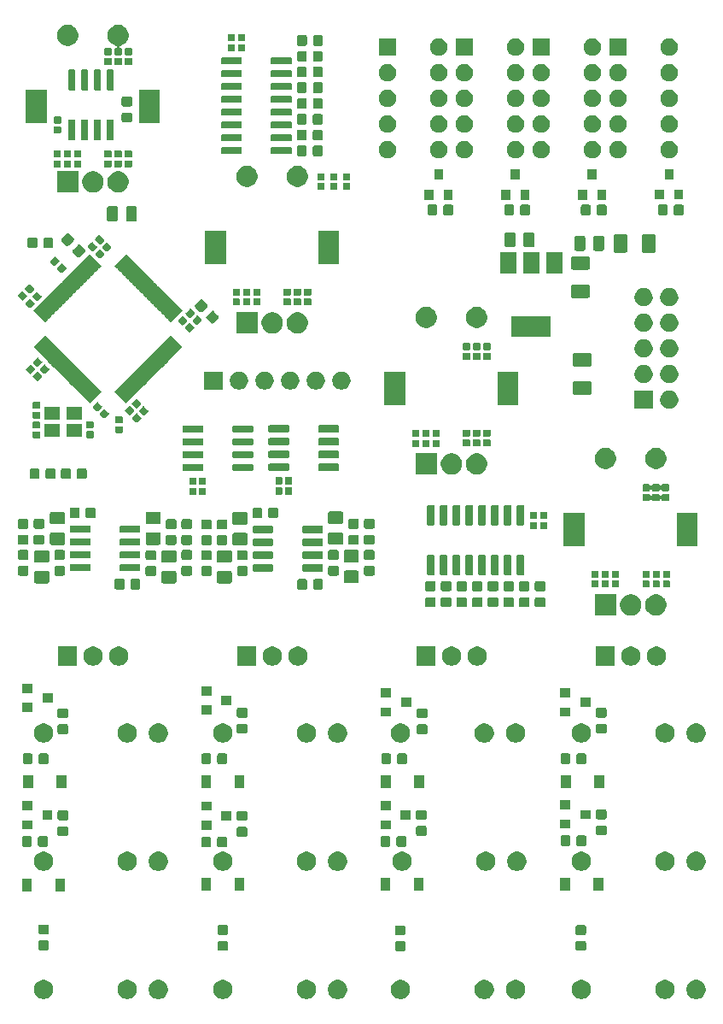
<source format=gbr>
G04 #@! TF.GenerationSoftware,KiCad,Pcbnew,5.1.6-c6e7f7d~87~ubuntu18.04.1*
G04 #@! TF.CreationDate,2020-08-19T10:21:35-04:00*
G04 #@! TF.ProjectId,quad_adsr,71756164-5f61-4647-9372-2e6b69636164,rev?*
G04 #@! TF.SameCoordinates,Original*
G04 #@! TF.FileFunction,Soldermask,Bot*
G04 #@! TF.FilePolarity,Negative*
%FSLAX46Y46*%
G04 Gerber Fmt 4.6, Leading zero omitted, Abs format (unit mm)*
G04 Created by KiCad (PCBNEW 5.1.6-c6e7f7d~87~ubuntu18.04.1) date 2020-08-19 10:21:35*
%MOMM*%
%LPD*%
G01*
G04 APERTURE LIST*
%ADD10C,0.100000*%
G04 APERTURE END LIST*
D10*
G36*
X145187395Y-146405546D02*
G01*
X145360466Y-146477234D01*
X145360467Y-146477235D01*
X145516227Y-146581310D01*
X145648690Y-146713773D01*
X145648691Y-146713775D01*
X145752766Y-146869534D01*
X145824454Y-147042605D01*
X145861000Y-147226333D01*
X145861000Y-147413667D01*
X145824454Y-147597395D01*
X145752766Y-147770466D01*
X145752765Y-147770467D01*
X145648690Y-147926227D01*
X145516227Y-148058690D01*
X145437818Y-148111081D01*
X145360466Y-148162766D01*
X145187395Y-148234454D01*
X145003667Y-148271000D01*
X144816333Y-148271000D01*
X144632605Y-148234454D01*
X144459534Y-148162766D01*
X144382182Y-148111081D01*
X144303773Y-148058690D01*
X144171310Y-147926227D01*
X144067235Y-147770467D01*
X144067234Y-147770466D01*
X143995546Y-147597395D01*
X143959000Y-147413667D01*
X143959000Y-147226333D01*
X143995546Y-147042605D01*
X144067234Y-146869534D01*
X144171309Y-146713775D01*
X144171310Y-146713773D01*
X144303773Y-146581310D01*
X144459533Y-146477235D01*
X144459534Y-146477234D01*
X144632605Y-146405546D01*
X144816333Y-146369000D01*
X145003667Y-146369000D01*
X145187395Y-146405546D01*
G37*
G36*
X142087395Y-146405546D02*
G01*
X142260466Y-146477234D01*
X142260467Y-146477235D01*
X142416227Y-146581310D01*
X142548690Y-146713773D01*
X142548691Y-146713775D01*
X142652766Y-146869534D01*
X142724454Y-147042605D01*
X142761000Y-147226333D01*
X142761000Y-147413667D01*
X142724454Y-147597395D01*
X142652766Y-147770466D01*
X142652765Y-147770467D01*
X142548690Y-147926227D01*
X142416227Y-148058690D01*
X142337818Y-148111081D01*
X142260466Y-148162766D01*
X142087395Y-148234454D01*
X141903667Y-148271000D01*
X141716333Y-148271000D01*
X141532605Y-148234454D01*
X141359534Y-148162766D01*
X141282182Y-148111081D01*
X141203773Y-148058690D01*
X141071310Y-147926227D01*
X140967235Y-147770467D01*
X140967234Y-147770466D01*
X140895546Y-147597395D01*
X140859000Y-147413667D01*
X140859000Y-147226333D01*
X140895546Y-147042605D01*
X140967234Y-146869534D01*
X141071309Y-146713775D01*
X141071310Y-146713773D01*
X141203773Y-146581310D01*
X141359533Y-146477235D01*
X141359534Y-146477234D01*
X141532605Y-146405546D01*
X141716333Y-146369000D01*
X141903667Y-146369000D01*
X142087395Y-146405546D01*
G37*
G36*
X133787395Y-146405546D02*
G01*
X133960466Y-146477234D01*
X133960467Y-146477235D01*
X134116227Y-146581310D01*
X134248690Y-146713773D01*
X134248691Y-146713775D01*
X134352766Y-146869534D01*
X134424454Y-147042605D01*
X134461000Y-147226333D01*
X134461000Y-147413667D01*
X134424454Y-147597395D01*
X134352766Y-147770466D01*
X134352765Y-147770467D01*
X134248690Y-147926227D01*
X134116227Y-148058690D01*
X134037818Y-148111081D01*
X133960466Y-148162766D01*
X133787395Y-148234454D01*
X133603667Y-148271000D01*
X133416333Y-148271000D01*
X133232605Y-148234454D01*
X133059534Y-148162766D01*
X132982182Y-148111081D01*
X132903773Y-148058690D01*
X132771310Y-147926227D01*
X132667235Y-147770467D01*
X132667234Y-147770466D01*
X132595546Y-147597395D01*
X132559000Y-147413667D01*
X132559000Y-147226333D01*
X132595546Y-147042605D01*
X132667234Y-146869534D01*
X132771309Y-146713775D01*
X132771310Y-146713773D01*
X132903773Y-146581310D01*
X133059533Y-146477235D01*
X133059534Y-146477234D01*
X133232605Y-146405546D01*
X133416333Y-146369000D01*
X133603667Y-146369000D01*
X133787395Y-146405546D01*
G37*
G36*
X124177395Y-146405546D02*
G01*
X124350466Y-146477234D01*
X124350467Y-146477235D01*
X124506227Y-146581310D01*
X124638690Y-146713773D01*
X124638691Y-146713775D01*
X124742766Y-146869534D01*
X124814454Y-147042605D01*
X124851000Y-147226333D01*
X124851000Y-147413667D01*
X124814454Y-147597395D01*
X124742766Y-147770466D01*
X124742765Y-147770467D01*
X124638690Y-147926227D01*
X124506227Y-148058690D01*
X124427818Y-148111081D01*
X124350466Y-148162766D01*
X124177395Y-148234454D01*
X123993667Y-148271000D01*
X123806333Y-148271000D01*
X123622605Y-148234454D01*
X123449534Y-148162766D01*
X123372182Y-148111081D01*
X123293773Y-148058690D01*
X123161310Y-147926227D01*
X123057235Y-147770467D01*
X123057234Y-147770466D01*
X122985546Y-147597395D01*
X122949000Y-147413667D01*
X122949000Y-147226333D01*
X122985546Y-147042605D01*
X123057234Y-146869534D01*
X123161309Y-146713775D01*
X123161310Y-146713773D01*
X123293773Y-146581310D01*
X123449533Y-146477235D01*
X123449534Y-146477234D01*
X123622605Y-146405546D01*
X123806333Y-146369000D01*
X123993667Y-146369000D01*
X124177395Y-146405546D01*
G37*
G36*
X127277395Y-146405546D02*
G01*
X127450466Y-146477234D01*
X127450467Y-146477235D01*
X127606227Y-146581310D01*
X127738690Y-146713773D01*
X127738691Y-146713775D01*
X127842766Y-146869534D01*
X127914454Y-147042605D01*
X127951000Y-147226333D01*
X127951000Y-147413667D01*
X127914454Y-147597395D01*
X127842766Y-147770466D01*
X127842765Y-147770467D01*
X127738690Y-147926227D01*
X127606227Y-148058690D01*
X127527818Y-148111081D01*
X127450466Y-148162766D01*
X127277395Y-148234454D01*
X127093667Y-148271000D01*
X126906333Y-148271000D01*
X126722605Y-148234454D01*
X126549534Y-148162766D01*
X126472182Y-148111081D01*
X126393773Y-148058690D01*
X126261310Y-147926227D01*
X126157235Y-147770467D01*
X126157234Y-147770466D01*
X126085546Y-147597395D01*
X126049000Y-147413667D01*
X126049000Y-147226333D01*
X126085546Y-147042605D01*
X126157234Y-146869534D01*
X126261309Y-146713775D01*
X126261310Y-146713773D01*
X126393773Y-146581310D01*
X126549533Y-146477235D01*
X126549534Y-146477234D01*
X126722605Y-146405546D01*
X126906333Y-146369000D01*
X127093667Y-146369000D01*
X127277395Y-146405546D01*
G37*
G36*
X115877395Y-146405546D02*
G01*
X116050466Y-146477234D01*
X116050467Y-146477235D01*
X116206227Y-146581310D01*
X116338690Y-146713773D01*
X116338691Y-146713775D01*
X116442766Y-146869534D01*
X116514454Y-147042605D01*
X116551000Y-147226333D01*
X116551000Y-147413667D01*
X116514454Y-147597395D01*
X116442766Y-147770466D01*
X116442765Y-147770467D01*
X116338690Y-147926227D01*
X116206227Y-148058690D01*
X116127818Y-148111081D01*
X116050466Y-148162766D01*
X115877395Y-148234454D01*
X115693667Y-148271000D01*
X115506333Y-148271000D01*
X115322605Y-148234454D01*
X115149534Y-148162766D01*
X115072182Y-148111081D01*
X114993773Y-148058690D01*
X114861310Y-147926227D01*
X114757235Y-147770467D01*
X114757234Y-147770466D01*
X114685546Y-147597395D01*
X114649000Y-147413667D01*
X114649000Y-147226333D01*
X114685546Y-147042605D01*
X114757234Y-146869534D01*
X114861309Y-146713775D01*
X114861310Y-146713773D01*
X114993773Y-146581310D01*
X115149533Y-146477235D01*
X115149534Y-146477234D01*
X115322605Y-146405546D01*
X115506333Y-146369000D01*
X115693667Y-146369000D01*
X115877395Y-146405546D01*
G37*
G36*
X98227395Y-146405546D02*
G01*
X98400466Y-146477234D01*
X98400467Y-146477235D01*
X98556227Y-146581310D01*
X98688690Y-146713773D01*
X98688691Y-146713775D01*
X98792766Y-146869534D01*
X98864454Y-147042605D01*
X98901000Y-147226333D01*
X98901000Y-147413667D01*
X98864454Y-147597395D01*
X98792766Y-147770466D01*
X98792765Y-147770467D01*
X98688690Y-147926227D01*
X98556227Y-148058690D01*
X98477818Y-148111081D01*
X98400466Y-148162766D01*
X98227395Y-148234454D01*
X98043667Y-148271000D01*
X97856333Y-148271000D01*
X97672605Y-148234454D01*
X97499534Y-148162766D01*
X97422182Y-148111081D01*
X97343773Y-148058690D01*
X97211310Y-147926227D01*
X97107235Y-147770467D01*
X97107234Y-147770466D01*
X97035546Y-147597395D01*
X96999000Y-147413667D01*
X96999000Y-147226333D01*
X97035546Y-147042605D01*
X97107234Y-146869534D01*
X97211309Y-146713775D01*
X97211310Y-146713773D01*
X97343773Y-146581310D01*
X97499533Y-146477235D01*
X97499534Y-146477234D01*
X97672605Y-146405546D01*
X97856333Y-146369000D01*
X98043667Y-146369000D01*
X98227395Y-146405546D01*
G37*
G36*
X106527395Y-146405546D02*
G01*
X106700466Y-146477234D01*
X106700467Y-146477235D01*
X106856227Y-146581310D01*
X106988690Y-146713773D01*
X106988691Y-146713775D01*
X107092766Y-146869534D01*
X107164454Y-147042605D01*
X107201000Y-147226333D01*
X107201000Y-147413667D01*
X107164454Y-147597395D01*
X107092766Y-147770466D01*
X107092765Y-147770467D01*
X106988690Y-147926227D01*
X106856227Y-148058690D01*
X106777818Y-148111081D01*
X106700466Y-148162766D01*
X106527395Y-148234454D01*
X106343667Y-148271000D01*
X106156333Y-148271000D01*
X105972605Y-148234454D01*
X105799534Y-148162766D01*
X105722182Y-148111081D01*
X105643773Y-148058690D01*
X105511310Y-147926227D01*
X105407235Y-147770467D01*
X105407234Y-147770466D01*
X105335546Y-147597395D01*
X105299000Y-147413667D01*
X105299000Y-147226333D01*
X105335546Y-147042605D01*
X105407234Y-146869534D01*
X105511309Y-146713775D01*
X105511310Y-146713773D01*
X105643773Y-146581310D01*
X105799533Y-146477235D01*
X105799534Y-146477234D01*
X105972605Y-146405546D01*
X106156333Y-146369000D01*
X106343667Y-146369000D01*
X106527395Y-146405546D01*
G37*
G36*
X109627395Y-146405546D02*
G01*
X109800466Y-146477234D01*
X109800467Y-146477235D01*
X109956227Y-146581310D01*
X110088690Y-146713773D01*
X110088691Y-146713775D01*
X110192766Y-146869534D01*
X110264454Y-147042605D01*
X110301000Y-147226333D01*
X110301000Y-147413667D01*
X110264454Y-147597395D01*
X110192766Y-147770466D01*
X110192765Y-147770467D01*
X110088690Y-147926227D01*
X109956227Y-148058690D01*
X109877818Y-148111081D01*
X109800466Y-148162766D01*
X109627395Y-148234454D01*
X109443667Y-148271000D01*
X109256333Y-148271000D01*
X109072605Y-148234454D01*
X108899534Y-148162766D01*
X108822182Y-148111081D01*
X108743773Y-148058690D01*
X108611310Y-147926227D01*
X108507235Y-147770467D01*
X108507234Y-147770466D01*
X108435546Y-147597395D01*
X108399000Y-147413667D01*
X108399000Y-147226333D01*
X108435546Y-147042605D01*
X108507234Y-146869534D01*
X108611309Y-146713775D01*
X108611310Y-146713773D01*
X108743773Y-146581310D01*
X108899533Y-146477235D01*
X108899534Y-146477234D01*
X109072605Y-146405546D01*
X109256333Y-146369000D01*
X109443667Y-146369000D01*
X109627395Y-146405546D01*
G37*
G36*
X80447395Y-146405546D02*
G01*
X80620466Y-146477234D01*
X80620467Y-146477235D01*
X80776227Y-146581310D01*
X80908690Y-146713773D01*
X80908691Y-146713775D01*
X81012766Y-146869534D01*
X81084454Y-147042605D01*
X81121000Y-147226333D01*
X81121000Y-147413667D01*
X81084454Y-147597395D01*
X81012766Y-147770466D01*
X81012765Y-147770467D01*
X80908690Y-147926227D01*
X80776227Y-148058690D01*
X80697818Y-148111081D01*
X80620466Y-148162766D01*
X80447395Y-148234454D01*
X80263667Y-148271000D01*
X80076333Y-148271000D01*
X79892605Y-148234454D01*
X79719534Y-148162766D01*
X79642182Y-148111081D01*
X79563773Y-148058690D01*
X79431310Y-147926227D01*
X79327235Y-147770467D01*
X79327234Y-147770466D01*
X79255546Y-147597395D01*
X79219000Y-147413667D01*
X79219000Y-147226333D01*
X79255546Y-147042605D01*
X79327234Y-146869534D01*
X79431309Y-146713775D01*
X79431310Y-146713773D01*
X79563773Y-146581310D01*
X79719533Y-146477235D01*
X79719534Y-146477234D01*
X79892605Y-146405546D01*
X80076333Y-146369000D01*
X80263667Y-146369000D01*
X80447395Y-146405546D01*
G37*
G36*
X88747395Y-146405546D02*
G01*
X88920466Y-146477234D01*
X88920467Y-146477235D01*
X89076227Y-146581310D01*
X89208690Y-146713773D01*
X89208691Y-146713775D01*
X89312766Y-146869534D01*
X89384454Y-147042605D01*
X89421000Y-147226333D01*
X89421000Y-147413667D01*
X89384454Y-147597395D01*
X89312766Y-147770466D01*
X89312765Y-147770467D01*
X89208690Y-147926227D01*
X89076227Y-148058690D01*
X88997818Y-148111081D01*
X88920466Y-148162766D01*
X88747395Y-148234454D01*
X88563667Y-148271000D01*
X88376333Y-148271000D01*
X88192605Y-148234454D01*
X88019534Y-148162766D01*
X87942182Y-148111081D01*
X87863773Y-148058690D01*
X87731310Y-147926227D01*
X87627235Y-147770467D01*
X87627234Y-147770466D01*
X87555546Y-147597395D01*
X87519000Y-147413667D01*
X87519000Y-147226333D01*
X87555546Y-147042605D01*
X87627234Y-146869534D01*
X87731309Y-146713775D01*
X87731310Y-146713773D01*
X87863773Y-146581310D01*
X88019533Y-146477235D01*
X88019534Y-146477234D01*
X88192605Y-146405546D01*
X88376333Y-146369000D01*
X88563667Y-146369000D01*
X88747395Y-146405546D01*
G37*
G36*
X91847395Y-146405546D02*
G01*
X92020466Y-146477234D01*
X92020467Y-146477235D01*
X92176227Y-146581310D01*
X92308690Y-146713773D01*
X92308691Y-146713775D01*
X92412766Y-146869534D01*
X92484454Y-147042605D01*
X92521000Y-147226333D01*
X92521000Y-147413667D01*
X92484454Y-147597395D01*
X92412766Y-147770466D01*
X92412765Y-147770467D01*
X92308690Y-147926227D01*
X92176227Y-148058690D01*
X92097818Y-148111081D01*
X92020466Y-148162766D01*
X91847395Y-148234454D01*
X91663667Y-148271000D01*
X91476333Y-148271000D01*
X91292605Y-148234454D01*
X91119534Y-148162766D01*
X91042182Y-148111081D01*
X90963773Y-148058690D01*
X90831310Y-147926227D01*
X90727235Y-147770467D01*
X90727234Y-147770466D01*
X90655546Y-147597395D01*
X90619000Y-147413667D01*
X90619000Y-147226333D01*
X90655546Y-147042605D01*
X90727234Y-146869534D01*
X90831309Y-146713775D01*
X90831310Y-146713773D01*
X90963773Y-146581310D01*
X91119533Y-146477235D01*
X91119534Y-146477234D01*
X91292605Y-146405546D01*
X91476333Y-146369000D01*
X91663667Y-146369000D01*
X91847395Y-146405546D01*
G37*
G36*
X115949591Y-142543085D02*
G01*
X115983569Y-142553393D01*
X116014890Y-142570134D01*
X116042339Y-142592661D01*
X116064866Y-142620110D01*
X116081607Y-142651431D01*
X116091915Y-142685409D01*
X116096000Y-142726890D01*
X116096000Y-143328110D01*
X116091915Y-143369591D01*
X116081607Y-143403569D01*
X116064866Y-143434890D01*
X116042339Y-143462339D01*
X116014890Y-143484866D01*
X115983569Y-143501607D01*
X115949591Y-143511915D01*
X115908110Y-143516000D01*
X115231890Y-143516000D01*
X115190409Y-143511915D01*
X115156431Y-143501607D01*
X115125110Y-143484866D01*
X115097661Y-143462339D01*
X115075134Y-143434890D01*
X115058393Y-143403569D01*
X115048085Y-143369591D01*
X115044000Y-143328110D01*
X115044000Y-142726890D01*
X115048085Y-142685409D01*
X115058393Y-142651431D01*
X115075134Y-142620110D01*
X115097661Y-142592661D01*
X115125110Y-142570134D01*
X115156431Y-142553393D01*
X115190409Y-142543085D01*
X115231890Y-142539000D01*
X115908110Y-142539000D01*
X115949591Y-142543085D01*
G37*
G36*
X133856591Y-142517585D02*
G01*
X133890569Y-142527893D01*
X133921890Y-142544634D01*
X133949339Y-142567161D01*
X133971866Y-142594610D01*
X133988607Y-142625931D01*
X133998915Y-142659909D01*
X134003000Y-142701390D01*
X134003000Y-143302610D01*
X133998915Y-143344091D01*
X133988607Y-143378069D01*
X133971866Y-143409390D01*
X133949339Y-143436839D01*
X133921890Y-143459366D01*
X133890569Y-143476107D01*
X133856591Y-143486415D01*
X133815110Y-143490500D01*
X133138890Y-143490500D01*
X133097409Y-143486415D01*
X133063431Y-143476107D01*
X133032110Y-143459366D01*
X133004661Y-143436839D01*
X132982134Y-143409390D01*
X132965393Y-143378069D01*
X132955085Y-143344091D01*
X132951000Y-143302610D01*
X132951000Y-142701390D01*
X132955085Y-142659909D01*
X132965393Y-142625931D01*
X132982134Y-142594610D01*
X133004661Y-142567161D01*
X133032110Y-142544634D01*
X133063431Y-142527893D01*
X133097409Y-142517585D01*
X133138890Y-142513500D01*
X133815110Y-142513500D01*
X133856591Y-142517585D01*
G37*
G36*
X98360091Y-142517585D02*
G01*
X98394069Y-142527893D01*
X98425390Y-142544634D01*
X98452839Y-142567161D01*
X98475366Y-142594610D01*
X98492107Y-142625931D01*
X98502415Y-142659909D01*
X98506500Y-142701390D01*
X98506500Y-143302610D01*
X98502415Y-143344091D01*
X98492107Y-143378069D01*
X98475366Y-143409390D01*
X98452839Y-143436839D01*
X98425390Y-143459366D01*
X98394069Y-143476107D01*
X98360091Y-143486415D01*
X98318610Y-143490500D01*
X97642390Y-143490500D01*
X97600909Y-143486415D01*
X97566931Y-143476107D01*
X97535610Y-143459366D01*
X97508161Y-143436839D01*
X97485634Y-143409390D01*
X97468893Y-143378069D01*
X97458585Y-143344091D01*
X97454500Y-143302610D01*
X97454500Y-142701390D01*
X97458585Y-142659909D01*
X97468893Y-142625931D01*
X97485634Y-142594610D01*
X97508161Y-142567161D01*
X97535610Y-142544634D01*
X97566931Y-142527893D01*
X97600909Y-142517585D01*
X97642390Y-142513500D01*
X98318610Y-142513500D01*
X98360091Y-142517585D01*
G37*
G36*
X80580091Y-142454085D02*
G01*
X80614069Y-142464393D01*
X80645390Y-142481134D01*
X80672839Y-142503661D01*
X80695366Y-142531110D01*
X80712107Y-142562431D01*
X80722415Y-142596409D01*
X80726500Y-142637890D01*
X80726500Y-143239110D01*
X80722415Y-143280591D01*
X80712107Y-143314569D01*
X80695366Y-143345890D01*
X80672839Y-143373339D01*
X80645390Y-143395866D01*
X80614069Y-143412607D01*
X80580091Y-143422915D01*
X80538610Y-143427000D01*
X79862390Y-143427000D01*
X79820909Y-143422915D01*
X79786931Y-143412607D01*
X79755610Y-143395866D01*
X79728161Y-143373339D01*
X79705634Y-143345890D01*
X79688893Y-143314569D01*
X79678585Y-143280591D01*
X79674500Y-143239110D01*
X79674500Y-142637890D01*
X79678585Y-142596409D01*
X79688893Y-142562431D01*
X79705634Y-142531110D01*
X79728161Y-142503661D01*
X79755610Y-142481134D01*
X79786931Y-142464393D01*
X79820909Y-142454085D01*
X79862390Y-142450000D01*
X80538610Y-142450000D01*
X80580091Y-142454085D01*
G37*
G36*
X115949591Y-140968085D02*
G01*
X115983569Y-140978393D01*
X116014890Y-140995134D01*
X116042339Y-141017661D01*
X116064866Y-141045110D01*
X116081607Y-141076431D01*
X116091915Y-141110409D01*
X116096000Y-141151890D01*
X116096000Y-141753110D01*
X116091915Y-141794591D01*
X116081607Y-141828569D01*
X116064866Y-141859890D01*
X116042339Y-141887339D01*
X116014890Y-141909866D01*
X115983569Y-141926607D01*
X115949591Y-141936915D01*
X115908110Y-141941000D01*
X115231890Y-141941000D01*
X115190409Y-141936915D01*
X115156431Y-141926607D01*
X115125110Y-141909866D01*
X115097661Y-141887339D01*
X115075134Y-141859890D01*
X115058393Y-141828569D01*
X115048085Y-141794591D01*
X115044000Y-141753110D01*
X115044000Y-141151890D01*
X115048085Y-141110409D01*
X115058393Y-141076431D01*
X115075134Y-141045110D01*
X115097661Y-141017661D01*
X115125110Y-140995134D01*
X115156431Y-140978393D01*
X115190409Y-140968085D01*
X115231890Y-140964000D01*
X115908110Y-140964000D01*
X115949591Y-140968085D01*
G37*
G36*
X133856591Y-140942585D02*
G01*
X133890569Y-140952893D01*
X133921890Y-140969634D01*
X133949339Y-140992161D01*
X133971866Y-141019610D01*
X133988607Y-141050931D01*
X133998915Y-141084909D01*
X134003000Y-141126390D01*
X134003000Y-141727610D01*
X133998915Y-141769091D01*
X133988607Y-141803069D01*
X133971866Y-141834390D01*
X133949339Y-141861839D01*
X133921890Y-141884366D01*
X133890569Y-141901107D01*
X133856591Y-141911415D01*
X133815110Y-141915500D01*
X133138890Y-141915500D01*
X133097409Y-141911415D01*
X133063431Y-141901107D01*
X133032110Y-141884366D01*
X133004661Y-141861839D01*
X132982134Y-141834390D01*
X132965393Y-141803069D01*
X132955085Y-141769091D01*
X132951000Y-141727610D01*
X132951000Y-141126390D01*
X132955085Y-141084909D01*
X132965393Y-141050931D01*
X132982134Y-141019610D01*
X133004661Y-140992161D01*
X133032110Y-140969634D01*
X133063431Y-140952893D01*
X133097409Y-140942585D01*
X133138890Y-140938500D01*
X133815110Y-140938500D01*
X133856591Y-140942585D01*
G37*
G36*
X98360091Y-140942585D02*
G01*
X98394069Y-140952893D01*
X98425390Y-140969634D01*
X98452839Y-140992161D01*
X98475366Y-141019610D01*
X98492107Y-141050931D01*
X98502415Y-141084909D01*
X98506500Y-141126390D01*
X98506500Y-141727610D01*
X98502415Y-141769091D01*
X98492107Y-141803069D01*
X98475366Y-141834390D01*
X98452839Y-141861839D01*
X98425390Y-141884366D01*
X98394069Y-141901107D01*
X98360091Y-141911415D01*
X98318610Y-141915500D01*
X97642390Y-141915500D01*
X97600909Y-141911415D01*
X97566931Y-141901107D01*
X97535610Y-141884366D01*
X97508161Y-141861839D01*
X97485634Y-141834390D01*
X97468893Y-141803069D01*
X97458585Y-141769091D01*
X97454500Y-141727610D01*
X97454500Y-141126390D01*
X97458585Y-141084909D01*
X97468893Y-141050931D01*
X97485634Y-141019610D01*
X97508161Y-140992161D01*
X97535610Y-140969634D01*
X97566931Y-140952893D01*
X97600909Y-140942585D01*
X97642390Y-140938500D01*
X98318610Y-140938500D01*
X98360091Y-140942585D01*
G37*
G36*
X80580091Y-140879085D02*
G01*
X80614069Y-140889393D01*
X80645390Y-140906134D01*
X80672839Y-140928661D01*
X80695366Y-140956110D01*
X80712107Y-140987431D01*
X80722415Y-141021409D01*
X80726500Y-141062890D01*
X80726500Y-141664110D01*
X80722415Y-141705591D01*
X80712107Y-141739569D01*
X80695366Y-141770890D01*
X80672839Y-141798339D01*
X80645390Y-141820866D01*
X80614069Y-141837607D01*
X80580091Y-141847915D01*
X80538610Y-141852000D01*
X79862390Y-141852000D01*
X79820909Y-141847915D01*
X79786931Y-141837607D01*
X79755610Y-141820866D01*
X79728161Y-141798339D01*
X79705634Y-141770890D01*
X79688893Y-141739569D01*
X79678585Y-141705591D01*
X79674500Y-141664110D01*
X79674500Y-141062890D01*
X79678585Y-141021409D01*
X79688893Y-140987431D01*
X79705634Y-140956110D01*
X79728161Y-140928661D01*
X79755610Y-140906134D01*
X79786931Y-140889393D01*
X79820909Y-140879085D01*
X79862390Y-140875000D01*
X80538610Y-140875000D01*
X80580091Y-140879085D01*
G37*
G36*
X79037800Y-137607800D02*
G01*
X78035800Y-137607800D01*
X78035800Y-136305800D01*
X79037800Y-136305800D01*
X79037800Y-137607800D01*
G37*
G36*
X82337800Y-137607800D02*
G01*
X81335800Y-137607800D01*
X81335800Y-136305800D01*
X82337800Y-136305800D01*
X82337800Y-137607800D01*
G37*
G36*
X96817800Y-137557000D02*
G01*
X95815800Y-137557000D01*
X95815800Y-136255000D01*
X96817800Y-136255000D01*
X96817800Y-137557000D01*
G37*
G36*
X100117800Y-137557000D02*
G01*
X99115800Y-137557000D01*
X99115800Y-136255000D01*
X100117800Y-136255000D01*
X100117800Y-137557000D01*
G37*
G36*
X114597800Y-137557000D02*
G01*
X113595800Y-137557000D01*
X113595800Y-136255000D01*
X114597800Y-136255000D01*
X114597800Y-137557000D01*
G37*
G36*
X132428600Y-137557000D02*
G01*
X131426600Y-137557000D01*
X131426600Y-136255000D01*
X132428600Y-136255000D01*
X132428600Y-137557000D01*
G37*
G36*
X135728600Y-137557000D02*
G01*
X134726600Y-137557000D01*
X134726600Y-136255000D01*
X135728600Y-136255000D01*
X135728600Y-137557000D01*
G37*
G36*
X117897800Y-137557000D02*
G01*
X116895800Y-137557000D01*
X116895800Y-136255000D01*
X117897800Y-136255000D01*
X117897800Y-137557000D01*
G37*
G36*
X116007395Y-133705546D02*
G01*
X116180466Y-133777234D01*
X116180467Y-133777235D01*
X116336227Y-133881310D01*
X116468690Y-134013773D01*
X116468691Y-134013775D01*
X116572766Y-134169534D01*
X116644454Y-134342605D01*
X116681000Y-134526333D01*
X116681000Y-134713667D01*
X116644454Y-134897395D01*
X116572766Y-135070466D01*
X116572765Y-135070467D01*
X116468690Y-135226227D01*
X116336227Y-135358690D01*
X116257818Y-135411081D01*
X116180466Y-135462766D01*
X116007395Y-135534454D01*
X115823667Y-135571000D01*
X115636333Y-135571000D01*
X115452605Y-135534454D01*
X115279534Y-135462766D01*
X115202182Y-135411081D01*
X115123773Y-135358690D01*
X114991310Y-135226227D01*
X114887235Y-135070467D01*
X114887234Y-135070466D01*
X114815546Y-134897395D01*
X114779000Y-134713667D01*
X114779000Y-134526333D01*
X114815546Y-134342605D01*
X114887234Y-134169534D01*
X114991309Y-134013775D01*
X114991310Y-134013773D01*
X115123773Y-133881310D01*
X115279533Y-133777235D01*
X115279534Y-133777234D01*
X115452605Y-133705546D01*
X115636333Y-133669000D01*
X115823667Y-133669000D01*
X116007395Y-133705546D01*
G37*
G36*
X142087395Y-133705546D02*
G01*
X142260466Y-133777234D01*
X142260467Y-133777235D01*
X142416227Y-133881310D01*
X142548690Y-134013773D01*
X142548691Y-134013775D01*
X142652766Y-134169534D01*
X142724454Y-134342605D01*
X142761000Y-134526333D01*
X142761000Y-134713667D01*
X142724454Y-134897395D01*
X142652766Y-135070466D01*
X142652765Y-135070467D01*
X142548690Y-135226227D01*
X142416227Y-135358690D01*
X142337818Y-135411081D01*
X142260466Y-135462766D01*
X142087395Y-135534454D01*
X141903667Y-135571000D01*
X141716333Y-135571000D01*
X141532605Y-135534454D01*
X141359534Y-135462766D01*
X141282182Y-135411081D01*
X141203773Y-135358690D01*
X141071310Y-135226227D01*
X140967235Y-135070467D01*
X140967234Y-135070466D01*
X140895546Y-134897395D01*
X140859000Y-134713667D01*
X140859000Y-134526333D01*
X140895546Y-134342605D01*
X140967234Y-134169534D01*
X141071309Y-134013775D01*
X141071310Y-134013773D01*
X141203773Y-133881310D01*
X141359533Y-133777235D01*
X141359534Y-133777234D01*
X141532605Y-133705546D01*
X141716333Y-133669000D01*
X141903667Y-133669000D01*
X142087395Y-133705546D01*
G37*
G36*
X98227395Y-133705546D02*
G01*
X98400466Y-133777234D01*
X98400467Y-133777235D01*
X98556227Y-133881310D01*
X98688690Y-134013773D01*
X98688691Y-134013775D01*
X98792766Y-134169534D01*
X98864454Y-134342605D01*
X98901000Y-134526333D01*
X98901000Y-134713667D01*
X98864454Y-134897395D01*
X98792766Y-135070466D01*
X98792765Y-135070467D01*
X98688690Y-135226227D01*
X98556227Y-135358690D01*
X98477818Y-135411081D01*
X98400466Y-135462766D01*
X98227395Y-135534454D01*
X98043667Y-135571000D01*
X97856333Y-135571000D01*
X97672605Y-135534454D01*
X97499534Y-135462766D01*
X97422182Y-135411081D01*
X97343773Y-135358690D01*
X97211310Y-135226227D01*
X97107235Y-135070467D01*
X97107234Y-135070466D01*
X97035546Y-134897395D01*
X96999000Y-134713667D01*
X96999000Y-134526333D01*
X97035546Y-134342605D01*
X97107234Y-134169534D01*
X97211309Y-134013775D01*
X97211310Y-134013773D01*
X97343773Y-133881310D01*
X97499533Y-133777235D01*
X97499534Y-133777234D01*
X97672605Y-133705546D01*
X97856333Y-133669000D01*
X98043667Y-133669000D01*
X98227395Y-133705546D01*
G37*
G36*
X145187395Y-133705546D02*
G01*
X145360466Y-133777234D01*
X145360467Y-133777235D01*
X145516227Y-133881310D01*
X145648690Y-134013773D01*
X145648691Y-134013775D01*
X145752766Y-134169534D01*
X145824454Y-134342605D01*
X145861000Y-134526333D01*
X145861000Y-134713667D01*
X145824454Y-134897395D01*
X145752766Y-135070466D01*
X145752765Y-135070467D01*
X145648690Y-135226227D01*
X145516227Y-135358690D01*
X145437818Y-135411081D01*
X145360466Y-135462766D01*
X145187395Y-135534454D01*
X145003667Y-135571000D01*
X144816333Y-135571000D01*
X144632605Y-135534454D01*
X144459534Y-135462766D01*
X144382182Y-135411081D01*
X144303773Y-135358690D01*
X144171310Y-135226227D01*
X144067235Y-135070467D01*
X144067234Y-135070466D01*
X143995546Y-134897395D01*
X143959000Y-134713667D01*
X143959000Y-134526333D01*
X143995546Y-134342605D01*
X144067234Y-134169534D01*
X144171309Y-134013775D01*
X144171310Y-134013773D01*
X144303773Y-133881310D01*
X144459533Y-133777235D01*
X144459534Y-133777234D01*
X144632605Y-133705546D01*
X144816333Y-133669000D01*
X145003667Y-133669000D01*
X145187395Y-133705546D01*
G37*
G36*
X124307395Y-133705546D02*
G01*
X124480466Y-133777234D01*
X124480467Y-133777235D01*
X124636227Y-133881310D01*
X124768690Y-134013773D01*
X124768691Y-134013775D01*
X124872766Y-134169534D01*
X124944454Y-134342605D01*
X124981000Y-134526333D01*
X124981000Y-134713667D01*
X124944454Y-134897395D01*
X124872766Y-135070466D01*
X124872765Y-135070467D01*
X124768690Y-135226227D01*
X124636227Y-135358690D01*
X124557818Y-135411081D01*
X124480466Y-135462766D01*
X124307395Y-135534454D01*
X124123667Y-135571000D01*
X123936333Y-135571000D01*
X123752605Y-135534454D01*
X123579534Y-135462766D01*
X123502182Y-135411081D01*
X123423773Y-135358690D01*
X123291310Y-135226227D01*
X123187235Y-135070467D01*
X123187234Y-135070466D01*
X123115546Y-134897395D01*
X123079000Y-134713667D01*
X123079000Y-134526333D01*
X123115546Y-134342605D01*
X123187234Y-134169534D01*
X123291309Y-134013775D01*
X123291310Y-134013773D01*
X123423773Y-133881310D01*
X123579533Y-133777235D01*
X123579534Y-133777234D01*
X123752605Y-133705546D01*
X123936333Y-133669000D01*
X124123667Y-133669000D01*
X124307395Y-133705546D01*
G37*
G36*
X127407395Y-133705546D02*
G01*
X127580466Y-133777234D01*
X127580467Y-133777235D01*
X127736227Y-133881310D01*
X127868690Y-134013773D01*
X127868691Y-134013775D01*
X127972766Y-134169534D01*
X128044454Y-134342605D01*
X128081000Y-134526333D01*
X128081000Y-134713667D01*
X128044454Y-134897395D01*
X127972766Y-135070466D01*
X127972765Y-135070467D01*
X127868690Y-135226227D01*
X127736227Y-135358690D01*
X127657818Y-135411081D01*
X127580466Y-135462766D01*
X127407395Y-135534454D01*
X127223667Y-135571000D01*
X127036333Y-135571000D01*
X126852605Y-135534454D01*
X126679534Y-135462766D01*
X126602182Y-135411081D01*
X126523773Y-135358690D01*
X126391310Y-135226227D01*
X126287235Y-135070467D01*
X126287234Y-135070466D01*
X126215546Y-134897395D01*
X126179000Y-134713667D01*
X126179000Y-134526333D01*
X126215546Y-134342605D01*
X126287234Y-134169534D01*
X126391309Y-134013775D01*
X126391310Y-134013773D01*
X126523773Y-133881310D01*
X126679533Y-133777235D01*
X126679534Y-133777234D01*
X126852605Y-133705546D01*
X127036333Y-133669000D01*
X127223667Y-133669000D01*
X127407395Y-133705546D01*
G37*
G36*
X88747395Y-133705546D02*
G01*
X88920466Y-133777234D01*
X88920467Y-133777235D01*
X89076227Y-133881310D01*
X89208690Y-134013773D01*
X89208691Y-134013775D01*
X89312766Y-134169534D01*
X89384454Y-134342605D01*
X89421000Y-134526333D01*
X89421000Y-134713667D01*
X89384454Y-134897395D01*
X89312766Y-135070466D01*
X89312765Y-135070467D01*
X89208690Y-135226227D01*
X89076227Y-135358690D01*
X88997818Y-135411081D01*
X88920466Y-135462766D01*
X88747395Y-135534454D01*
X88563667Y-135571000D01*
X88376333Y-135571000D01*
X88192605Y-135534454D01*
X88019534Y-135462766D01*
X87942182Y-135411081D01*
X87863773Y-135358690D01*
X87731310Y-135226227D01*
X87627235Y-135070467D01*
X87627234Y-135070466D01*
X87555546Y-134897395D01*
X87519000Y-134713667D01*
X87519000Y-134526333D01*
X87555546Y-134342605D01*
X87627234Y-134169534D01*
X87731309Y-134013775D01*
X87731310Y-134013773D01*
X87863773Y-133881310D01*
X88019533Y-133777235D01*
X88019534Y-133777234D01*
X88192605Y-133705546D01*
X88376333Y-133669000D01*
X88563667Y-133669000D01*
X88747395Y-133705546D01*
G37*
G36*
X91847395Y-133705546D02*
G01*
X92020466Y-133777234D01*
X92020467Y-133777235D01*
X92176227Y-133881310D01*
X92308690Y-134013773D01*
X92308691Y-134013775D01*
X92412766Y-134169534D01*
X92484454Y-134342605D01*
X92521000Y-134526333D01*
X92521000Y-134713667D01*
X92484454Y-134897395D01*
X92412766Y-135070466D01*
X92412765Y-135070467D01*
X92308690Y-135226227D01*
X92176227Y-135358690D01*
X92097818Y-135411081D01*
X92020466Y-135462766D01*
X91847395Y-135534454D01*
X91663667Y-135571000D01*
X91476333Y-135571000D01*
X91292605Y-135534454D01*
X91119534Y-135462766D01*
X91042182Y-135411081D01*
X90963773Y-135358690D01*
X90831310Y-135226227D01*
X90727235Y-135070467D01*
X90727234Y-135070466D01*
X90655546Y-134897395D01*
X90619000Y-134713667D01*
X90619000Y-134526333D01*
X90655546Y-134342605D01*
X90727234Y-134169534D01*
X90831309Y-134013775D01*
X90831310Y-134013773D01*
X90963773Y-133881310D01*
X91119533Y-133777235D01*
X91119534Y-133777234D01*
X91292605Y-133705546D01*
X91476333Y-133669000D01*
X91663667Y-133669000D01*
X91847395Y-133705546D01*
G37*
G36*
X80447395Y-133705546D02*
G01*
X80620466Y-133777234D01*
X80620467Y-133777235D01*
X80776227Y-133881310D01*
X80908690Y-134013773D01*
X80908691Y-134013775D01*
X81012766Y-134169534D01*
X81084454Y-134342605D01*
X81121000Y-134526333D01*
X81121000Y-134713667D01*
X81084454Y-134897395D01*
X81012766Y-135070466D01*
X81012765Y-135070467D01*
X80908690Y-135226227D01*
X80776227Y-135358690D01*
X80697818Y-135411081D01*
X80620466Y-135462766D01*
X80447395Y-135534454D01*
X80263667Y-135571000D01*
X80076333Y-135571000D01*
X79892605Y-135534454D01*
X79719534Y-135462766D01*
X79642182Y-135411081D01*
X79563773Y-135358690D01*
X79431310Y-135226227D01*
X79327235Y-135070467D01*
X79327234Y-135070466D01*
X79255546Y-134897395D01*
X79219000Y-134713667D01*
X79219000Y-134526333D01*
X79255546Y-134342605D01*
X79327234Y-134169534D01*
X79431309Y-134013775D01*
X79431310Y-134013773D01*
X79563773Y-133881310D01*
X79719533Y-133777235D01*
X79719534Y-133777234D01*
X79892605Y-133705546D01*
X80076333Y-133669000D01*
X80263667Y-133669000D01*
X80447395Y-133705546D01*
G37*
G36*
X106527395Y-133705546D02*
G01*
X106700466Y-133777234D01*
X106700467Y-133777235D01*
X106856227Y-133881310D01*
X106988690Y-134013773D01*
X106988691Y-134013775D01*
X107092766Y-134169534D01*
X107164454Y-134342605D01*
X107201000Y-134526333D01*
X107201000Y-134713667D01*
X107164454Y-134897395D01*
X107092766Y-135070466D01*
X107092765Y-135070467D01*
X106988690Y-135226227D01*
X106856227Y-135358690D01*
X106777818Y-135411081D01*
X106700466Y-135462766D01*
X106527395Y-135534454D01*
X106343667Y-135571000D01*
X106156333Y-135571000D01*
X105972605Y-135534454D01*
X105799534Y-135462766D01*
X105722182Y-135411081D01*
X105643773Y-135358690D01*
X105511310Y-135226227D01*
X105407235Y-135070467D01*
X105407234Y-135070466D01*
X105335546Y-134897395D01*
X105299000Y-134713667D01*
X105299000Y-134526333D01*
X105335546Y-134342605D01*
X105407234Y-134169534D01*
X105511309Y-134013775D01*
X105511310Y-134013773D01*
X105643773Y-133881310D01*
X105799533Y-133777235D01*
X105799534Y-133777234D01*
X105972605Y-133705546D01*
X106156333Y-133669000D01*
X106343667Y-133669000D01*
X106527395Y-133705546D01*
G37*
G36*
X109627395Y-133705546D02*
G01*
X109800466Y-133777234D01*
X109800467Y-133777235D01*
X109956227Y-133881310D01*
X110088690Y-134013773D01*
X110088691Y-134013775D01*
X110192766Y-134169534D01*
X110264454Y-134342605D01*
X110301000Y-134526333D01*
X110301000Y-134713667D01*
X110264454Y-134897395D01*
X110192766Y-135070466D01*
X110192765Y-135070467D01*
X110088690Y-135226227D01*
X109956227Y-135358690D01*
X109877818Y-135411081D01*
X109800466Y-135462766D01*
X109627395Y-135534454D01*
X109443667Y-135571000D01*
X109256333Y-135571000D01*
X109072605Y-135534454D01*
X108899534Y-135462766D01*
X108822182Y-135411081D01*
X108743773Y-135358690D01*
X108611310Y-135226227D01*
X108507235Y-135070467D01*
X108507234Y-135070466D01*
X108435546Y-134897395D01*
X108399000Y-134713667D01*
X108399000Y-134526333D01*
X108435546Y-134342605D01*
X108507234Y-134169534D01*
X108611309Y-134013775D01*
X108611310Y-134013773D01*
X108743773Y-133881310D01*
X108899533Y-133777235D01*
X108899534Y-133777234D01*
X109072605Y-133705546D01*
X109256333Y-133669000D01*
X109443667Y-133669000D01*
X109627395Y-133705546D01*
G37*
G36*
X133787395Y-133705546D02*
G01*
X133960466Y-133777234D01*
X133960467Y-133777235D01*
X134116227Y-133881310D01*
X134248690Y-134013773D01*
X134248691Y-134013775D01*
X134352766Y-134169534D01*
X134424454Y-134342605D01*
X134461000Y-134526333D01*
X134461000Y-134713667D01*
X134424454Y-134897395D01*
X134352766Y-135070466D01*
X134352765Y-135070467D01*
X134248690Y-135226227D01*
X134116227Y-135358690D01*
X134037818Y-135411081D01*
X133960466Y-135462766D01*
X133787395Y-135534454D01*
X133603667Y-135571000D01*
X133416333Y-135571000D01*
X133232605Y-135534454D01*
X133059534Y-135462766D01*
X132982182Y-135411081D01*
X132903773Y-135358690D01*
X132771310Y-135226227D01*
X132667235Y-135070467D01*
X132667234Y-135070466D01*
X132595546Y-134897395D01*
X132559000Y-134713667D01*
X132559000Y-134526333D01*
X132595546Y-134342605D01*
X132667234Y-134169534D01*
X132771309Y-134013775D01*
X132771310Y-134013773D01*
X132903773Y-133881310D01*
X133059533Y-133777235D01*
X133059534Y-133777234D01*
X133232605Y-133705546D01*
X133416333Y-133669000D01*
X133603667Y-133669000D01*
X133787395Y-133705546D01*
G37*
G36*
X96671591Y-132193085D02*
G01*
X96705569Y-132203393D01*
X96736890Y-132220134D01*
X96764339Y-132242661D01*
X96786866Y-132270110D01*
X96803607Y-132301431D01*
X96813915Y-132335409D01*
X96818000Y-132376890D01*
X96818000Y-133053110D01*
X96813915Y-133094591D01*
X96803607Y-133128569D01*
X96786866Y-133159890D01*
X96764339Y-133187339D01*
X96736890Y-133209866D01*
X96705569Y-133226607D01*
X96671591Y-133236915D01*
X96630110Y-133241000D01*
X96028890Y-133241000D01*
X95987409Y-133236915D01*
X95953431Y-133226607D01*
X95922110Y-133209866D01*
X95894661Y-133187339D01*
X95872134Y-133159890D01*
X95855393Y-133128569D01*
X95845085Y-133094591D01*
X95841000Y-133053110D01*
X95841000Y-132376890D01*
X95845085Y-132335409D01*
X95855393Y-132301431D01*
X95872134Y-132270110D01*
X95894661Y-132242661D01*
X95922110Y-132220134D01*
X95953431Y-132203393D01*
X95987409Y-132193085D01*
X96028890Y-132189000D01*
X96630110Y-132189000D01*
X96671591Y-132193085D01*
G37*
G36*
X98246591Y-132193085D02*
G01*
X98280569Y-132203393D01*
X98311890Y-132220134D01*
X98339339Y-132242661D01*
X98361866Y-132270110D01*
X98378607Y-132301431D01*
X98388915Y-132335409D01*
X98393000Y-132376890D01*
X98393000Y-133053110D01*
X98388915Y-133094591D01*
X98378607Y-133128569D01*
X98361866Y-133159890D01*
X98339339Y-133187339D01*
X98311890Y-133209866D01*
X98280569Y-133226607D01*
X98246591Y-133236915D01*
X98205110Y-133241000D01*
X97603890Y-133241000D01*
X97562409Y-133236915D01*
X97528431Y-133226607D01*
X97497110Y-133209866D01*
X97469661Y-133187339D01*
X97447134Y-133159890D01*
X97430393Y-133128569D01*
X97420085Y-133094591D01*
X97416000Y-133053110D01*
X97416000Y-132376890D01*
X97420085Y-132335409D01*
X97430393Y-132301431D01*
X97447134Y-132270110D01*
X97469661Y-132242661D01*
X97497110Y-132220134D01*
X97528431Y-132203393D01*
X97562409Y-132193085D01*
X97603890Y-132189000D01*
X98205110Y-132189000D01*
X98246591Y-132193085D01*
G37*
G36*
X80466591Y-132129585D02*
G01*
X80500569Y-132139893D01*
X80531890Y-132156634D01*
X80559339Y-132179161D01*
X80581866Y-132206610D01*
X80598607Y-132237931D01*
X80608915Y-132271909D01*
X80613000Y-132313390D01*
X80613000Y-132989610D01*
X80608915Y-133031091D01*
X80598607Y-133065069D01*
X80581866Y-133096390D01*
X80559339Y-133123839D01*
X80531890Y-133146366D01*
X80500569Y-133163107D01*
X80466591Y-133173415D01*
X80425110Y-133177500D01*
X79823890Y-133177500D01*
X79782409Y-133173415D01*
X79748431Y-133163107D01*
X79717110Y-133146366D01*
X79689661Y-133123839D01*
X79667134Y-133096390D01*
X79650393Y-133065069D01*
X79640085Y-133031091D01*
X79636000Y-132989610D01*
X79636000Y-132313390D01*
X79640085Y-132271909D01*
X79650393Y-132237931D01*
X79667134Y-132206610D01*
X79689661Y-132179161D01*
X79717110Y-132156634D01*
X79748431Y-132139893D01*
X79782409Y-132129585D01*
X79823890Y-132125500D01*
X80425110Y-132125500D01*
X80466591Y-132129585D01*
G37*
G36*
X78891591Y-132129585D02*
G01*
X78925569Y-132139893D01*
X78956890Y-132156634D01*
X78984339Y-132179161D01*
X79006866Y-132206610D01*
X79023607Y-132237931D01*
X79033915Y-132271909D01*
X79038000Y-132313390D01*
X79038000Y-132989610D01*
X79033915Y-133031091D01*
X79023607Y-133065069D01*
X79006866Y-133096390D01*
X78984339Y-133123839D01*
X78956890Y-133146366D01*
X78925569Y-133163107D01*
X78891591Y-133173415D01*
X78850110Y-133177500D01*
X78248890Y-133177500D01*
X78207409Y-133173415D01*
X78173431Y-133163107D01*
X78142110Y-133146366D01*
X78114661Y-133123839D01*
X78092134Y-133096390D01*
X78075393Y-133065069D01*
X78065085Y-133031091D01*
X78061000Y-132989610D01*
X78061000Y-132313390D01*
X78065085Y-132271909D01*
X78075393Y-132237931D01*
X78092134Y-132206610D01*
X78114661Y-132179161D01*
X78142110Y-132156634D01*
X78173431Y-132139893D01*
X78207409Y-132129585D01*
X78248890Y-132125500D01*
X78850110Y-132125500D01*
X78891591Y-132129585D01*
G37*
G36*
X116026591Y-132129585D02*
G01*
X116060569Y-132139893D01*
X116091890Y-132156634D01*
X116119339Y-132179161D01*
X116141866Y-132206610D01*
X116158607Y-132237931D01*
X116168915Y-132271909D01*
X116173000Y-132313390D01*
X116173000Y-132989610D01*
X116168915Y-133031091D01*
X116158607Y-133065069D01*
X116141866Y-133096390D01*
X116119339Y-133123839D01*
X116091890Y-133146366D01*
X116060569Y-133163107D01*
X116026591Y-133173415D01*
X115985110Y-133177500D01*
X115383890Y-133177500D01*
X115342409Y-133173415D01*
X115308431Y-133163107D01*
X115277110Y-133146366D01*
X115249661Y-133123839D01*
X115227134Y-133096390D01*
X115210393Y-133065069D01*
X115200085Y-133031091D01*
X115196000Y-132989610D01*
X115196000Y-132313390D01*
X115200085Y-132271909D01*
X115210393Y-132237931D01*
X115227134Y-132206610D01*
X115249661Y-132179161D01*
X115277110Y-132156634D01*
X115308431Y-132139893D01*
X115342409Y-132129585D01*
X115383890Y-132125500D01*
X115985110Y-132125500D01*
X116026591Y-132129585D01*
G37*
G36*
X114451591Y-132129585D02*
G01*
X114485569Y-132139893D01*
X114516890Y-132156634D01*
X114544339Y-132179161D01*
X114566866Y-132206610D01*
X114583607Y-132237931D01*
X114593915Y-132271909D01*
X114598000Y-132313390D01*
X114598000Y-132989610D01*
X114593915Y-133031091D01*
X114583607Y-133065069D01*
X114566866Y-133096390D01*
X114544339Y-133123839D01*
X114516890Y-133146366D01*
X114485569Y-133163107D01*
X114451591Y-133173415D01*
X114410110Y-133177500D01*
X113808890Y-133177500D01*
X113767409Y-133173415D01*
X113733431Y-133163107D01*
X113702110Y-133146366D01*
X113674661Y-133123839D01*
X113652134Y-133096390D01*
X113635393Y-133065069D01*
X113625085Y-133031091D01*
X113621000Y-132989610D01*
X113621000Y-132313390D01*
X113625085Y-132271909D01*
X113635393Y-132237931D01*
X113652134Y-132206610D01*
X113674661Y-132179161D01*
X113702110Y-132156634D01*
X113733431Y-132139893D01*
X113767409Y-132129585D01*
X113808890Y-132125500D01*
X114410110Y-132125500D01*
X114451591Y-132129585D01*
G37*
G36*
X132307591Y-132066085D02*
G01*
X132341569Y-132076393D01*
X132372890Y-132093134D01*
X132400339Y-132115661D01*
X132422866Y-132143110D01*
X132439607Y-132174431D01*
X132449915Y-132208409D01*
X132454000Y-132249890D01*
X132454000Y-132926110D01*
X132449915Y-132967591D01*
X132439607Y-133001569D01*
X132422866Y-133032890D01*
X132400339Y-133060339D01*
X132372890Y-133082866D01*
X132341569Y-133099607D01*
X132307591Y-133109915D01*
X132266110Y-133114000D01*
X131664890Y-133114000D01*
X131623409Y-133109915D01*
X131589431Y-133099607D01*
X131558110Y-133082866D01*
X131530661Y-133060339D01*
X131508134Y-133032890D01*
X131491393Y-133001569D01*
X131481085Y-132967591D01*
X131477000Y-132926110D01*
X131477000Y-132249890D01*
X131481085Y-132208409D01*
X131491393Y-132174431D01*
X131508134Y-132143110D01*
X131530661Y-132115661D01*
X131558110Y-132093134D01*
X131589431Y-132076393D01*
X131623409Y-132066085D01*
X131664890Y-132062000D01*
X132266110Y-132062000D01*
X132307591Y-132066085D01*
G37*
G36*
X133882591Y-132066085D02*
G01*
X133916569Y-132076393D01*
X133947890Y-132093134D01*
X133975339Y-132115661D01*
X133997866Y-132143110D01*
X134014607Y-132174431D01*
X134024915Y-132208409D01*
X134029000Y-132249890D01*
X134029000Y-132926110D01*
X134024915Y-132967591D01*
X134014607Y-133001569D01*
X133997866Y-133032890D01*
X133975339Y-133060339D01*
X133947890Y-133082866D01*
X133916569Y-133099607D01*
X133882591Y-133109915D01*
X133841110Y-133114000D01*
X133239890Y-133114000D01*
X133198409Y-133109915D01*
X133164431Y-133099607D01*
X133133110Y-133082866D01*
X133105661Y-133060339D01*
X133083134Y-133032890D01*
X133066393Y-133001569D01*
X133056085Y-132967591D01*
X133052000Y-132926110D01*
X133052000Y-132249890D01*
X133056085Y-132208409D01*
X133066393Y-132174431D01*
X133083134Y-132143110D01*
X133105661Y-132115661D01*
X133133110Y-132093134D01*
X133164431Y-132076393D01*
X133198409Y-132066085D01*
X133239890Y-132062000D01*
X133841110Y-132062000D01*
X133882591Y-132066085D01*
G37*
G36*
X100265091Y-131214585D02*
G01*
X100299069Y-131224893D01*
X100330390Y-131241634D01*
X100357839Y-131264161D01*
X100380366Y-131291610D01*
X100397107Y-131322931D01*
X100407415Y-131356909D01*
X100411500Y-131398390D01*
X100411500Y-131999610D01*
X100407415Y-132041091D01*
X100397107Y-132075069D01*
X100380366Y-132106390D01*
X100357839Y-132133839D01*
X100330390Y-132156366D01*
X100299069Y-132173107D01*
X100265091Y-132183415D01*
X100223610Y-132187500D01*
X99547390Y-132187500D01*
X99505909Y-132183415D01*
X99471931Y-132173107D01*
X99440610Y-132156366D01*
X99413161Y-132133839D01*
X99390634Y-132106390D01*
X99373893Y-132075069D01*
X99363585Y-132041091D01*
X99359500Y-131999610D01*
X99359500Y-131398390D01*
X99363585Y-131356909D01*
X99373893Y-131322931D01*
X99390634Y-131291610D01*
X99413161Y-131264161D01*
X99440610Y-131241634D01*
X99471931Y-131224893D01*
X99505909Y-131214585D01*
X99547390Y-131210500D01*
X100223610Y-131210500D01*
X100265091Y-131214585D01*
G37*
G36*
X82485091Y-131151085D02*
G01*
X82519069Y-131161393D01*
X82550390Y-131178134D01*
X82577839Y-131200661D01*
X82600366Y-131228110D01*
X82617107Y-131259431D01*
X82627415Y-131293409D01*
X82631500Y-131334890D01*
X82631500Y-131936110D01*
X82627415Y-131977591D01*
X82617107Y-132011569D01*
X82600366Y-132042890D01*
X82577839Y-132070339D01*
X82550390Y-132092866D01*
X82519069Y-132109607D01*
X82485091Y-132119915D01*
X82443610Y-132124000D01*
X81767390Y-132124000D01*
X81725909Y-132119915D01*
X81691931Y-132109607D01*
X81660610Y-132092866D01*
X81633161Y-132070339D01*
X81610634Y-132042890D01*
X81593893Y-132011569D01*
X81583585Y-131977591D01*
X81579500Y-131936110D01*
X81579500Y-131334890D01*
X81583585Y-131293409D01*
X81593893Y-131259431D01*
X81610634Y-131228110D01*
X81633161Y-131200661D01*
X81660610Y-131178134D01*
X81691931Y-131161393D01*
X81725909Y-131151085D01*
X81767390Y-131147000D01*
X82443610Y-131147000D01*
X82485091Y-131151085D01*
G37*
G36*
X118045091Y-131113085D02*
G01*
X118079069Y-131123393D01*
X118110390Y-131140134D01*
X118137839Y-131162661D01*
X118160366Y-131190110D01*
X118177107Y-131221431D01*
X118187415Y-131255409D01*
X118191500Y-131296890D01*
X118191500Y-131898110D01*
X118187415Y-131939591D01*
X118177107Y-131973569D01*
X118160366Y-132004890D01*
X118137839Y-132032339D01*
X118110390Y-132054866D01*
X118079069Y-132071607D01*
X118045091Y-132081915D01*
X118003610Y-132086000D01*
X117327390Y-132086000D01*
X117285909Y-132081915D01*
X117251931Y-132071607D01*
X117220610Y-132054866D01*
X117193161Y-132032339D01*
X117170634Y-132004890D01*
X117153893Y-131973569D01*
X117143585Y-131939591D01*
X117139500Y-131898110D01*
X117139500Y-131296890D01*
X117143585Y-131255409D01*
X117153893Y-131221431D01*
X117170634Y-131190110D01*
X117193161Y-131162661D01*
X117220610Y-131140134D01*
X117251931Y-131123393D01*
X117285909Y-131113085D01*
X117327390Y-131109000D01*
X118003610Y-131109000D01*
X118045091Y-131113085D01*
G37*
G36*
X135888591Y-131075085D02*
G01*
X135922569Y-131085393D01*
X135953890Y-131102134D01*
X135981339Y-131124661D01*
X136003866Y-131152110D01*
X136020607Y-131183431D01*
X136030915Y-131217409D01*
X136035000Y-131258890D01*
X136035000Y-131860110D01*
X136030915Y-131901591D01*
X136020607Y-131935569D01*
X136003866Y-131966890D01*
X135981339Y-131994339D01*
X135953890Y-132016866D01*
X135922569Y-132033607D01*
X135888591Y-132043915D01*
X135847110Y-132048000D01*
X135170890Y-132048000D01*
X135129409Y-132043915D01*
X135095431Y-132033607D01*
X135064110Y-132016866D01*
X135036661Y-131994339D01*
X135014134Y-131966890D01*
X134997393Y-131935569D01*
X134987085Y-131901591D01*
X134983000Y-131860110D01*
X134983000Y-131258890D01*
X134987085Y-131217409D01*
X134997393Y-131183431D01*
X135014134Y-131152110D01*
X135036661Y-131124661D01*
X135064110Y-131102134D01*
X135095431Y-131085393D01*
X135129409Y-131075085D01*
X135170890Y-131071000D01*
X135847110Y-131071000D01*
X135888591Y-131075085D01*
G37*
G36*
X96830500Y-131510000D02*
G01*
X95828500Y-131510000D01*
X95828500Y-130608000D01*
X96830500Y-130608000D01*
X96830500Y-131510000D01*
G37*
G36*
X114610500Y-131451500D02*
G01*
X113608500Y-131451500D01*
X113608500Y-130549500D01*
X114610500Y-130549500D01*
X114610500Y-131451500D01*
G37*
G36*
X79066500Y-131449000D02*
G01*
X78064500Y-131449000D01*
X78064500Y-130547000D01*
X79066500Y-130547000D01*
X79066500Y-131449000D01*
G37*
G36*
X132454000Y-131388000D02*
G01*
X131452000Y-131388000D01*
X131452000Y-130486000D01*
X132454000Y-130486000D01*
X132454000Y-131388000D01*
G37*
G36*
X100265091Y-129639585D02*
G01*
X100299069Y-129649893D01*
X100330390Y-129666634D01*
X100357839Y-129689161D01*
X100380366Y-129716610D01*
X100397107Y-129747931D01*
X100407415Y-129781909D01*
X100411500Y-129823390D01*
X100411500Y-130424610D01*
X100407415Y-130466091D01*
X100397107Y-130500069D01*
X100380366Y-130531390D01*
X100357839Y-130558839D01*
X100330390Y-130581366D01*
X100299069Y-130598107D01*
X100265091Y-130608415D01*
X100223610Y-130612500D01*
X99547390Y-130612500D01*
X99505909Y-130608415D01*
X99471931Y-130598107D01*
X99440610Y-130581366D01*
X99413161Y-130558839D01*
X99390634Y-130531390D01*
X99373893Y-130500069D01*
X99363585Y-130466091D01*
X99359500Y-130424610D01*
X99359500Y-129823390D01*
X99363585Y-129781909D01*
X99373893Y-129747931D01*
X99390634Y-129716610D01*
X99413161Y-129689161D01*
X99440610Y-129666634D01*
X99471931Y-129649893D01*
X99505909Y-129639585D01*
X99547390Y-129635500D01*
X100223610Y-129635500D01*
X100265091Y-129639585D01*
G37*
G36*
X98830500Y-130560000D02*
G01*
X97828500Y-130560000D01*
X97828500Y-129658000D01*
X98830500Y-129658000D01*
X98830500Y-130560000D01*
G37*
G36*
X82485091Y-129576085D02*
G01*
X82519069Y-129586393D01*
X82550390Y-129603134D01*
X82577839Y-129625661D01*
X82600366Y-129653110D01*
X82617107Y-129684431D01*
X82627415Y-129718409D01*
X82631500Y-129759890D01*
X82631500Y-130361110D01*
X82627415Y-130402591D01*
X82617107Y-130436569D01*
X82600366Y-130467890D01*
X82577839Y-130495339D01*
X82550390Y-130517866D01*
X82519069Y-130534607D01*
X82485091Y-130544915D01*
X82443610Y-130549000D01*
X81767390Y-130549000D01*
X81725909Y-130544915D01*
X81691931Y-130534607D01*
X81660610Y-130517866D01*
X81633161Y-130495339D01*
X81610634Y-130467890D01*
X81593893Y-130436569D01*
X81583585Y-130402591D01*
X81579500Y-130361110D01*
X81579500Y-129759890D01*
X81583585Y-129718409D01*
X81593893Y-129684431D01*
X81610634Y-129653110D01*
X81633161Y-129625661D01*
X81660610Y-129603134D01*
X81691931Y-129586393D01*
X81725909Y-129576085D01*
X81767390Y-129572000D01*
X82443610Y-129572000D01*
X82485091Y-129576085D01*
G37*
G36*
X118045091Y-129538085D02*
G01*
X118079069Y-129548393D01*
X118110390Y-129565134D01*
X118137839Y-129587661D01*
X118160366Y-129615110D01*
X118177107Y-129646431D01*
X118187415Y-129680409D01*
X118191500Y-129721890D01*
X118191500Y-130323110D01*
X118187415Y-130364591D01*
X118177107Y-130398569D01*
X118160366Y-130429890D01*
X118137839Y-130457339D01*
X118110390Y-130479866D01*
X118079069Y-130496607D01*
X118045091Y-130506915D01*
X118003610Y-130511000D01*
X117327390Y-130511000D01*
X117285909Y-130506915D01*
X117251931Y-130496607D01*
X117220610Y-130479866D01*
X117193161Y-130457339D01*
X117170634Y-130429890D01*
X117153893Y-130398569D01*
X117143585Y-130364591D01*
X117139500Y-130323110D01*
X117139500Y-129721890D01*
X117143585Y-129680409D01*
X117153893Y-129646431D01*
X117170634Y-129615110D01*
X117193161Y-129587661D01*
X117220610Y-129565134D01*
X117251931Y-129548393D01*
X117285909Y-129538085D01*
X117327390Y-129534000D01*
X118003610Y-129534000D01*
X118045091Y-129538085D01*
G37*
G36*
X116610500Y-130501500D02*
G01*
X115608500Y-130501500D01*
X115608500Y-129599500D01*
X116610500Y-129599500D01*
X116610500Y-130501500D01*
G37*
G36*
X81066500Y-130499000D02*
G01*
X80064500Y-130499000D01*
X80064500Y-129597000D01*
X81066500Y-129597000D01*
X81066500Y-130499000D01*
G37*
G36*
X135888591Y-129500085D02*
G01*
X135922569Y-129510393D01*
X135953890Y-129527134D01*
X135981339Y-129549661D01*
X136003866Y-129577110D01*
X136020607Y-129608431D01*
X136030915Y-129642409D01*
X136035000Y-129683890D01*
X136035000Y-130285110D01*
X136030915Y-130326591D01*
X136020607Y-130360569D01*
X136003866Y-130391890D01*
X135981339Y-130419339D01*
X135953890Y-130441866D01*
X135922569Y-130458607D01*
X135888591Y-130468915D01*
X135847110Y-130473000D01*
X135170890Y-130473000D01*
X135129409Y-130468915D01*
X135095431Y-130458607D01*
X135064110Y-130441866D01*
X135036661Y-130419339D01*
X135014134Y-130391890D01*
X134997393Y-130360569D01*
X134987085Y-130326591D01*
X134983000Y-130285110D01*
X134983000Y-129683890D01*
X134987085Y-129642409D01*
X134997393Y-129608431D01*
X135014134Y-129577110D01*
X135036661Y-129549661D01*
X135064110Y-129527134D01*
X135095431Y-129510393D01*
X135129409Y-129500085D01*
X135170890Y-129496000D01*
X135847110Y-129496000D01*
X135888591Y-129500085D01*
G37*
G36*
X134454000Y-130438000D02*
G01*
X133452000Y-130438000D01*
X133452000Y-129536000D01*
X134454000Y-129536000D01*
X134454000Y-130438000D01*
G37*
G36*
X96830500Y-129610000D02*
G01*
X95828500Y-129610000D01*
X95828500Y-128708000D01*
X96830500Y-128708000D01*
X96830500Y-129610000D01*
G37*
G36*
X114610500Y-129551500D02*
G01*
X113608500Y-129551500D01*
X113608500Y-128649500D01*
X114610500Y-128649500D01*
X114610500Y-129551500D01*
G37*
G36*
X79066500Y-129549000D02*
G01*
X78064500Y-129549000D01*
X78064500Y-128647000D01*
X79066500Y-128647000D01*
X79066500Y-129549000D01*
G37*
G36*
X132454000Y-129488000D02*
G01*
X131452000Y-129488000D01*
X131452000Y-128586000D01*
X132454000Y-128586000D01*
X132454000Y-129488000D01*
G37*
G36*
X114648600Y-127397000D02*
G01*
X113646600Y-127397000D01*
X113646600Y-126095000D01*
X114648600Y-126095000D01*
X114648600Y-127397000D01*
G37*
G36*
X117948600Y-127397000D02*
G01*
X116946600Y-127397000D01*
X116946600Y-126095000D01*
X117948600Y-126095000D01*
X117948600Y-127397000D01*
G37*
G36*
X100117800Y-127397000D02*
G01*
X99115800Y-127397000D01*
X99115800Y-126095000D01*
X100117800Y-126095000D01*
X100117800Y-127397000D01*
G37*
G36*
X96817800Y-127397000D02*
G01*
X95815800Y-127397000D01*
X95815800Y-126095000D01*
X96817800Y-126095000D01*
X96817800Y-127397000D01*
G37*
G36*
X132479400Y-127397000D02*
G01*
X131477400Y-127397000D01*
X131477400Y-126095000D01*
X132479400Y-126095000D01*
X132479400Y-127397000D01*
G37*
G36*
X135779400Y-127397000D02*
G01*
X134777400Y-127397000D01*
X134777400Y-126095000D01*
X135779400Y-126095000D01*
X135779400Y-127397000D01*
G37*
G36*
X82441400Y-127397000D02*
G01*
X81439400Y-127397000D01*
X81439400Y-126095000D01*
X82441400Y-126095000D01*
X82441400Y-127397000D01*
G37*
G36*
X79141400Y-127397000D02*
G01*
X78139400Y-127397000D01*
X78139400Y-126095000D01*
X79141400Y-126095000D01*
X79141400Y-127397000D01*
G37*
G36*
X98246591Y-123938085D02*
G01*
X98280569Y-123948393D01*
X98311890Y-123965134D01*
X98339339Y-123987661D01*
X98361866Y-124015110D01*
X98378607Y-124046431D01*
X98388915Y-124080409D01*
X98393000Y-124121890D01*
X98393000Y-124798110D01*
X98388915Y-124839591D01*
X98378607Y-124873569D01*
X98361866Y-124904890D01*
X98339339Y-124932339D01*
X98311890Y-124954866D01*
X98280569Y-124971607D01*
X98246591Y-124981915D01*
X98205110Y-124986000D01*
X97603890Y-124986000D01*
X97562409Y-124981915D01*
X97528431Y-124971607D01*
X97497110Y-124954866D01*
X97469661Y-124932339D01*
X97447134Y-124904890D01*
X97430393Y-124873569D01*
X97420085Y-124839591D01*
X97416000Y-124798110D01*
X97416000Y-124121890D01*
X97420085Y-124080409D01*
X97430393Y-124046431D01*
X97447134Y-124015110D01*
X97469661Y-123987661D01*
X97497110Y-123965134D01*
X97528431Y-123948393D01*
X97562409Y-123938085D01*
X97603890Y-123934000D01*
X98205110Y-123934000D01*
X98246591Y-123938085D01*
G37*
G36*
X80530091Y-123938085D02*
G01*
X80564069Y-123948393D01*
X80595390Y-123965134D01*
X80622839Y-123987661D01*
X80645366Y-124015110D01*
X80662107Y-124046431D01*
X80672415Y-124080409D01*
X80676500Y-124121890D01*
X80676500Y-124798110D01*
X80672415Y-124839591D01*
X80662107Y-124873569D01*
X80645366Y-124904890D01*
X80622839Y-124932339D01*
X80595390Y-124954866D01*
X80564069Y-124971607D01*
X80530091Y-124981915D01*
X80488610Y-124986000D01*
X79887390Y-124986000D01*
X79845909Y-124981915D01*
X79811931Y-124971607D01*
X79780610Y-124954866D01*
X79753161Y-124932339D01*
X79730634Y-124904890D01*
X79713893Y-124873569D01*
X79703585Y-124839591D01*
X79699500Y-124798110D01*
X79699500Y-124121890D01*
X79703585Y-124080409D01*
X79713893Y-124046431D01*
X79730634Y-124015110D01*
X79753161Y-123987661D01*
X79780610Y-123965134D01*
X79811931Y-123948393D01*
X79845909Y-123938085D01*
X79887390Y-123934000D01*
X80488610Y-123934000D01*
X80530091Y-123938085D01*
G37*
G36*
X96671591Y-123938085D02*
G01*
X96705569Y-123948393D01*
X96736890Y-123965134D01*
X96764339Y-123987661D01*
X96786866Y-124015110D01*
X96803607Y-124046431D01*
X96813915Y-124080409D01*
X96818000Y-124121890D01*
X96818000Y-124798110D01*
X96813915Y-124839591D01*
X96803607Y-124873569D01*
X96786866Y-124904890D01*
X96764339Y-124932339D01*
X96736890Y-124954866D01*
X96705569Y-124971607D01*
X96671591Y-124981915D01*
X96630110Y-124986000D01*
X96028890Y-124986000D01*
X95987409Y-124981915D01*
X95953431Y-124971607D01*
X95922110Y-124954866D01*
X95894661Y-124932339D01*
X95872134Y-124904890D01*
X95855393Y-124873569D01*
X95845085Y-124839591D01*
X95841000Y-124798110D01*
X95841000Y-124121890D01*
X95845085Y-124080409D01*
X95855393Y-124046431D01*
X95872134Y-124015110D01*
X95894661Y-123987661D01*
X95922110Y-123965134D01*
X95953431Y-123948393D01*
X95987409Y-123938085D01*
X96028890Y-123934000D01*
X96630110Y-123934000D01*
X96671591Y-123938085D01*
G37*
G36*
X78955091Y-123938085D02*
G01*
X78989069Y-123948393D01*
X79020390Y-123965134D01*
X79047839Y-123987661D01*
X79070366Y-124015110D01*
X79087107Y-124046431D01*
X79097415Y-124080409D01*
X79101500Y-124121890D01*
X79101500Y-124798110D01*
X79097415Y-124839591D01*
X79087107Y-124873569D01*
X79070366Y-124904890D01*
X79047839Y-124932339D01*
X79020390Y-124954866D01*
X78989069Y-124971607D01*
X78955091Y-124981915D01*
X78913610Y-124986000D01*
X78312390Y-124986000D01*
X78270909Y-124981915D01*
X78236931Y-124971607D01*
X78205610Y-124954866D01*
X78178161Y-124932339D01*
X78155634Y-124904890D01*
X78138893Y-124873569D01*
X78128585Y-124839591D01*
X78124500Y-124798110D01*
X78124500Y-124121890D01*
X78128585Y-124080409D01*
X78138893Y-124046431D01*
X78155634Y-124015110D01*
X78178161Y-123987661D01*
X78205610Y-123965134D01*
X78236931Y-123948393D01*
X78270909Y-123938085D01*
X78312390Y-123934000D01*
X78913610Y-123934000D01*
X78955091Y-123938085D01*
G37*
G36*
X116090091Y-123938085D02*
G01*
X116124069Y-123948393D01*
X116155390Y-123965134D01*
X116182839Y-123987661D01*
X116205366Y-124015110D01*
X116222107Y-124046431D01*
X116232415Y-124080409D01*
X116236500Y-124121890D01*
X116236500Y-124798110D01*
X116232415Y-124839591D01*
X116222107Y-124873569D01*
X116205366Y-124904890D01*
X116182839Y-124932339D01*
X116155390Y-124954866D01*
X116124069Y-124971607D01*
X116090091Y-124981915D01*
X116048610Y-124986000D01*
X115447390Y-124986000D01*
X115405909Y-124981915D01*
X115371931Y-124971607D01*
X115340610Y-124954866D01*
X115313161Y-124932339D01*
X115290634Y-124904890D01*
X115273893Y-124873569D01*
X115263585Y-124839591D01*
X115259500Y-124798110D01*
X115259500Y-124121890D01*
X115263585Y-124080409D01*
X115273893Y-124046431D01*
X115290634Y-124015110D01*
X115313161Y-123987661D01*
X115340610Y-123965134D01*
X115371931Y-123948393D01*
X115405909Y-123938085D01*
X115447390Y-123934000D01*
X116048610Y-123934000D01*
X116090091Y-123938085D01*
G37*
G36*
X114515091Y-123938085D02*
G01*
X114549069Y-123948393D01*
X114580390Y-123965134D01*
X114607839Y-123987661D01*
X114630366Y-124015110D01*
X114647107Y-124046431D01*
X114657415Y-124080409D01*
X114661500Y-124121890D01*
X114661500Y-124798110D01*
X114657415Y-124839591D01*
X114647107Y-124873569D01*
X114630366Y-124904890D01*
X114607839Y-124932339D01*
X114580390Y-124954866D01*
X114549069Y-124971607D01*
X114515091Y-124981915D01*
X114473610Y-124986000D01*
X113872390Y-124986000D01*
X113830909Y-124981915D01*
X113796931Y-124971607D01*
X113765610Y-124954866D01*
X113738161Y-124932339D01*
X113715634Y-124904890D01*
X113698893Y-124873569D01*
X113688585Y-124839591D01*
X113684500Y-124798110D01*
X113684500Y-124121890D01*
X113688585Y-124080409D01*
X113698893Y-124046431D01*
X113715634Y-124015110D01*
X113738161Y-123987661D01*
X113765610Y-123965134D01*
X113796931Y-123948393D01*
X113830909Y-123938085D01*
X113872390Y-123934000D01*
X114473610Y-123934000D01*
X114515091Y-123938085D01*
G37*
G36*
X133870091Y-123938085D02*
G01*
X133904069Y-123948393D01*
X133935390Y-123965134D01*
X133962839Y-123987661D01*
X133985366Y-124015110D01*
X134002107Y-124046431D01*
X134012415Y-124080409D01*
X134016500Y-124121890D01*
X134016500Y-124798110D01*
X134012415Y-124839591D01*
X134002107Y-124873569D01*
X133985366Y-124904890D01*
X133962839Y-124932339D01*
X133935390Y-124954866D01*
X133904069Y-124971607D01*
X133870091Y-124981915D01*
X133828610Y-124986000D01*
X133227390Y-124986000D01*
X133185909Y-124981915D01*
X133151931Y-124971607D01*
X133120610Y-124954866D01*
X133093161Y-124932339D01*
X133070634Y-124904890D01*
X133053893Y-124873569D01*
X133043585Y-124839591D01*
X133039500Y-124798110D01*
X133039500Y-124121890D01*
X133043585Y-124080409D01*
X133053893Y-124046431D01*
X133070634Y-124015110D01*
X133093161Y-123987661D01*
X133120610Y-123965134D01*
X133151931Y-123948393D01*
X133185909Y-123938085D01*
X133227390Y-123934000D01*
X133828610Y-123934000D01*
X133870091Y-123938085D01*
G37*
G36*
X132295091Y-123938085D02*
G01*
X132329069Y-123948393D01*
X132360390Y-123965134D01*
X132387839Y-123987661D01*
X132410366Y-124015110D01*
X132427107Y-124046431D01*
X132437415Y-124080409D01*
X132441500Y-124121890D01*
X132441500Y-124798110D01*
X132437415Y-124839591D01*
X132427107Y-124873569D01*
X132410366Y-124904890D01*
X132387839Y-124932339D01*
X132360390Y-124954866D01*
X132329069Y-124971607D01*
X132295091Y-124981915D01*
X132253610Y-124986000D01*
X131652390Y-124986000D01*
X131610909Y-124981915D01*
X131576931Y-124971607D01*
X131545610Y-124954866D01*
X131518161Y-124932339D01*
X131495634Y-124904890D01*
X131478893Y-124873569D01*
X131468585Y-124839591D01*
X131464500Y-124798110D01*
X131464500Y-124121890D01*
X131468585Y-124080409D01*
X131478893Y-124046431D01*
X131495634Y-124015110D01*
X131518161Y-123987661D01*
X131545610Y-123965134D01*
X131576931Y-123948393D01*
X131610909Y-123938085D01*
X131652390Y-123934000D01*
X132253610Y-123934000D01*
X132295091Y-123938085D01*
G37*
G36*
X106527395Y-121005546D02*
G01*
X106700466Y-121077234D01*
X106733686Y-121099431D01*
X106856227Y-121181310D01*
X106988690Y-121313773D01*
X106988691Y-121313775D01*
X107092766Y-121469534D01*
X107164454Y-121642605D01*
X107201000Y-121826333D01*
X107201000Y-122013667D01*
X107164454Y-122197395D01*
X107092766Y-122370466D01*
X107092765Y-122370467D01*
X106988690Y-122526227D01*
X106856227Y-122658690D01*
X106777818Y-122711081D01*
X106700466Y-122762766D01*
X106527395Y-122834454D01*
X106343667Y-122871000D01*
X106156333Y-122871000D01*
X105972605Y-122834454D01*
X105799534Y-122762766D01*
X105722182Y-122711081D01*
X105643773Y-122658690D01*
X105511310Y-122526227D01*
X105407235Y-122370467D01*
X105407234Y-122370466D01*
X105335546Y-122197395D01*
X105299000Y-122013667D01*
X105299000Y-121826333D01*
X105335546Y-121642605D01*
X105407234Y-121469534D01*
X105511309Y-121313775D01*
X105511310Y-121313773D01*
X105643773Y-121181310D01*
X105766314Y-121099431D01*
X105799534Y-121077234D01*
X105972605Y-121005546D01*
X106156333Y-120969000D01*
X106343667Y-120969000D01*
X106527395Y-121005546D01*
G37*
G36*
X80447395Y-121005546D02*
G01*
X80620466Y-121077234D01*
X80653686Y-121099431D01*
X80776227Y-121181310D01*
X80908690Y-121313773D01*
X80908691Y-121313775D01*
X81012766Y-121469534D01*
X81084454Y-121642605D01*
X81121000Y-121826333D01*
X81121000Y-122013667D01*
X81084454Y-122197395D01*
X81012766Y-122370466D01*
X81012765Y-122370467D01*
X80908690Y-122526227D01*
X80776227Y-122658690D01*
X80697818Y-122711081D01*
X80620466Y-122762766D01*
X80447395Y-122834454D01*
X80263667Y-122871000D01*
X80076333Y-122871000D01*
X79892605Y-122834454D01*
X79719534Y-122762766D01*
X79642182Y-122711081D01*
X79563773Y-122658690D01*
X79431310Y-122526227D01*
X79327235Y-122370467D01*
X79327234Y-122370466D01*
X79255546Y-122197395D01*
X79219000Y-122013667D01*
X79219000Y-121826333D01*
X79255546Y-121642605D01*
X79327234Y-121469534D01*
X79431309Y-121313775D01*
X79431310Y-121313773D01*
X79563773Y-121181310D01*
X79686314Y-121099431D01*
X79719534Y-121077234D01*
X79892605Y-121005546D01*
X80076333Y-120969000D01*
X80263667Y-120969000D01*
X80447395Y-121005546D01*
G37*
G36*
X115877395Y-121005546D02*
G01*
X116050466Y-121077234D01*
X116083686Y-121099431D01*
X116206227Y-121181310D01*
X116338690Y-121313773D01*
X116338691Y-121313775D01*
X116442766Y-121469534D01*
X116514454Y-121642605D01*
X116551000Y-121826333D01*
X116551000Y-122013667D01*
X116514454Y-122197395D01*
X116442766Y-122370466D01*
X116442765Y-122370467D01*
X116338690Y-122526227D01*
X116206227Y-122658690D01*
X116127818Y-122711081D01*
X116050466Y-122762766D01*
X115877395Y-122834454D01*
X115693667Y-122871000D01*
X115506333Y-122871000D01*
X115322605Y-122834454D01*
X115149534Y-122762766D01*
X115072182Y-122711081D01*
X114993773Y-122658690D01*
X114861310Y-122526227D01*
X114757235Y-122370467D01*
X114757234Y-122370466D01*
X114685546Y-122197395D01*
X114649000Y-122013667D01*
X114649000Y-121826333D01*
X114685546Y-121642605D01*
X114757234Y-121469534D01*
X114861309Y-121313775D01*
X114861310Y-121313773D01*
X114993773Y-121181310D01*
X115116314Y-121099431D01*
X115149534Y-121077234D01*
X115322605Y-121005546D01*
X115506333Y-120969000D01*
X115693667Y-120969000D01*
X115877395Y-121005546D01*
G37*
G36*
X127277395Y-121005546D02*
G01*
X127450466Y-121077234D01*
X127483686Y-121099431D01*
X127606227Y-121181310D01*
X127738690Y-121313773D01*
X127738691Y-121313775D01*
X127842766Y-121469534D01*
X127914454Y-121642605D01*
X127951000Y-121826333D01*
X127951000Y-122013667D01*
X127914454Y-122197395D01*
X127842766Y-122370466D01*
X127842765Y-122370467D01*
X127738690Y-122526227D01*
X127606227Y-122658690D01*
X127527818Y-122711081D01*
X127450466Y-122762766D01*
X127277395Y-122834454D01*
X127093667Y-122871000D01*
X126906333Y-122871000D01*
X126722605Y-122834454D01*
X126549534Y-122762766D01*
X126472182Y-122711081D01*
X126393773Y-122658690D01*
X126261310Y-122526227D01*
X126157235Y-122370467D01*
X126157234Y-122370466D01*
X126085546Y-122197395D01*
X126049000Y-122013667D01*
X126049000Y-121826333D01*
X126085546Y-121642605D01*
X126157234Y-121469534D01*
X126261309Y-121313775D01*
X126261310Y-121313773D01*
X126393773Y-121181310D01*
X126516314Y-121099431D01*
X126549534Y-121077234D01*
X126722605Y-121005546D01*
X126906333Y-120969000D01*
X127093667Y-120969000D01*
X127277395Y-121005546D01*
G37*
G36*
X124177395Y-121005546D02*
G01*
X124350466Y-121077234D01*
X124383686Y-121099431D01*
X124506227Y-121181310D01*
X124638690Y-121313773D01*
X124638691Y-121313775D01*
X124742766Y-121469534D01*
X124814454Y-121642605D01*
X124851000Y-121826333D01*
X124851000Y-122013667D01*
X124814454Y-122197395D01*
X124742766Y-122370466D01*
X124742765Y-122370467D01*
X124638690Y-122526227D01*
X124506227Y-122658690D01*
X124427818Y-122711081D01*
X124350466Y-122762766D01*
X124177395Y-122834454D01*
X123993667Y-122871000D01*
X123806333Y-122871000D01*
X123622605Y-122834454D01*
X123449534Y-122762766D01*
X123372182Y-122711081D01*
X123293773Y-122658690D01*
X123161310Y-122526227D01*
X123057235Y-122370467D01*
X123057234Y-122370466D01*
X122985546Y-122197395D01*
X122949000Y-122013667D01*
X122949000Y-121826333D01*
X122985546Y-121642605D01*
X123057234Y-121469534D01*
X123161309Y-121313775D01*
X123161310Y-121313773D01*
X123293773Y-121181310D01*
X123416314Y-121099431D01*
X123449534Y-121077234D01*
X123622605Y-121005546D01*
X123806333Y-120969000D01*
X123993667Y-120969000D01*
X124177395Y-121005546D01*
G37*
G36*
X133787395Y-121005546D02*
G01*
X133960466Y-121077234D01*
X133993686Y-121099431D01*
X134116227Y-121181310D01*
X134248690Y-121313773D01*
X134248691Y-121313775D01*
X134352766Y-121469534D01*
X134424454Y-121642605D01*
X134461000Y-121826333D01*
X134461000Y-122013667D01*
X134424454Y-122197395D01*
X134352766Y-122370466D01*
X134352765Y-122370467D01*
X134248690Y-122526227D01*
X134116227Y-122658690D01*
X134037818Y-122711081D01*
X133960466Y-122762766D01*
X133787395Y-122834454D01*
X133603667Y-122871000D01*
X133416333Y-122871000D01*
X133232605Y-122834454D01*
X133059534Y-122762766D01*
X132982182Y-122711081D01*
X132903773Y-122658690D01*
X132771310Y-122526227D01*
X132667235Y-122370467D01*
X132667234Y-122370466D01*
X132595546Y-122197395D01*
X132559000Y-122013667D01*
X132559000Y-121826333D01*
X132595546Y-121642605D01*
X132667234Y-121469534D01*
X132771309Y-121313775D01*
X132771310Y-121313773D01*
X132903773Y-121181310D01*
X133026314Y-121099431D01*
X133059534Y-121077234D01*
X133232605Y-121005546D01*
X133416333Y-120969000D01*
X133603667Y-120969000D01*
X133787395Y-121005546D01*
G37*
G36*
X109627395Y-121005546D02*
G01*
X109800466Y-121077234D01*
X109833686Y-121099431D01*
X109956227Y-121181310D01*
X110088690Y-121313773D01*
X110088691Y-121313775D01*
X110192766Y-121469534D01*
X110264454Y-121642605D01*
X110301000Y-121826333D01*
X110301000Y-122013667D01*
X110264454Y-122197395D01*
X110192766Y-122370466D01*
X110192765Y-122370467D01*
X110088690Y-122526227D01*
X109956227Y-122658690D01*
X109877818Y-122711081D01*
X109800466Y-122762766D01*
X109627395Y-122834454D01*
X109443667Y-122871000D01*
X109256333Y-122871000D01*
X109072605Y-122834454D01*
X108899534Y-122762766D01*
X108822182Y-122711081D01*
X108743773Y-122658690D01*
X108611310Y-122526227D01*
X108507235Y-122370467D01*
X108507234Y-122370466D01*
X108435546Y-122197395D01*
X108399000Y-122013667D01*
X108399000Y-121826333D01*
X108435546Y-121642605D01*
X108507234Y-121469534D01*
X108611309Y-121313775D01*
X108611310Y-121313773D01*
X108743773Y-121181310D01*
X108866314Y-121099431D01*
X108899534Y-121077234D01*
X109072605Y-121005546D01*
X109256333Y-120969000D01*
X109443667Y-120969000D01*
X109627395Y-121005546D01*
G37*
G36*
X98227395Y-121005546D02*
G01*
X98400466Y-121077234D01*
X98433686Y-121099431D01*
X98556227Y-121181310D01*
X98688690Y-121313773D01*
X98688691Y-121313775D01*
X98792766Y-121469534D01*
X98864454Y-121642605D01*
X98901000Y-121826333D01*
X98901000Y-122013667D01*
X98864454Y-122197395D01*
X98792766Y-122370466D01*
X98792765Y-122370467D01*
X98688690Y-122526227D01*
X98556227Y-122658690D01*
X98477818Y-122711081D01*
X98400466Y-122762766D01*
X98227395Y-122834454D01*
X98043667Y-122871000D01*
X97856333Y-122871000D01*
X97672605Y-122834454D01*
X97499534Y-122762766D01*
X97422182Y-122711081D01*
X97343773Y-122658690D01*
X97211310Y-122526227D01*
X97107235Y-122370467D01*
X97107234Y-122370466D01*
X97035546Y-122197395D01*
X96999000Y-122013667D01*
X96999000Y-121826333D01*
X97035546Y-121642605D01*
X97107234Y-121469534D01*
X97211309Y-121313775D01*
X97211310Y-121313773D01*
X97343773Y-121181310D01*
X97466314Y-121099431D01*
X97499534Y-121077234D01*
X97672605Y-121005546D01*
X97856333Y-120969000D01*
X98043667Y-120969000D01*
X98227395Y-121005546D01*
G37*
G36*
X91847395Y-121005546D02*
G01*
X92020466Y-121077234D01*
X92053686Y-121099431D01*
X92176227Y-121181310D01*
X92308690Y-121313773D01*
X92308691Y-121313775D01*
X92412766Y-121469534D01*
X92484454Y-121642605D01*
X92521000Y-121826333D01*
X92521000Y-122013667D01*
X92484454Y-122197395D01*
X92412766Y-122370466D01*
X92412765Y-122370467D01*
X92308690Y-122526227D01*
X92176227Y-122658690D01*
X92097818Y-122711081D01*
X92020466Y-122762766D01*
X91847395Y-122834454D01*
X91663667Y-122871000D01*
X91476333Y-122871000D01*
X91292605Y-122834454D01*
X91119534Y-122762766D01*
X91042182Y-122711081D01*
X90963773Y-122658690D01*
X90831310Y-122526227D01*
X90727235Y-122370467D01*
X90727234Y-122370466D01*
X90655546Y-122197395D01*
X90619000Y-122013667D01*
X90619000Y-121826333D01*
X90655546Y-121642605D01*
X90727234Y-121469534D01*
X90831309Y-121313775D01*
X90831310Y-121313773D01*
X90963773Y-121181310D01*
X91086314Y-121099431D01*
X91119534Y-121077234D01*
X91292605Y-121005546D01*
X91476333Y-120969000D01*
X91663667Y-120969000D01*
X91847395Y-121005546D01*
G37*
G36*
X88747395Y-121005546D02*
G01*
X88920466Y-121077234D01*
X88953686Y-121099431D01*
X89076227Y-121181310D01*
X89208690Y-121313773D01*
X89208691Y-121313775D01*
X89312766Y-121469534D01*
X89384454Y-121642605D01*
X89421000Y-121826333D01*
X89421000Y-122013667D01*
X89384454Y-122197395D01*
X89312766Y-122370466D01*
X89312765Y-122370467D01*
X89208690Y-122526227D01*
X89076227Y-122658690D01*
X88997818Y-122711081D01*
X88920466Y-122762766D01*
X88747395Y-122834454D01*
X88563667Y-122871000D01*
X88376333Y-122871000D01*
X88192605Y-122834454D01*
X88019534Y-122762766D01*
X87942182Y-122711081D01*
X87863773Y-122658690D01*
X87731310Y-122526227D01*
X87627235Y-122370467D01*
X87627234Y-122370466D01*
X87555546Y-122197395D01*
X87519000Y-122013667D01*
X87519000Y-121826333D01*
X87555546Y-121642605D01*
X87627234Y-121469534D01*
X87731309Y-121313775D01*
X87731310Y-121313773D01*
X87863773Y-121181310D01*
X87986314Y-121099431D01*
X88019534Y-121077234D01*
X88192605Y-121005546D01*
X88376333Y-120969000D01*
X88563667Y-120969000D01*
X88747395Y-121005546D01*
G37*
G36*
X142087395Y-121005546D02*
G01*
X142260466Y-121077234D01*
X142293686Y-121099431D01*
X142416227Y-121181310D01*
X142548690Y-121313773D01*
X142548691Y-121313775D01*
X142652766Y-121469534D01*
X142724454Y-121642605D01*
X142761000Y-121826333D01*
X142761000Y-122013667D01*
X142724454Y-122197395D01*
X142652766Y-122370466D01*
X142652765Y-122370467D01*
X142548690Y-122526227D01*
X142416227Y-122658690D01*
X142337818Y-122711081D01*
X142260466Y-122762766D01*
X142087395Y-122834454D01*
X141903667Y-122871000D01*
X141716333Y-122871000D01*
X141532605Y-122834454D01*
X141359534Y-122762766D01*
X141282182Y-122711081D01*
X141203773Y-122658690D01*
X141071310Y-122526227D01*
X140967235Y-122370467D01*
X140967234Y-122370466D01*
X140895546Y-122197395D01*
X140859000Y-122013667D01*
X140859000Y-121826333D01*
X140895546Y-121642605D01*
X140967234Y-121469534D01*
X141071309Y-121313775D01*
X141071310Y-121313773D01*
X141203773Y-121181310D01*
X141326314Y-121099431D01*
X141359534Y-121077234D01*
X141532605Y-121005546D01*
X141716333Y-120969000D01*
X141903667Y-120969000D01*
X142087395Y-121005546D01*
G37*
G36*
X145187395Y-121005546D02*
G01*
X145360466Y-121077234D01*
X145393686Y-121099431D01*
X145516227Y-121181310D01*
X145648690Y-121313773D01*
X145648691Y-121313775D01*
X145752766Y-121469534D01*
X145824454Y-121642605D01*
X145861000Y-121826333D01*
X145861000Y-122013667D01*
X145824454Y-122197395D01*
X145752766Y-122370466D01*
X145752765Y-122370467D01*
X145648690Y-122526227D01*
X145516227Y-122658690D01*
X145437818Y-122711081D01*
X145360466Y-122762766D01*
X145187395Y-122834454D01*
X145003667Y-122871000D01*
X144816333Y-122871000D01*
X144632605Y-122834454D01*
X144459534Y-122762766D01*
X144382182Y-122711081D01*
X144303773Y-122658690D01*
X144171310Y-122526227D01*
X144067235Y-122370467D01*
X144067234Y-122370466D01*
X143995546Y-122197395D01*
X143959000Y-122013667D01*
X143959000Y-121826333D01*
X143995546Y-121642605D01*
X144067234Y-121469534D01*
X144171309Y-121313775D01*
X144171310Y-121313773D01*
X144303773Y-121181310D01*
X144426314Y-121099431D01*
X144459534Y-121077234D01*
X144632605Y-121005546D01*
X144816333Y-120969000D01*
X145003667Y-120969000D01*
X145187395Y-121005546D01*
G37*
G36*
X118108591Y-121054585D02*
G01*
X118142569Y-121064893D01*
X118173890Y-121081634D01*
X118201339Y-121104161D01*
X118223866Y-121131610D01*
X118240607Y-121162931D01*
X118250915Y-121196909D01*
X118255000Y-121238390D01*
X118255000Y-121839610D01*
X118250915Y-121881091D01*
X118240607Y-121915069D01*
X118223866Y-121946390D01*
X118201339Y-121973839D01*
X118173890Y-121996366D01*
X118142569Y-122013107D01*
X118108591Y-122023415D01*
X118067110Y-122027500D01*
X117390890Y-122027500D01*
X117349409Y-122023415D01*
X117315431Y-122013107D01*
X117284110Y-121996366D01*
X117256661Y-121973839D01*
X117234134Y-121946390D01*
X117217393Y-121915069D01*
X117207085Y-121881091D01*
X117203000Y-121839610D01*
X117203000Y-121238390D01*
X117207085Y-121196909D01*
X117217393Y-121162931D01*
X117234134Y-121131610D01*
X117256661Y-121104161D01*
X117284110Y-121081634D01*
X117315431Y-121064893D01*
X117349409Y-121054585D01*
X117390890Y-121050500D01*
X118067110Y-121050500D01*
X118108591Y-121054585D01*
G37*
G36*
X82485091Y-121042085D02*
G01*
X82519069Y-121052393D01*
X82550390Y-121069134D01*
X82577839Y-121091661D01*
X82600366Y-121119110D01*
X82617107Y-121150431D01*
X82627415Y-121184409D01*
X82631500Y-121225890D01*
X82631500Y-121827110D01*
X82627415Y-121868591D01*
X82617107Y-121902569D01*
X82600366Y-121933890D01*
X82577839Y-121961339D01*
X82550390Y-121983866D01*
X82519069Y-122000607D01*
X82485091Y-122010915D01*
X82443610Y-122015000D01*
X81767390Y-122015000D01*
X81725909Y-122010915D01*
X81691931Y-122000607D01*
X81660610Y-121983866D01*
X81633161Y-121961339D01*
X81610634Y-121933890D01*
X81593893Y-121902569D01*
X81583585Y-121868591D01*
X81579500Y-121827110D01*
X81579500Y-121225890D01*
X81583585Y-121184409D01*
X81593893Y-121150431D01*
X81610634Y-121119110D01*
X81633161Y-121091661D01*
X81660610Y-121069134D01*
X81691931Y-121052393D01*
X81725909Y-121042085D01*
X81767390Y-121038000D01*
X82443610Y-121038000D01*
X82485091Y-121042085D01*
G37*
G36*
X135888591Y-120991085D02*
G01*
X135922569Y-121001393D01*
X135953890Y-121018134D01*
X135981339Y-121040661D01*
X136003866Y-121068110D01*
X136020607Y-121099431D01*
X136030915Y-121133409D01*
X136035000Y-121174890D01*
X136035000Y-121776110D01*
X136030915Y-121817591D01*
X136020607Y-121851569D01*
X136003866Y-121882890D01*
X135981339Y-121910339D01*
X135953890Y-121932866D01*
X135922569Y-121949607D01*
X135888591Y-121959915D01*
X135847110Y-121964000D01*
X135170890Y-121964000D01*
X135129409Y-121959915D01*
X135095431Y-121949607D01*
X135064110Y-121932866D01*
X135036661Y-121910339D01*
X135014134Y-121882890D01*
X134997393Y-121851569D01*
X134987085Y-121817591D01*
X134983000Y-121776110D01*
X134983000Y-121174890D01*
X134987085Y-121133409D01*
X134997393Y-121099431D01*
X135014134Y-121068110D01*
X135036661Y-121040661D01*
X135064110Y-121018134D01*
X135095431Y-121001393D01*
X135129409Y-120991085D01*
X135170890Y-120987000D01*
X135847110Y-120987000D01*
X135888591Y-120991085D01*
G37*
G36*
X100265091Y-120991085D02*
G01*
X100299069Y-121001393D01*
X100330390Y-121018134D01*
X100357839Y-121040661D01*
X100380366Y-121068110D01*
X100397107Y-121099431D01*
X100407415Y-121133409D01*
X100411500Y-121174890D01*
X100411500Y-121776110D01*
X100407415Y-121817591D01*
X100397107Y-121851569D01*
X100380366Y-121882890D01*
X100357839Y-121910339D01*
X100330390Y-121932866D01*
X100299069Y-121949607D01*
X100265091Y-121959915D01*
X100223610Y-121964000D01*
X99547390Y-121964000D01*
X99505909Y-121959915D01*
X99471931Y-121949607D01*
X99440610Y-121932866D01*
X99413161Y-121910339D01*
X99390634Y-121882890D01*
X99373893Y-121851569D01*
X99363585Y-121817591D01*
X99359500Y-121776110D01*
X99359500Y-121174890D01*
X99363585Y-121133409D01*
X99373893Y-121099431D01*
X99390634Y-121068110D01*
X99413161Y-121040661D01*
X99440610Y-121018134D01*
X99471931Y-121001393D01*
X99505909Y-120991085D01*
X99547390Y-120987000D01*
X100223610Y-120987000D01*
X100265091Y-120991085D01*
G37*
G36*
X118108591Y-119479585D02*
G01*
X118142569Y-119489893D01*
X118173890Y-119506634D01*
X118201339Y-119529161D01*
X118223866Y-119556610D01*
X118240607Y-119587931D01*
X118250915Y-119621909D01*
X118255000Y-119663390D01*
X118255000Y-120264610D01*
X118250915Y-120306091D01*
X118240607Y-120340069D01*
X118223866Y-120371390D01*
X118201339Y-120398839D01*
X118173890Y-120421366D01*
X118142569Y-120438107D01*
X118108591Y-120448415D01*
X118067110Y-120452500D01*
X117390890Y-120452500D01*
X117349409Y-120448415D01*
X117315431Y-120438107D01*
X117284110Y-120421366D01*
X117256661Y-120398839D01*
X117234134Y-120371390D01*
X117217393Y-120340069D01*
X117207085Y-120306091D01*
X117203000Y-120264610D01*
X117203000Y-119663390D01*
X117207085Y-119621909D01*
X117217393Y-119587931D01*
X117234134Y-119556610D01*
X117256661Y-119529161D01*
X117284110Y-119506634D01*
X117315431Y-119489893D01*
X117349409Y-119479585D01*
X117390890Y-119475500D01*
X118067110Y-119475500D01*
X118108591Y-119479585D01*
G37*
G36*
X82485091Y-119467085D02*
G01*
X82519069Y-119477393D01*
X82550390Y-119494134D01*
X82577839Y-119516661D01*
X82600366Y-119544110D01*
X82617107Y-119575431D01*
X82627415Y-119609409D01*
X82631500Y-119650890D01*
X82631500Y-120252110D01*
X82627415Y-120293591D01*
X82617107Y-120327569D01*
X82600366Y-120358890D01*
X82577839Y-120386339D01*
X82550390Y-120408866D01*
X82519069Y-120425607D01*
X82485091Y-120435915D01*
X82443610Y-120440000D01*
X81767390Y-120440000D01*
X81725909Y-120435915D01*
X81691931Y-120425607D01*
X81660610Y-120408866D01*
X81633161Y-120386339D01*
X81610634Y-120358890D01*
X81593893Y-120327569D01*
X81583585Y-120293591D01*
X81579500Y-120252110D01*
X81579500Y-119650890D01*
X81583585Y-119609409D01*
X81593893Y-119575431D01*
X81610634Y-119544110D01*
X81633161Y-119516661D01*
X81660610Y-119494134D01*
X81691931Y-119477393D01*
X81725909Y-119467085D01*
X81767390Y-119463000D01*
X82443610Y-119463000D01*
X82485091Y-119467085D01*
G37*
G36*
X135888591Y-119416085D02*
G01*
X135922569Y-119426393D01*
X135953890Y-119443134D01*
X135981339Y-119465661D01*
X136003866Y-119493110D01*
X136020607Y-119524431D01*
X136030915Y-119558409D01*
X136035000Y-119599890D01*
X136035000Y-120201110D01*
X136030915Y-120242591D01*
X136020607Y-120276569D01*
X136003866Y-120307890D01*
X135981339Y-120335339D01*
X135953890Y-120357866D01*
X135922569Y-120374607D01*
X135888591Y-120384915D01*
X135847110Y-120389000D01*
X135170890Y-120389000D01*
X135129409Y-120384915D01*
X135095431Y-120374607D01*
X135064110Y-120357866D01*
X135036661Y-120335339D01*
X135014134Y-120307890D01*
X134997393Y-120276569D01*
X134987085Y-120242591D01*
X134983000Y-120201110D01*
X134983000Y-119599890D01*
X134987085Y-119558409D01*
X134997393Y-119524431D01*
X135014134Y-119493110D01*
X135036661Y-119465661D01*
X135064110Y-119443134D01*
X135095431Y-119426393D01*
X135129409Y-119416085D01*
X135170890Y-119412000D01*
X135847110Y-119412000D01*
X135888591Y-119416085D01*
G37*
G36*
X100265091Y-119416085D02*
G01*
X100299069Y-119426393D01*
X100330390Y-119443134D01*
X100357839Y-119465661D01*
X100380366Y-119493110D01*
X100397107Y-119524431D01*
X100407415Y-119558409D01*
X100411500Y-119599890D01*
X100411500Y-120201110D01*
X100407415Y-120242591D01*
X100397107Y-120276569D01*
X100380366Y-120307890D01*
X100357839Y-120335339D01*
X100330390Y-120357866D01*
X100299069Y-120374607D01*
X100265091Y-120384915D01*
X100223610Y-120389000D01*
X99547390Y-120389000D01*
X99505909Y-120384915D01*
X99471931Y-120374607D01*
X99440610Y-120357866D01*
X99413161Y-120335339D01*
X99390634Y-120307890D01*
X99373893Y-120276569D01*
X99363585Y-120242591D01*
X99359500Y-120201110D01*
X99359500Y-119599890D01*
X99363585Y-119558409D01*
X99373893Y-119524431D01*
X99390634Y-119493110D01*
X99413161Y-119465661D01*
X99440610Y-119443134D01*
X99471931Y-119426393D01*
X99505909Y-119416085D01*
X99547390Y-119412000D01*
X100223610Y-119412000D01*
X100265091Y-119416085D01*
G37*
G36*
X132454000Y-120273000D02*
G01*
X131452000Y-120273000D01*
X131452000Y-119371000D01*
X132454000Y-119371000D01*
X132454000Y-120273000D01*
G37*
G36*
X114674000Y-120273000D02*
G01*
X113672000Y-120273000D01*
X113672000Y-119371000D01*
X114674000Y-119371000D01*
X114674000Y-120273000D01*
G37*
G36*
X96830500Y-120085000D02*
G01*
X95828500Y-120085000D01*
X95828500Y-119183000D01*
X96830500Y-119183000D01*
X96830500Y-120085000D01*
G37*
G36*
X79082500Y-119831000D02*
G01*
X78080500Y-119831000D01*
X78080500Y-118929000D01*
X79082500Y-118929000D01*
X79082500Y-119831000D01*
G37*
G36*
X116674000Y-119323000D02*
G01*
X115672000Y-119323000D01*
X115672000Y-118421000D01*
X116674000Y-118421000D01*
X116674000Y-119323000D01*
G37*
G36*
X134454000Y-119323000D02*
G01*
X133452000Y-119323000D01*
X133452000Y-118421000D01*
X134454000Y-118421000D01*
X134454000Y-119323000D01*
G37*
G36*
X98830500Y-119135000D02*
G01*
X97828500Y-119135000D01*
X97828500Y-118233000D01*
X98830500Y-118233000D01*
X98830500Y-119135000D01*
G37*
G36*
X81082500Y-118881000D02*
G01*
X80080500Y-118881000D01*
X80080500Y-117979000D01*
X81082500Y-117979000D01*
X81082500Y-118881000D01*
G37*
G36*
X132454000Y-118373000D02*
G01*
X131452000Y-118373000D01*
X131452000Y-117471000D01*
X132454000Y-117471000D01*
X132454000Y-118373000D01*
G37*
G36*
X114674000Y-118373000D02*
G01*
X113672000Y-118373000D01*
X113672000Y-117471000D01*
X114674000Y-117471000D01*
X114674000Y-118373000D01*
G37*
G36*
X96830500Y-118185000D02*
G01*
X95828500Y-118185000D01*
X95828500Y-117283000D01*
X96830500Y-117283000D01*
X96830500Y-118185000D01*
G37*
G36*
X79082500Y-117931000D02*
G01*
X78080500Y-117931000D01*
X78080500Y-117029000D01*
X79082500Y-117029000D01*
X79082500Y-117931000D01*
G37*
G36*
X119061000Y-115251000D02*
G01*
X117159000Y-115251000D01*
X117159000Y-113349000D01*
X119061000Y-113349000D01*
X119061000Y-115251000D01*
G37*
G36*
X136841000Y-115251000D02*
G01*
X134939000Y-115251000D01*
X134939000Y-113349000D01*
X136841000Y-113349000D01*
X136841000Y-115251000D01*
G37*
G36*
X138707395Y-113385546D02*
G01*
X138880466Y-113457234D01*
X138880467Y-113457235D01*
X139036227Y-113561310D01*
X139168690Y-113693773D01*
X139168691Y-113693775D01*
X139272766Y-113849534D01*
X139344454Y-114022605D01*
X139381000Y-114206333D01*
X139381000Y-114393667D01*
X139344454Y-114577395D01*
X139272766Y-114750466D01*
X139272765Y-114750467D01*
X139168690Y-114906227D01*
X139036227Y-115038690D01*
X138957818Y-115091081D01*
X138880466Y-115142766D01*
X138707395Y-115214454D01*
X138523667Y-115251000D01*
X138336333Y-115251000D01*
X138152605Y-115214454D01*
X137979534Y-115142766D01*
X137902182Y-115091081D01*
X137823773Y-115038690D01*
X137691310Y-114906227D01*
X137587235Y-114750467D01*
X137587234Y-114750466D01*
X137515546Y-114577395D01*
X137479000Y-114393667D01*
X137479000Y-114206333D01*
X137515546Y-114022605D01*
X137587234Y-113849534D01*
X137691309Y-113693775D01*
X137691310Y-113693773D01*
X137823773Y-113561310D01*
X137979533Y-113457235D01*
X137979534Y-113457234D01*
X138152605Y-113385546D01*
X138336333Y-113349000D01*
X138523667Y-113349000D01*
X138707395Y-113385546D01*
G37*
G36*
X141247395Y-113385546D02*
G01*
X141420466Y-113457234D01*
X141420467Y-113457235D01*
X141576227Y-113561310D01*
X141708690Y-113693773D01*
X141708691Y-113693775D01*
X141812766Y-113849534D01*
X141884454Y-114022605D01*
X141921000Y-114206333D01*
X141921000Y-114393667D01*
X141884454Y-114577395D01*
X141812766Y-114750466D01*
X141812765Y-114750467D01*
X141708690Y-114906227D01*
X141576227Y-115038690D01*
X141497818Y-115091081D01*
X141420466Y-115142766D01*
X141247395Y-115214454D01*
X141063667Y-115251000D01*
X140876333Y-115251000D01*
X140692605Y-115214454D01*
X140519534Y-115142766D01*
X140442182Y-115091081D01*
X140363773Y-115038690D01*
X140231310Y-114906227D01*
X140127235Y-114750467D01*
X140127234Y-114750466D01*
X140055546Y-114577395D01*
X140019000Y-114393667D01*
X140019000Y-114206333D01*
X140055546Y-114022605D01*
X140127234Y-113849534D01*
X140231309Y-113693775D01*
X140231310Y-113693773D01*
X140363773Y-113561310D01*
X140519533Y-113457235D01*
X140519534Y-113457234D01*
X140692605Y-113385546D01*
X140876333Y-113349000D01*
X141063667Y-113349000D01*
X141247395Y-113385546D01*
G37*
G36*
X120927395Y-113385546D02*
G01*
X121100466Y-113457234D01*
X121100467Y-113457235D01*
X121256227Y-113561310D01*
X121388690Y-113693773D01*
X121388691Y-113693775D01*
X121492766Y-113849534D01*
X121564454Y-114022605D01*
X121601000Y-114206333D01*
X121601000Y-114393667D01*
X121564454Y-114577395D01*
X121492766Y-114750466D01*
X121492765Y-114750467D01*
X121388690Y-114906227D01*
X121256227Y-115038690D01*
X121177818Y-115091081D01*
X121100466Y-115142766D01*
X120927395Y-115214454D01*
X120743667Y-115251000D01*
X120556333Y-115251000D01*
X120372605Y-115214454D01*
X120199534Y-115142766D01*
X120122182Y-115091081D01*
X120043773Y-115038690D01*
X119911310Y-114906227D01*
X119807235Y-114750467D01*
X119807234Y-114750466D01*
X119735546Y-114577395D01*
X119699000Y-114393667D01*
X119699000Y-114206333D01*
X119735546Y-114022605D01*
X119807234Y-113849534D01*
X119911309Y-113693775D01*
X119911310Y-113693773D01*
X120043773Y-113561310D01*
X120199533Y-113457235D01*
X120199534Y-113457234D01*
X120372605Y-113385546D01*
X120556333Y-113349000D01*
X120743667Y-113349000D01*
X120927395Y-113385546D01*
G37*
G36*
X123467395Y-113385546D02*
G01*
X123640466Y-113457234D01*
X123640467Y-113457235D01*
X123796227Y-113561310D01*
X123928690Y-113693773D01*
X123928691Y-113693775D01*
X124032766Y-113849534D01*
X124104454Y-114022605D01*
X124141000Y-114206333D01*
X124141000Y-114393667D01*
X124104454Y-114577395D01*
X124032766Y-114750466D01*
X124032765Y-114750467D01*
X123928690Y-114906227D01*
X123796227Y-115038690D01*
X123717818Y-115091081D01*
X123640466Y-115142766D01*
X123467395Y-115214454D01*
X123283667Y-115251000D01*
X123096333Y-115251000D01*
X122912605Y-115214454D01*
X122739534Y-115142766D01*
X122662182Y-115091081D01*
X122583773Y-115038690D01*
X122451310Y-114906227D01*
X122347235Y-114750467D01*
X122347234Y-114750466D01*
X122275546Y-114577395D01*
X122239000Y-114393667D01*
X122239000Y-114206333D01*
X122275546Y-114022605D01*
X122347234Y-113849534D01*
X122451309Y-113693775D01*
X122451310Y-113693773D01*
X122583773Y-113561310D01*
X122739533Y-113457235D01*
X122739534Y-113457234D01*
X122912605Y-113385546D01*
X123096333Y-113349000D01*
X123283667Y-113349000D01*
X123467395Y-113385546D01*
G37*
G36*
X103147395Y-113385546D02*
G01*
X103320466Y-113457234D01*
X103320467Y-113457235D01*
X103476227Y-113561310D01*
X103608690Y-113693773D01*
X103608691Y-113693775D01*
X103712766Y-113849534D01*
X103784454Y-114022605D01*
X103821000Y-114206333D01*
X103821000Y-114393667D01*
X103784454Y-114577395D01*
X103712766Y-114750466D01*
X103712765Y-114750467D01*
X103608690Y-114906227D01*
X103476227Y-115038690D01*
X103397818Y-115091081D01*
X103320466Y-115142766D01*
X103147395Y-115214454D01*
X102963667Y-115251000D01*
X102776333Y-115251000D01*
X102592605Y-115214454D01*
X102419534Y-115142766D01*
X102342182Y-115091081D01*
X102263773Y-115038690D01*
X102131310Y-114906227D01*
X102027235Y-114750467D01*
X102027234Y-114750466D01*
X101955546Y-114577395D01*
X101919000Y-114393667D01*
X101919000Y-114206333D01*
X101955546Y-114022605D01*
X102027234Y-113849534D01*
X102131309Y-113693775D01*
X102131310Y-113693773D01*
X102263773Y-113561310D01*
X102419533Y-113457235D01*
X102419534Y-113457234D01*
X102592605Y-113385546D01*
X102776333Y-113349000D01*
X102963667Y-113349000D01*
X103147395Y-113385546D01*
G37*
G36*
X87907395Y-113385546D02*
G01*
X88080466Y-113457234D01*
X88080467Y-113457235D01*
X88236227Y-113561310D01*
X88368690Y-113693773D01*
X88368691Y-113693775D01*
X88472766Y-113849534D01*
X88544454Y-114022605D01*
X88581000Y-114206333D01*
X88581000Y-114393667D01*
X88544454Y-114577395D01*
X88472766Y-114750466D01*
X88472765Y-114750467D01*
X88368690Y-114906227D01*
X88236227Y-115038690D01*
X88157818Y-115091081D01*
X88080466Y-115142766D01*
X87907395Y-115214454D01*
X87723667Y-115251000D01*
X87536333Y-115251000D01*
X87352605Y-115214454D01*
X87179534Y-115142766D01*
X87102182Y-115091081D01*
X87023773Y-115038690D01*
X86891310Y-114906227D01*
X86787235Y-114750467D01*
X86787234Y-114750466D01*
X86715546Y-114577395D01*
X86679000Y-114393667D01*
X86679000Y-114206333D01*
X86715546Y-114022605D01*
X86787234Y-113849534D01*
X86891309Y-113693775D01*
X86891310Y-113693773D01*
X87023773Y-113561310D01*
X87179533Y-113457235D01*
X87179534Y-113457234D01*
X87352605Y-113385546D01*
X87536333Y-113349000D01*
X87723667Y-113349000D01*
X87907395Y-113385546D01*
G37*
G36*
X85367395Y-113385546D02*
G01*
X85540466Y-113457234D01*
X85540467Y-113457235D01*
X85696227Y-113561310D01*
X85828690Y-113693773D01*
X85828691Y-113693775D01*
X85932766Y-113849534D01*
X86004454Y-114022605D01*
X86041000Y-114206333D01*
X86041000Y-114393667D01*
X86004454Y-114577395D01*
X85932766Y-114750466D01*
X85932765Y-114750467D01*
X85828690Y-114906227D01*
X85696227Y-115038690D01*
X85617818Y-115091081D01*
X85540466Y-115142766D01*
X85367395Y-115214454D01*
X85183667Y-115251000D01*
X84996333Y-115251000D01*
X84812605Y-115214454D01*
X84639534Y-115142766D01*
X84562182Y-115091081D01*
X84483773Y-115038690D01*
X84351310Y-114906227D01*
X84247235Y-114750467D01*
X84247234Y-114750466D01*
X84175546Y-114577395D01*
X84139000Y-114393667D01*
X84139000Y-114206333D01*
X84175546Y-114022605D01*
X84247234Y-113849534D01*
X84351309Y-113693775D01*
X84351310Y-113693773D01*
X84483773Y-113561310D01*
X84639533Y-113457235D01*
X84639534Y-113457234D01*
X84812605Y-113385546D01*
X84996333Y-113349000D01*
X85183667Y-113349000D01*
X85367395Y-113385546D01*
G37*
G36*
X83501000Y-115251000D02*
G01*
X81599000Y-115251000D01*
X81599000Y-113349000D01*
X83501000Y-113349000D01*
X83501000Y-115251000D01*
G37*
G36*
X101281000Y-115251000D02*
G01*
X99379000Y-115251000D01*
X99379000Y-113349000D01*
X101281000Y-113349000D01*
X101281000Y-115251000D01*
G37*
G36*
X105687395Y-113385546D02*
G01*
X105860466Y-113457234D01*
X105860467Y-113457235D01*
X106016227Y-113561310D01*
X106148690Y-113693773D01*
X106148691Y-113693775D01*
X106252766Y-113849534D01*
X106324454Y-114022605D01*
X106361000Y-114206333D01*
X106361000Y-114393667D01*
X106324454Y-114577395D01*
X106252766Y-114750466D01*
X106252765Y-114750467D01*
X106148690Y-114906227D01*
X106016227Y-115038690D01*
X105937818Y-115091081D01*
X105860466Y-115142766D01*
X105687395Y-115214454D01*
X105503667Y-115251000D01*
X105316333Y-115251000D01*
X105132605Y-115214454D01*
X104959534Y-115142766D01*
X104882182Y-115091081D01*
X104803773Y-115038690D01*
X104671310Y-114906227D01*
X104567235Y-114750467D01*
X104567234Y-114750466D01*
X104495546Y-114577395D01*
X104459000Y-114393667D01*
X104459000Y-114206333D01*
X104495546Y-114022605D01*
X104567234Y-113849534D01*
X104671309Y-113693775D01*
X104671310Y-113693773D01*
X104803773Y-113561310D01*
X104959533Y-113457235D01*
X104959534Y-113457234D01*
X105132605Y-113385546D01*
X105316333Y-113349000D01*
X105503667Y-113349000D01*
X105687395Y-113385546D01*
G37*
G36*
X136981000Y-110271000D02*
G01*
X134879000Y-110271000D01*
X134879000Y-108169000D01*
X136981000Y-108169000D01*
X136981000Y-110271000D01*
G37*
G36*
X138736564Y-108209389D02*
G01*
X138927833Y-108288615D01*
X138927835Y-108288616D01*
X139099973Y-108403635D01*
X139246365Y-108550027D01*
X139287246Y-108611209D01*
X139361385Y-108722167D01*
X139440611Y-108913436D01*
X139481000Y-109116484D01*
X139481000Y-109323516D01*
X139440611Y-109526564D01*
X139361385Y-109717833D01*
X139361384Y-109717835D01*
X139246365Y-109889973D01*
X139099973Y-110036365D01*
X138927835Y-110151384D01*
X138927834Y-110151385D01*
X138927833Y-110151385D01*
X138736564Y-110230611D01*
X138533516Y-110271000D01*
X138326484Y-110271000D01*
X138123436Y-110230611D01*
X137932167Y-110151385D01*
X137932166Y-110151385D01*
X137932165Y-110151384D01*
X137760027Y-110036365D01*
X137613635Y-109889973D01*
X137498616Y-109717835D01*
X137498615Y-109717833D01*
X137419389Y-109526564D01*
X137379000Y-109323516D01*
X137379000Y-109116484D01*
X137419389Y-108913436D01*
X137498615Y-108722167D01*
X137572755Y-108611209D01*
X137613635Y-108550027D01*
X137760027Y-108403635D01*
X137932165Y-108288616D01*
X137932167Y-108288615D01*
X138123436Y-108209389D01*
X138326484Y-108169000D01*
X138533516Y-108169000D01*
X138736564Y-108209389D01*
G37*
G36*
X141236564Y-108209389D02*
G01*
X141427833Y-108288615D01*
X141427835Y-108288616D01*
X141599973Y-108403635D01*
X141746365Y-108550027D01*
X141787246Y-108611209D01*
X141861385Y-108722167D01*
X141940611Y-108913436D01*
X141981000Y-109116484D01*
X141981000Y-109323516D01*
X141940611Y-109526564D01*
X141861385Y-109717833D01*
X141861384Y-109717835D01*
X141746365Y-109889973D01*
X141599973Y-110036365D01*
X141427835Y-110151384D01*
X141427834Y-110151385D01*
X141427833Y-110151385D01*
X141236564Y-110230611D01*
X141033516Y-110271000D01*
X140826484Y-110271000D01*
X140623436Y-110230611D01*
X140432167Y-110151385D01*
X140432166Y-110151385D01*
X140432165Y-110151384D01*
X140260027Y-110036365D01*
X140113635Y-109889973D01*
X139998616Y-109717835D01*
X139998615Y-109717833D01*
X139919389Y-109526564D01*
X139879000Y-109323516D01*
X139879000Y-109116484D01*
X139919389Y-108913436D01*
X139998615Y-108722167D01*
X140072755Y-108611209D01*
X140113635Y-108550027D01*
X140260027Y-108403635D01*
X140432165Y-108288616D01*
X140432167Y-108288615D01*
X140623436Y-108209389D01*
X140826484Y-108169000D01*
X141033516Y-108169000D01*
X141236564Y-108209389D01*
G37*
G36*
X126693791Y-108469085D02*
G01*
X126727769Y-108479393D01*
X126759090Y-108496134D01*
X126786539Y-108518661D01*
X126809066Y-108546110D01*
X126825807Y-108577431D01*
X126836115Y-108611409D01*
X126840200Y-108652890D01*
X126840200Y-109254110D01*
X126836115Y-109295591D01*
X126825807Y-109329569D01*
X126809066Y-109360890D01*
X126786539Y-109388339D01*
X126759090Y-109410866D01*
X126727769Y-109427607D01*
X126693791Y-109437915D01*
X126652310Y-109442000D01*
X125976090Y-109442000D01*
X125934609Y-109437915D01*
X125900631Y-109427607D01*
X125869310Y-109410866D01*
X125841861Y-109388339D01*
X125819334Y-109360890D01*
X125802593Y-109329569D01*
X125792285Y-109295591D01*
X125788200Y-109254110D01*
X125788200Y-108652890D01*
X125792285Y-108611409D01*
X125802593Y-108577431D01*
X125819334Y-108546110D01*
X125841861Y-108518661D01*
X125869310Y-108496134D01*
X125900631Y-108479393D01*
X125934609Y-108469085D01*
X125976090Y-108465000D01*
X126652310Y-108465000D01*
X126693791Y-108469085D01*
G37*
G36*
X120496191Y-108469085D02*
G01*
X120530169Y-108479393D01*
X120561490Y-108496134D01*
X120588939Y-108518661D01*
X120611466Y-108546110D01*
X120628207Y-108577431D01*
X120638515Y-108611409D01*
X120642600Y-108652890D01*
X120642600Y-109254110D01*
X120638515Y-109295591D01*
X120628207Y-109329569D01*
X120611466Y-109360890D01*
X120588939Y-109388339D01*
X120561490Y-109410866D01*
X120530169Y-109427607D01*
X120496191Y-109437915D01*
X120454710Y-109442000D01*
X119778490Y-109442000D01*
X119737009Y-109437915D01*
X119703031Y-109427607D01*
X119671710Y-109410866D01*
X119644261Y-109388339D01*
X119621734Y-109360890D01*
X119604993Y-109329569D01*
X119594685Y-109295591D01*
X119590600Y-109254110D01*
X119590600Y-108652890D01*
X119594685Y-108611409D01*
X119604993Y-108577431D01*
X119621734Y-108546110D01*
X119644261Y-108518661D01*
X119671710Y-108496134D01*
X119703031Y-108479393D01*
X119737009Y-108469085D01*
X119778490Y-108465000D01*
X120454710Y-108465000D01*
X120496191Y-108469085D01*
G37*
G36*
X118946791Y-108469085D02*
G01*
X118980769Y-108479393D01*
X119012090Y-108496134D01*
X119039539Y-108518661D01*
X119062066Y-108546110D01*
X119078807Y-108577431D01*
X119089115Y-108611409D01*
X119093200Y-108652890D01*
X119093200Y-109254110D01*
X119089115Y-109295591D01*
X119078807Y-109329569D01*
X119062066Y-109360890D01*
X119039539Y-109388339D01*
X119012090Y-109410866D01*
X118980769Y-109427607D01*
X118946791Y-109437915D01*
X118905310Y-109442000D01*
X118229090Y-109442000D01*
X118187609Y-109437915D01*
X118153631Y-109427607D01*
X118122310Y-109410866D01*
X118094861Y-109388339D01*
X118072334Y-109360890D01*
X118055593Y-109329569D01*
X118045285Y-109295591D01*
X118041200Y-109254110D01*
X118041200Y-108652890D01*
X118045285Y-108611409D01*
X118055593Y-108577431D01*
X118072334Y-108546110D01*
X118094861Y-108518661D01*
X118122310Y-108496134D01*
X118153631Y-108479393D01*
X118187609Y-108469085D01*
X118229090Y-108465000D01*
X118905310Y-108465000D01*
X118946791Y-108469085D01*
G37*
G36*
X122045591Y-108469085D02*
G01*
X122079569Y-108479393D01*
X122110890Y-108496134D01*
X122138339Y-108518661D01*
X122160866Y-108546110D01*
X122177607Y-108577431D01*
X122187915Y-108611409D01*
X122192000Y-108652890D01*
X122192000Y-109254110D01*
X122187915Y-109295591D01*
X122177607Y-109329569D01*
X122160866Y-109360890D01*
X122138339Y-109388339D01*
X122110890Y-109410866D01*
X122079569Y-109427607D01*
X122045591Y-109437915D01*
X122004110Y-109442000D01*
X121327890Y-109442000D01*
X121286409Y-109437915D01*
X121252431Y-109427607D01*
X121221110Y-109410866D01*
X121193661Y-109388339D01*
X121171134Y-109360890D01*
X121154393Y-109329569D01*
X121144085Y-109295591D01*
X121140000Y-109254110D01*
X121140000Y-108652890D01*
X121144085Y-108611409D01*
X121154393Y-108577431D01*
X121171134Y-108546110D01*
X121193661Y-108518661D01*
X121221110Y-108496134D01*
X121252431Y-108479393D01*
X121286409Y-108469085D01*
X121327890Y-108465000D01*
X122004110Y-108465000D01*
X122045591Y-108469085D01*
G37*
G36*
X123594991Y-108469085D02*
G01*
X123628969Y-108479393D01*
X123660290Y-108496134D01*
X123687739Y-108518661D01*
X123710266Y-108546110D01*
X123727007Y-108577431D01*
X123737315Y-108611409D01*
X123741400Y-108652890D01*
X123741400Y-109254110D01*
X123737315Y-109295591D01*
X123727007Y-109329569D01*
X123710266Y-109360890D01*
X123687739Y-109388339D01*
X123660290Y-109410866D01*
X123628969Y-109427607D01*
X123594991Y-109437915D01*
X123553510Y-109442000D01*
X122877290Y-109442000D01*
X122835809Y-109437915D01*
X122801831Y-109427607D01*
X122770510Y-109410866D01*
X122743061Y-109388339D01*
X122720534Y-109360890D01*
X122703793Y-109329569D01*
X122693485Y-109295591D01*
X122689400Y-109254110D01*
X122689400Y-108652890D01*
X122693485Y-108611409D01*
X122703793Y-108577431D01*
X122720534Y-108546110D01*
X122743061Y-108518661D01*
X122770510Y-108496134D01*
X122801831Y-108479393D01*
X122835809Y-108469085D01*
X122877290Y-108465000D01*
X123553510Y-108465000D01*
X123594991Y-108469085D01*
G37*
G36*
X125144391Y-108469085D02*
G01*
X125178369Y-108479393D01*
X125209690Y-108496134D01*
X125237139Y-108518661D01*
X125259666Y-108546110D01*
X125276407Y-108577431D01*
X125286715Y-108611409D01*
X125290800Y-108652890D01*
X125290800Y-109254110D01*
X125286715Y-109295591D01*
X125276407Y-109329569D01*
X125259666Y-109360890D01*
X125237139Y-109388339D01*
X125209690Y-109410866D01*
X125178369Y-109427607D01*
X125144391Y-109437915D01*
X125102910Y-109442000D01*
X124426690Y-109442000D01*
X124385209Y-109437915D01*
X124351231Y-109427607D01*
X124319910Y-109410866D01*
X124292461Y-109388339D01*
X124269934Y-109360890D01*
X124253193Y-109329569D01*
X124242885Y-109295591D01*
X124238800Y-109254110D01*
X124238800Y-108652890D01*
X124242885Y-108611409D01*
X124253193Y-108577431D01*
X124269934Y-108546110D01*
X124292461Y-108518661D01*
X124319910Y-108496134D01*
X124351231Y-108479393D01*
X124385209Y-108469085D01*
X124426690Y-108465000D01*
X125102910Y-108465000D01*
X125144391Y-108469085D01*
G37*
G36*
X128255891Y-108469085D02*
G01*
X128289869Y-108479393D01*
X128321190Y-108496134D01*
X128348639Y-108518661D01*
X128371166Y-108546110D01*
X128387907Y-108577431D01*
X128398215Y-108611409D01*
X128402300Y-108652890D01*
X128402300Y-109254110D01*
X128398215Y-109295591D01*
X128387907Y-109329569D01*
X128371166Y-109360890D01*
X128348639Y-109388339D01*
X128321190Y-109410866D01*
X128289869Y-109427607D01*
X128255891Y-109437915D01*
X128214410Y-109442000D01*
X127538190Y-109442000D01*
X127496709Y-109437915D01*
X127462731Y-109427607D01*
X127431410Y-109410866D01*
X127403961Y-109388339D01*
X127381434Y-109360890D01*
X127364693Y-109329569D01*
X127354385Y-109295591D01*
X127350300Y-109254110D01*
X127350300Y-108652890D01*
X127354385Y-108611409D01*
X127364693Y-108577431D01*
X127381434Y-108546110D01*
X127403961Y-108518661D01*
X127431410Y-108496134D01*
X127462731Y-108479393D01*
X127496709Y-108469085D01*
X127538190Y-108465000D01*
X128214410Y-108465000D01*
X128255891Y-108469085D01*
G37*
G36*
X129817991Y-108468885D02*
G01*
X129851969Y-108479193D01*
X129883290Y-108495934D01*
X129910739Y-108518461D01*
X129933266Y-108545910D01*
X129950007Y-108577231D01*
X129960315Y-108611209D01*
X129964400Y-108652690D01*
X129964400Y-109253910D01*
X129960315Y-109295391D01*
X129950007Y-109329369D01*
X129933266Y-109360690D01*
X129910739Y-109388139D01*
X129883290Y-109410666D01*
X129851969Y-109427407D01*
X129817991Y-109437715D01*
X129776510Y-109441800D01*
X129100290Y-109441800D01*
X129058809Y-109437715D01*
X129024831Y-109427407D01*
X128993510Y-109410666D01*
X128966061Y-109388139D01*
X128943534Y-109360690D01*
X128926793Y-109329369D01*
X128916485Y-109295391D01*
X128912400Y-109253910D01*
X128912400Y-108652690D01*
X128916485Y-108611209D01*
X128926793Y-108577231D01*
X128943534Y-108545910D01*
X128966061Y-108518461D01*
X128993510Y-108495934D01*
X129024831Y-108479193D01*
X129058809Y-108468885D01*
X129100290Y-108464800D01*
X129776510Y-108464800D01*
X129817991Y-108468885D01*
G37*
G36*
X122045591Y-106894085D02*
G01*
X122079569Y-106904393D01*
X122110890Y-106921134D01*
X122138339Y-106943661D01*
X122160866Y-106971110D01*
X122177607Y-107002431D01*
X122187915Y-107036409D01*
X122192000Y-107077890D01*
X122192000Y-107679110D01*
X122187915Y-107720591D01*
X122177607Y-107754569D01*
X122160866Y-107785890D01*
X122138339Y-107813339D01*
X122110890Y-107835866D01*
X122079569Y-107852607D01*
X122045591Y-107862915D01*
X122004110Y-107867000D01*
X121327890Y-107867000D01*
X121286409Y-107862915D01*
X121252431Y-107852607D01*
X121221110Y-107835866D01*
X121193661Y-107813339D01*
X121171134Y-107785890D01*
X121154393Y-107754569D01*
X121144085Y-107720591D01*
X121140000Y-107679110D01*
X121140000Y-107077890D01*
X121144085Y-107036409D01*
X121154393Y-107002431D01*
X121171134Y-106971110D01*
X121193661Y-106943661D01*
X121221110Y-106921134D01*
X121252431Y-106904393D01*
X121286409Y-106894085D01*
X121327890Y-106890000D01*
X122004110Y-106890000D01*
X122045591Y-106894085D01*
G37*
G36*
X123594991Y-106894085D02*
G01*
X123628969Y-106904393D01*
X123660290Y-106921134D01*
X123687739Y-106943661D01*
X123710266Y-106971110D01*
X123727007Y-107002431D01*
X123737315Y-107036409D01*
X123741400Y-107077890D01*
X123741400Y-107679110D01*
X123737315Y-107720591D01*
X123727007Y-107754569D01*
X123710266Y-107785890D01*
X123687739Y-107813339D01*
X123660290Y-107835866D01*
X123628969Y-107852607D01*
X123594991Y-107862915D01*
X123553510Y-107867000D01*
X122877290Y-107867000D01*
X122835809Y-107862915D01*
X122801831Y-107852607D01*
X122770510Y-107835866D01*
X122743061Y-107813339D01*
X122720534Y-107785890D01*
X122703793Y-107754569D01*
X122693485Y-107720591D01*
X122689400Y-107679110D01*
X122689400Y-107077890D01*
X122693485Y-107036409D01*
X122703793Y-107002431D01*
X122720534Y-106971110D01*
X122743061Y-106943661D01*
X122770510Y-106921134D01*
X122801831Y-106904393D01*
X122835809Y-106894085D01*
X122877290Y-106890000D01*
X123553510Y-106890000D01*
X123594991Y-106894085D01*
G37*
G36*
X125144391Y-106894085D02*
G01*
X125178369Y-106904393D01*
X125209690Y-106921134D01*
X125237139Y-106943661D01*
X125259666Y-106971110D01*
X125276407Y-107002431D01*
X125286715Y-107036409D01*
X125290800Y-107077890D01*
X125290800Y-107679110D01*
X125286715Y-107720591D01*
X125276407Y-107754569D01*
X125259666Y-107785890D01*
X125237139Y-107813339D01*
X125209690Y-107835866D01*
X125178369Y-107852607D01*
X125144391Y-107862915D01*
X125102910Y-107867000D01*
X124426690Y-107867000D01*
X124385209Y-107862915D01*
X124351231Y-107852607D01*
X124319910Y-107835866D01*
X124292461Y-107813339D01*
X124269934Y-107785890D01*
X124253193Y-107754569D01*
X124242885Y-107720591D01*
X124238800Y-107679110D01*
X124238800Y-107077890D01*
X124242885Y-107036409D01*
X124253193Y-107002431D01*
X124269934Y-106971110D01*
X124292461Y-106943661D01*
X124319910Y-106921134D01*
X124351231Y-106904393D01*
X124385209Y-106894085D01*
X124426690Y-106890000D01*
X125102910Y-106890000D01*
X125144391Y-106894085D01*
G37*
G36*
X126693791Y-106894085D02*
G01*
X126727769Y-106904393D01*
X126759090Y-106921134D01*
X126786539Y-106943661D01*
X126809066Y-106971110D01*
X126825807Y-107002431D01*
X126836115Y-107036409D01*
X126840200Y-107077890D01*
X126840200Y-107679110D01*
X126836115Y-107720591D01*
X126825807Y-107754569D01*
X126809066Y-107785890D01*
X126786539Y-107813339D01*
X126759090Y-107835866D01*
X126727769Y-107852607D01*
X126693791Y-107862915D01*
X126652310Y-107867000D01*
X125976090Y-107867000D01*
X125934609Y-107862915D01*
X125900631Y-107852607D01*
X125869310Y-107835866D01*
X125841861Y-107813339D01*
X125819334Y-107785890D01*
X125802593Y-107754569D01*
X125792285Y-107720591D01*
X125788200Y-107679110D01*
X125788200Y-107077890D01*
X125792285Y-107036409D01*
X125802593Y-107002431D01*
X125819334Y-106971110D01*
X125841861Y-106943661D01*
X125869310Y-106921134D01*
X125900631Y-106904393D01*
X125934609Y-106894085D01*
X125976090Y-106890000D01*
X126652310Y-106890000D01*
X126693791Y-106894085D01*
G37*
G36*
X128255891Y-106894085D02*
G01*
X128289869Y-106904393D01*
X128321190Y-106921134D01*
X128348639Y-106943661D01*
X128371166Y-106971110D01*
X128387907Y-107002431D01*
X128398215Y-107036409D01*
X128402300Y-107077890D01*
X128402300Y-107679110D01*
X128398215Y-107720591D01*
X128387907Y-107754569D01*
X128371166Y-107785890D01*
X128348639Y-107813339D01*
X128321190Y-107835866D01*
X128289869Y-107852607D01*
X128255891Y-107862915D01*
X128214410Y-107867000D01*
X127538190Y-107867000D01*
X127496709Y-107862915D01*
X127462731Y-107852607D01*
X127431410Y-107835866D01*
X127403961Y-107813339D01*
X127381434Y-107785890D01*
X127364693Y-107754569D01*
X127354385Y-107720591D01*
X127350300Y-107679110D01*
X127350300Y-107077890D01*
X127354385Y-107036409D01*
X127364693Y-107002431D01*
X127381434Y-106971110D01*
X127403961Y-106943661D01*
X127431410Y-106921134D01*
X127462731Y-106904393D01*
X127496709Y-106894085D01*
X127538190Y-106890000D01*
X128214410Y-106890000D01*
X128255891Y-106894085D01*
G37*
G36*
X118946791Y-106894085D02*
G01*
X118980769Y-106904393D01*
X119012090Y-106921134D01*
X119039539Y-106943661D01*
X119062066Y-106971110D01*
X119078807Y-107002431D01*
X119089115Y-107036409D01*
X119093200Y-107077890D01*
X119093200Y-107679110D01*
X119089115Y-107720591D01*
X119078807Y-107754569D01*
X119062066Y-107785890D01*
X119039539Y-107813339D01*
X119012090Y-107835866D01*
X118980769Y-107852607D01*
X118946791Y-107862915D01*
X118905310Y-107867000D01*
X118229090Y-107867000D01*
X118187609Y-107862915D01*
X118153631Y-107852607D01*
X118122310Y-107835866D01*
X118094861Y-107813339D01*
X118072334Y-107785890D01*
X118055593Y-107754569D01*
X118045285Y-107720591D01*
X118041200Y-107679110D01*
X118041200Y-107077890D01*
X118045285Y-107036409D01*
X118055593Y-107002431D01*
X118072334Y-106971110D01*
X118094861Y-106943661D01*
X118122310Y-106921134D01*
X118153631Y-106904393D01*
X118187609Y-106894085D01*
X118229090Y-106890000D01*
X118905310Y-106890000D01*
X118946791Y-106894085D01*
G37*
G36*
X120496191Y-106894085D02*
G01*
X120530169Y-106904393D01*
X120561490Y-106921134D01*
X120588939Y-106943661D01*
X120611466Y-106971110D01*
X120628207Y-107002431D01*
X120638515Y-107036409D01*
X120642600Y-107077890D01*
X120642600Y-107679110D01*
X120638515Y-107720591D01*
X120628207Y-107754569D01*
X120611466Y-107785890D01*
X120588939Y-107813339D01*
X120561490Y-107835866D01*
X120530169Y-107852607D01*
X120496191Y-107862915D01*
X120454710Y-107867000D01*
X119778490Y-107867000D01*
X119737009Y-107862915D01*
X119703031Y-107852607D01*
X119671710Y-107835866D01*
X119644261Y-107813339D01*
X119621734Y-107785890D01*
X119604993Y-107754569D01*
X119594685Y-107720591D01*
X119590600Y-107679110D01*
X119590600Y-107077890D01*
X119594685Y-107036409D01*
X119604993Y-107002431D01*
X119621734Y-106971110D01*
X119644261Y-106943661D01*
X119671710Y-106921134D01*
X119703031Y-106904393D01*
X119737009Y-106894085D01*
X119778490Y-106890000D01*
X120454710Y-106890000D01*
X120496191Y-106894085D01*
G37*
G36*
X129817991Y-106893885D02*
G01*
X129851969Y-106904193D01*
X129883290Y-106920934D01*
X129910739Y-106943461D01*
X129933266Y-106970910D01*
X129950007Y-107002231D01*
X129960315Y-107036209D01*
X129964400Y-107077690D01*
X129964400Y-107678910D01*
X129960315Y-107720391D01*
X129950007Y-107754369D01*
X129933266Y-107785690D01*
X129910739Y-107813139D01*
X129883290Y-107835666D01*
X129851969Y-107852407D01*
X129817991Y-107862715D01*
X129776510Y-107866800D01*
X129100290Y-107866800D01*
X129058809Y-107862715D01*
X129024831Y-107852407D01*
X128993510Y-107835666D01*
X128966061Y-107813139D01*
X128943534Y-107785690D01*
X128926793Y-107754369D01*
X128916485Y-107720391D01*
X128912400Y-107678910D01*
X128912400Y-107077690D01*
X128916485Y-107036209D01*
X128926793Y-107002231D01*
X128943534Y-106970910D01*
X128966061Y-106943461D01*
X128993510Y-106920934D01*
X129024831Y-106904193D01*
X129058809Y-106893885D01*
X129100290Y-106889800D01*
X129776510Y-106889800D01*
X129817991Y-106893885D01*
G37*
G36*
X107758691Y-106666085D02*
G01*
X107792669Y-106676393D01*
X107823990Y-106693134D01*
X107851439Y-106715661D01*
X107873966Y-106743110D01*
X107890707Y-106774431D01*
X107901015Y-106808409D01*
X107905100Y-106849890D01*
X107905100Y-107526110D01*
X107901015Y-107567591D01*
X107890707Y-107601569D01*
X107873966Y-107632890D01*
X107851439Y-107660339D01*
X107823990Y-107682866D01*
X107792669Y-107699607D01*
X107758691Y-107709915D01*
X107717210Y-107714000D01*
X107115990Y-107714000D01*
X107074509Y-107709915D01*
X107040531Y-107699607D01*
X107009210Y-107682866D01*
X106981761Y-107660339D01*
X106959234Y-107632890D01*
X106942493Y-107601569D01*
X106932185Y-107567591D01*
X106928100Y-107526110D01*
X106928100Y-106849890D01*
X106932185Y-106808409D01*
X106942493Y-106774431D01*
X106959234Y-106743110D01*
X106981761Y-106715661D01*
X107009210Y-106693134D01*
X107040531Y-106676393D01*
X107074509Y-106666085D01*
X107115990Y-106662000D01*
X107717210Y-106662000D01*
X107758691Y-106666085D01*
G37*
G36*
X106183691Y-106666085D02*
G01*
X106217669Y-106676393D01*
X106248990Y-106693134D01*
X106276439Y-106715661D01*
X106298966Y-106743110D01*
X106315707Y-106774431D01*
X106326015Y-106808409D01*
X106330100Y-106849890D01*
X106330100Y-107526110D01*
X106326015Y-107567591D01*
X106315707Y-107601569D01*
X106298966Y-107632890D01*
X106276439Y-107660339D01*
X106248990Y-107682866D01*
X106217669Y-107699607D01*
X106183691Y-107709915D01*
X106142210Y-107714000D01*
X105540990Y-107714000D01*
X105499509Y-107709915D01*
X105465531Y-107699607D01*
X105434210Y-107682866D01*
X105406761Y-107660339D01*
X105384234Y-107632890D01*
X105367493Y-107601569D01*
X105357185Y-107567591D01*
X105353100Y-107526110D01*
X105353100Y-106849890D01*
X105357185Y-106808409D01*
X105367493Y-106774431D01*
X105384234Y-106743110D01*
X105406761Y-106715661D01*
X105434210Y-106693134D01*
X105465531Y-106676393D01*
X105499509Y-106666085D01*
X105540990Y-106662000D01*
X106142210Y-106662000D01*
X106183691Y-106666085D01*
G37*
G36*
X89648491Y-106640685D02*
G01*
X89682469Y-106650993D01*
X89713790Y-106667734D01*
X89741239Y-106690261D01*
X89763766Y-106717710D01*
X89780507Y-106749031D01*
X89790815Y-106783009D01*
X89794900Y-106824490D01*
X89794900Y-107500710D01*
X89790815Y-107542191D01*
X89780507Y-107576169D01*
X89763766Y-107607490D01*
X89741239Y-107634939D01*
X89713790Y-107657466D01*
X89682469Y-107674207D01*
X89648491Y-107684515D01*
X89607010Y-107688600D01*
X89005790Y-107688600D01*
X88964309Y-107684515D01*
X88930331Y-107674207D01*
X88899010Y-107657466D01*
X88871561Y-107634939D01*
X88849034Y-107607490D01*
X88832293Y-107576169D01*
X88821985Y-107542191D01*
X88817900Y-107500710D01*
X88817900Y-106824490D01*
X88821985Y-106783009D01*
X88832293Y-106749031D01*
X88849034Y-106717710D01*
X88871561Y-106690261D01*
X88899010Y-106667734D01*
X88930331Y-106650993D01*
X88964309Y-106640685D01*
X89005790Y-106636600D01*
X89607010Y-106636600D01*
X89648491Y-106640685D01*
G37*
G36*
X88073491Y-106640685D02*
G01*
X88107469Y-106650993D01*
X88138790Y-106667734D01*
X88166239Y-106690261D01*
X88188766Y-106717710D01*
X88205507Y-106749031D01*
X88215815Y-106783009D01*
X88219900Y-106824490D01*
X88219900Y-107500710D01*
X88215815Y-107542191D01*
X88205507Y-107576169D01*
X88188766Y-107607490D01*
X88166239Y-107634939D01*
X88138790Y-107657466D01*
X88107469Y-107674207D01*
X88073491Y-107684515D01*
X88032010Y-107688600D01*
X87430790Y-107688600D01*
X87389309Y-107684515D01*
X87355331Y-107674207D01*
X87324010Y-107657466D01*
X87296561Y-107634939D01*
X87274034Y-107607490D01*
X87257293Y-107576169D01*
X87246985Y-107542191D01*
X87242900Y-107500710D01*
X87242900Y-106824490D01*
X87246985Y-106783009D01*
X87257293Y-106749031D01*
X87274034Y-106717710D01*
X87296561Y-106690261D01*
X87324010Y-106667734D01*
X87355331Y-106650993D01*
X87389309Y-106640685D01*
X87430790Y-106636600D01*
X88032010Y-106636600D01*
X88073491Y-106640685D01*
G37*
G36*
X141251938Y-106821716D02*
G01*
X141272557Y-106827971D01*
X141291553Y-106838124D01*
X141308208Y-106851792D01*
X141321876Y-106868447D01*
X141332029Y-106887443D01*
X141338284Y-106908062D01*
X141341000Y-106935640D01*
X141341000Y-107394360D01*
X141338284Y-107421938D01*
X141332029Y-107442557D01*
X141321876Y-107461553D01*
X141308208Y-107478208D01*
X141291553Y-107491876D01*
X141272557Y-107502029D01*
X141251938Y-107508284D01*
X141224360Y-107511000D01*
X140715640Y-107511000D01*
X140688062Y-107508284D01*
X140667443Y-107502029D01*
X140648447Y-107491876D01*
X140631792Y-107478208D01*
X140618124Y-107461553D01*
X140607971Y-107442557D01*
X140601716Y-107421938D01*
X140599000Y-107394360D01*
X140599000Y-106935640D01*
X140601716Y-106908062D01*
X140607971Y-106887443D01*
X140618124Y-106868447D01*
X140631792Y-106851792D01*
X140648447Y-106838124D01*
X140667443Y-106827971D01*
X140688062Y-106821716D01*
X140715640Y-106819000D01*
X141224360Y-106819000D01*
X141251938Y-106821716D01*
G37*
G36*
X142267938Y-106821716D02*
G01*
X142288557Y-106827971D01*
X142307553Y-106838124D01*
X142324208Y-106851792D01*
X142337876Y-106868447D01*
X142348029Y-106887443D01*
X142354284Y-106908062D01*
X142357000Y-106935640D01*
X142357000Y-107394360D01*
X142354284Y-107421938D01*
X142348029Y-107442557D01*
X142337876Y-107461553D01*
X142324208Y-107478208D01*
X142307553Y-107491876D01*
X142288557Y-107502029D01*
X142267938Y-107508284D01*
X142240360Y-107511000D01*
X141731640Y-107511000D01*
X141704062Y-107508284D01*
X141683443Y-107502029D01*
X141664447Y-107491876D01*
X141647792Y-107478208D01*
X141634124Y-107461553D01*
X141623971Y-107442557D01*
X141617716Y-107421938D01*
X141615000Y-107394360D01*
X141615000Y-106935640D01*
X141617716Y-106908062D01*
X141623971Y-106887443D01*
X141634124Y-106868447D01*
X141647792Y-106851792D01*
X141664447Y-106838124D01*
X141683443Y-106827971D01*
X141704062Y-106821716D01*
X141731640Y-106819000D01*
X142240360Y-106819000D01*
X142267938Y-106821716D01*
G37*
G36*
X140235938Y-106821716D02*
G01*
X140256557Y-106827971D01*
X140275553Y-106838124D01*
X140292208Y-106851792D01*
X140305876Y-106868447D01*
X140316029Y-106887443D01*
X140322284Y-106908062D01*
X140325000Y-106935640D01*
X140325000Y-107394360D01*
X140322284Y-107421938D01*
X140316029Y-107442557D01*
X140305876Y-107461553D01*
X140292208Y-107478208D01*
X140275553Y-107491876D01*
X140256557Y-107502029D01*
X140235938Y-107508284D01*
X140208360Y-107511000D01*
X139699640Y-107511000D01*
X139672062Y-107508284D01*
X139651443Y-107502029D01*
X139632447Y-107491876D01*
X139615792Y-107478208D01*
X139602124Y-107461553D01*
X139591971Y-107442557D01*
X139585716Y-107421938D01*
X139583000Y-107394360D01*
X139583000Y-106935640D01*
X139585716Y-106908062D01*
X139591971Y-106887443D01*
X139602124Y-106868447D01*
X139615792Y-106851792D01*
X139632447Y-106838124D01*
X139651443Y-106827971D01*
X139672062Y-106821716D01*
X139699640Y-106819000D01*
X140208360Y-106819000D01*
X140235938Y-106821716D01*
G37*
G36*
X136171938Y-106798716D02*
G01*
X136192557Y-106804971D01*
X136211553Y-106815124D01*
X136228208Y-106828792D01*
X136241876Y-106845447D01*
X136252029Y-106864443D01*
X136258284Y-106885062D01*
X136261000Y-106912640D01*
X136261000Y-107371360D01*
X136258284Y-107398938D01*
X136252029Y-107419557D01*
X136241876Y-107438553D01*
X136228208Y-107455208D01*
X136211553Y-107468876D01*
X136192557Y-107479029D01*
X136171938Y-107485284D01*
X136144360Y-107488000D01*
X135635640Y-107488000D01*
X135608062Y-107485284D01*
X135587443Y-107479029D01*
X135568447Y-107468876D01*
X135551792Y-107455208D01*
X135538124Y-107438553D01*
X135527971Y-107419557D01*
X135521716Y-107398938D01*
X135519000Y-107371360D01*
X135519000Y-106912640D01*
X135521716Y-106885062D01*
X135527971Y-106864443D01*
X135538124Y-106845447D01*
X135551792Y-106828792D01*
X135568447Y-106815124D01*
X135587443Y-106804971D01*
X135608062Y-106798716D01*
X135635640Y-106796000D01*
X136144360Y-106796000D01*
X136171938Y-106798716D01*
G37*
G36*
X137187938Y-106798716D02*
G01*
X137208557Y-106804971D01*
X137227553Y-106815124D01*
X137244208Y-106828792D01*
X137257876Y-106845447D01*
X137268029Y-106864443D01*
X137274284Y-106885062D01*
X137277000Y-106912640D01*
X137277000Y-107371360D01*
X137274284Y-107398938D01*
X137268029Y-107419557D01*
X137257876Y-107438553D01*
X137244208Y-107455208D01*
X137227553Y-107468876D01*
X137208557Y-107479029D01*
X137187938Y-107485284D01*
X137160360Y-107488000D01*
X136651640Y-107488000D01*
X136624062Y-107485284D01*
X136603443Y-107479029D01*
X136584447Y-107468876D01*
X136567792Y-107455208D01*
X136554124Y-107438553D01*
X136543971Y-107419557D01*
X136537716Y-107398938D01*
X136535000Y-107371360D01*
X136535000Y-106912640D01*
X136537716Y-106885062D01*
X136543971Y-106864443D01*
X136554124Y-106845447D01*
X136567792Y-106828792D01*
X136584447Y-106815124D01*
X136603443Y-106804971D01*
X136624062Y-106798716D01*
X136651640Y-106796000D01*
X137160360Y-106796000D01*
X137187938Y-106798716D01*
G37*
G36*
X135155938Y-106798716D02*
G01*
X135176557Y-106804971D01*
X135195553Y-106815124D01*
X135212208Y-106828792D01*
X135225876Y-106845447D01*
X135236029Y-106864443D01*
X135242284Y-106885062D01*
X135245000Y-106912640D01*
X135245000Y-107371360D01*
X135242284Y-107398938D01*
X135236029Y-107419557D01*
X135225876Y-107438553D01*
X135212208Y-107455208D01*
X135195553Y-107468876D01*
X135176557Y-107479029D01*
X135155938Y-107485284D01*
X135128360Y-107488000D01*
X134619640Y-107488000D01*
X134592062Y-107485284D01*
X134571443Y-107479029D01*
X134552447Y-107468876D01*
X134535792Y-107455208D01*
X134522124Y-107438553D01*
X134511971Y-107419557D01*
X134505716Y-107398938D01*
X134503000Y-107371360D01*
X134503000Y-106912640D01*
X134505716Y-106885062D01*
X134511971Y-106864443D01*
X134522124Y-106845447D01*
X134535792Y-106828792D01*
X134552447Y-106815124D01*
X134571443Y-106804971D01*
X134592062Y-106798716D01*
X134619640Y-106796000D01*
X135128360Y-106796000D01*
X135155938Y-106798716D01*
G37*
G36*
X93197074Y-105847865D02*
G01*
X93234767Y-105859299D01*
X93269503Y-105877866D01*
X93299948Y-105902852D01*
X93324934Y-105933297D01*
X93343501Y-105968033D01*
X93354935Y-106005726D01*
X93359400Y-106051061D01*
X93359400Y-106887739D01*
X93354935Y-106933074D01*
X93343501Y-106970767D01*
X93324934Y-107005503D01*
X93299948Y-107035948D01*
X93269503Y-107060934D01*
X93234767Y-107079501D01*
X93197074Y-107090935D01*
X93151739Y-107095400D01*
X92065061Y-107095400D01*
X92019726Y-107090935D01*
X91982033Y-107079501D01*
X91947297Y-107060934D01*
X91916852Y-107035948D01*
X91891866Y-107005503D01*
X91873299Y-106970767D01*
X91861865Y-106933074D01*
X91857400Y-106887739D01*
X91857400Y-106051061D01*
X91861865Y-106005726D01*
X91873299Y-105968033D01*
X91891866Y-105933297D01*
X91916852Y-105902852D01*
X91947297Y-105877866D01*
X91982033Y-105859299D01*
X92019726Y-105847865D01*
X92065061Y-105843400D01*
X93151739Y-105843400D01*
X93197074Y-105847865D01*
G37*
G36*
X98708874Y-105847865D02*
G01*
X98746567Y-105859299D01*
X98781303Y-105877866D01*
X98811748Y-105902852D01*
X98836734Y-105933297D01*
X98855301Y-105968033D01*
X98866735Y-106005726D01*
X98871200Y-106051061D01*
X98871200Y-106887739D01*
X98866735Y-106933074D01*
X98855301Y-106970767D01*
X98836734Y-107005503D01*
X98811748Y-107035948D01*
X98781303Y-107060934D01*
X98746567Y-107079501D01*
X98708874Y-107090935D01*
X98663539Y-107095400D01*
X97576861Y-107095400D01*
X97531526Y-107090935D01*
X97493833Y-107079501D01*
X97459097Y-107060934D01*
X97428652Y-107035948D01*
X97403666Y-107005503D01*
X97385099Y-106970767D01*
X97373665Y-106933074D01*
X97369200Y-106887739D01*
X97369200Y-106051061D01*
X97373665Y-106005726D01*
X97385099Y-105968033D01*
X97403666Y-105933297D01*
X97428652Y-105902852D01*
X97459097Y-105877866D01*
X97493833Y-105859299D01*
X97531526Y-105847865D01*
X97576861Y-105843400D01*
X98663539Y-105843400D01*
X98708874Y-105847865D01*
G37*
G36*
X80598674Y-105847865D02*
G01*
X80636367Y-105859299D01*
X80671103Y-105877866D01*
X80701548Y-105902852D01*
X80726534Y-105933297D01*
X80745101Y-105968033D01*
X80756535Y-106005726D01*
X80761000Y-106051061D01*
X80761000Y-106887739D01*
X80756535Y-106933074D01*
X80745101Y-106970767D01*
X80726534Y-107005503D01*
X80701548Y-107035948D01*
X80671103Y-107060934D01*
X80636367Y-107079501D01*
X80598674Y-107090935D01*
X80553339Y-107095400D01*
X79466661Y-107095400D01*
X79421326Y-107090935D01*
X79383633Y-107079501D01*
X79348897Y-107060934D01*
X79318452Y-107035948D01*
X79293466Y-107005503D01*
X79274899Y-106970767D01*
X79263465Y-106933074D01*
X79259000Y-106887739D01*
X79259000Y-106051061D01*
X79263465Y-106005726D01*
X79274899Y-105968033D01*
X79293466Y-105933297D01*
X79318452Y-105902852D01*
X79348897Y-105877866D01*
X79383633Y-105859299D01*
X79421326Y-105847865D01*
X79466661Y-105843400D01*
X80553339Y-105843400D01*
X80598674Y-105847865D01*
G37*
G36*
X111307274Y-105822465D02*
G01*
X111344967Y-105833899D01*
X111379703Y-105852466D01*
X111410148Y-105877452D01*
X111435134Y-105907897D01*
X111453701Y-105942633D01*
X111465135Y-105980326D01*
X111469600Y-106025661D01*
X111469600Y-106862339D01*
X111465135Y-106907674D01*
X111453701Y-106945367D01*
X111435134Y-106980103D01*
X111410148Y-107010548D01*
X111379703Y-107035534D01*
X111344967Y-107054101D01*
X111307274Y-107065535D01*
X111261939Y-107070000D01*
X110175261Y-107070000D01*
X110129926Y-107065535D01*
X110092233Y-107054101D01*
X110057497Y-107035534D01*
X110027052Y-107010548D01*
X110002066Y-106980103D01*
X109983499Y-106945367D01*
X109972065Y-106907674D01*
X109967600Y-106862339D01*
X109967600Y-106025661D01*
X109972065Y-105980326D01*
X109983499Y-105942633D01*
X110002066Y-105907897D01*
X110027052Y-105877452D01*
X110057497Y-105852466D01*
X110092233Y-105833899D01*
X110129926Y-105822465D01*
X110175261Y-105818000D01*
X111261939Y-105818000D01*
X111307274Y-105822465D01*
G37*
G36*
X140235938Y-105851716D02*
G01*
X140256557Y-105857971D01*
X140275553Y-105868124D01*
X140292208Y-105881792D01*
X140305876Y-105898447D01*
X140316029Y-105917443D01*
X140322284Y-105938062D01*
X140325000Y-105965640D01*
X140325000Y-106424360D01*
X140322284Y-106451938D01*
X140316029Y-106472557D01*
X140305876Y-106491553D01*
X140292208Y-106508208D01*
X140275553Y-106521876D01*
X140256557Y-106532029D01*
X140235938Y-106538284D01*
X140208360Y-106541000D01*
X139699640Y-106541000D01*
X139672062Y-106538284D01*
X139651443Y-106532029D01*
X139632447Y-106521876D01*
X139615792Y-106508208D01*
X139602124Y-106491553D01*
X139591971Y-106472557D01*
X139585716Y-106451938D01*
X139583000Y-106424360D01*
X139583000Y-105965640D01*
X139585716Y-105938062D01*
X139591971Y-105917443D01*
X139602124Y-105898447D01*
X139615792Y-105881792D01*
X139632447Y-105868124D01*
X139651443Y-105857971D01*
X139672062Y-105851716D01*
X139699640Y-105849000D01*
X140208360Y-105849000D01*
X140235938Y-105851716D01*
G37*
G36*
X141251938Y-105851716D02*
G01*
X141272557Y-105857971D01*
X141291553Y-105868124D01*
X141308208Y-105881792D01*
X141321876Y-105898447D01*
X141332029Y-105917443D01*
X141338284Y-105938062D01*
X141341000Y-105965640D01*
X141341000Y-106424360D01*
X141338284Y-106451938D01*
X141332029Y-106472557D01*
X141321876Y-106491553D01*
X141308208Y-106508208D01*
X141291553Y-106521876D01*
X141272557Y-106532029D01*
X141251938Y-106538284D01*
X141224360Y-106541000D01*
X140715640Y-106541000D01*
X140688062Y-106538284D01*
X140667443Y-106532029D01*
X140648447Y-106521876D01*
X140631792Y-106508208D01*
X140618124Y-106491553D01*
X140607971Y-106472557D01*
X140601716Y-106451938D01*
X140599000Y-106424360D01*
X140599000Y-105965640D01*
X140601716Y-105938062D01*
X140607971Y-105917443D01*
X140618124Y-105898447D01*
X140631792Y-105881792D01*
X140648447Y-105868124D01*
X140667443Y-105857971D01*
X140688062Y-105851716D01*
X140715640Y-105849000D01*
X141224360Y-105849000D01*
X141251938Y-105851716D01*
G37*
G36*
X142267938Y-105851716D02*
G01*
X142288557Y-105857971D01*
X142307553Y-105868124D01*
X142324208Y-105881792D01*
X142337876Y-105898447D01*
X142348029Y-105917443D01*
X142354284Y-105938062D01*
X142357000Y-105965640D01*
X142357000Y-106424360D01*
X142354284Y-106451938D01*
X142348029Y-106472557D01*
X142337876Y-106491553D01*
X142324208Y-106508208D01*
X142307553Y-106521876D01*
X142288557Y-106532029D01*
X142267938Y-106538284D01*
X142240360Y-106541000D01*
X141731640Y-106541000D01*
X141704062Y-106538284D01*
X141683443Y-106532029D01*
X141664447Y-106521876D01*
X141647792Y-106508208D01*
X141634124Y-106491553D01*
X141623971Y-106472557D01*
X141617716Y-106451938D01*
X141615000Y-106424360D01*
X141615000Y-105965640D01*
X141617716Y-105938062D01*
X141623971Y-105917443D01*
X141634124Y-105898447D01*
X141647792Y-105881792D01*
X141664447Y-105868124D01*
X141683443Y-105857971D01*
X141704062Y-105851716D01*
X141731640Y-105849000D01*
X142240360Y-105849000D01*
X142267938Y-105851716D01*
G37*
G36*
X137187938Y-105828716D02*
G01*
X137208557Y-105834971D01*
X137227553Y-105845124D01*
X137244208Y-105858792D01*
X137257876Y-105875447D01*
X137268029Y-105894443D01*
X137274284Y-105915062D01*
X137277000Y-105942640D01*
X137277000Y-106401360D01*
X137274284Y-106428938D01*
X137268029Y-106449557D01*
X137257876Y-106468553D01*
X137244208Y-106485208D01*
X137227553Y-106498876D01*
X137208557Y-106509029D01*
X137187938Y-106515284D01*
X137160360Y-106518000D01*
X136651640Y-106518000D01*
X136624062Y-106515284D01*
X136603443Y-106509029D01*
X136584447Y-106498876D01*
X136567792Y-106485208D01*
X136554124Y-106468553D01*
X136543971Y-106449557D01*
X136537716Y-106428938D01*
X136535000Y-106401360D01*
X136535000Y-105942640D01*
X136537716Y-105915062D01*
X136543971Y-105894443D01*
X136554124Y-105875447D01*
X136567792Y-105858792D01*
X136584447Y-105845124D01*
X136603443Y-105834971D01*
X136624062Y-105828716D01*
X136651640Y-105826000D01*
X137160360Y-105826000D01*
X137187938Y-105828716D01*
G37*
G36*
X136171938Y-105828716D02*
G01*
X136192557Y-105834971D01*
X136211553Y-105845124D01*
X136228208Y-105858792D01*
X136241876Y-105875447D01*
X136252029Y-105894443D01*
X136258284Y-105915062D01*
X136261000Y-105942640D01*
X136261000Y-106401360D01*
X136258284Y-106428938D01*
X136252029Y-106449557D01*
X136241876Y-106468553D01*
X136228208Y-106485208D01*
X136211553Y-106498876D01*
X136192557Y-106509029D01*
X136171938Y-106515284D01*
X136144360Y-106518000D01*
X135635640Y-106518000D01*
X135608062Y-106515284D01*
X135587443Y-106509029D01*
X135568447Y-106498876D01*
X135551792Y-106485208D01*
X135538124Y-106468553D01*
X135527971Y-106449557D01*
X135521716Y-106428938D01*
X135519000Y-106401360D01*
X135519000Y-105942640D01*
X135521716Y-105915062D01*
X135527971Y-105894443D01*
X135538124Y-105875447D01*
X135551792Y-105858792D01*
X135568447Y-105845124D01*
X135587443Y-105834971D01*
X135608062Y-105828716D01*
X135635640Y-105826000D01*
X136144360Y-105826000D01*
X136171938Y-105828716D01*
G37*
G36*
X135155938Y-105828716D02*
G01*
X135176557Y-105834971D01*
X135195553Y-105845124D01*
X135212208Y-105858792D01*
X135225876Y-105875447D01*
X135236029Y-105894443D01*
X135242284Y-105915062D01*
X135245000Y-105942640D01*
X135245000Y-106401360D01*
X135242284Y-106428938D01*
X135236029Y-106449557D01*
X135225876Y-106468553D01*
X135212208Y-106485208D01*
X135195553Y-106498876D01*
X135176557Y-106509029D01*
X135155938Y-106515284D01*
X135128360Y-106518000D01*
X134619640Y-106518000D01*
X134592062Y-106515284D01*
X134571443Y-106509029D01*
X134552447Y-106498876D01*
X134535792Y-106485208D01*
X134522124Y-106468553D01*
X134511971Y-106449557D01*
X134505716Y-106428938D01*
X134503000Y-106401360D01*
X134503000Y-105942640D01*
X134505716Y-105915062D01*
X134511971Y-105894443D01*
X134522124Y-105875447D01*
X134535792Y-105858792D01*
X134552447Y-105845124D01*
X134571443Y-105834971D01*
X134592062Y-105828716D01*
X134619640Y-105826000D01*
X135128360Y-105826000D01*
X135155938Y-105828716D01*
G37*
G36*
X91209991Y-105382985D02*
G01*
X91243969Y-105393293D01*
X91275290Y-105410034D01*
X91302739Y-105432561D01*
X91325266Y-105460010D01*
X91342007Y-105491331D01*
X91352315Y-105525309D01*
X91356400Y-105566790D01*
X91356400Y-106168010D01*
X91352315Y-106209491D01*
X91342007Y-106243469D01*
X91325266Y-106274790D01*
X91302739Y-106302239D01*
X91275290Y-106324766D01*
X91243969Y-106341507D01*
X91209991Y-106351815D01*
X91168510Y-106355900D01*
X90492290Y-106355900D01*
X90450809Y-106351815D01*
X90416831Y-106341507D01*
X90385510Y-106324766D01*
X90358061Y-106302239D01*
X90335534Y-106274790D01*
X90318793Y-106243469D01*
X90308485Y-106209491D01*
X90304400Y-106168010D01*
X90304400Y-105566790D01*
X90308485Y-105525309D01*
X90318793Y-105491331D01*
X90335534Y-105460010D01*
X90358061Y-105432561D01*
X90385510Y-105410034D01*
X90416831Y-105393293D01*
X90450809Y-105382985D01*
X90492290Y-105378900D01*
X91168510Y-105378900D01*
X91209991Y-105382985D01*
G37*
G36*
X96721791Y-105382985D02*
G01*
X96755769Y-105393293D01*
X96787090Y-105410034D01*
X96814539Y-105432561D01*
X96837066Y-105460010D01*
X96853807Y-105491331D01*
X96864115Y-105525309D01*
X96868200Y-105566790D01*
X96868200Y-106168010D01*
X96864115Y-106209491D01*
X96853807Y-106243469D01*
X96837066Y-106274790D01*
X96814539Y-106302239D01*
X96787090Y-106324766D01*
X96755769Y-106341507D01*
X96721791Y-106351815D01*
X96680310Y-106355900D01*
X96004090Y-106355900D01*
X95962609Y-106351815D01*
X95928631Y-106341507D01*
X95897310Y-106324766D01*
X95869861Y-106302239D01*
X95847334Y-106274790D01*
X95830593Y-106243469D01*
X95820285Y-106209491D01*
X95816200Y-106168010D01*
X95816200Y-105566790D01*
X95820285Y-105525309D01*
X95830593Y-105491331D01*
X95847334Y-105460010D01*
X95869861Y-105432561D01*
X95897310Y-105410034D01*
X95928631Y-105393293D01*
X95962609Y-105382985D01*
X96004090Y-105378900D01*
X96680310Y-105378900D01*
X96721791Y-105382985D01*
G37*
G36*
X100277791Y-105382985D02*
G01*
X100311769Y-105393293D01*
X100343090Y-105410034D01*
X100370539Y-105432561D01*
X100393066Y-105460010D01*
X100409807Y-105491331D01*
X100420115Y-105525309D01*
X100424200Y-105566790D01*
X100424200Y-106168010D01*
X100420115Y-106209491D01*
X100409807Y-106243469D01*
X100393066Y-106274790D01*
X100370539Y-106302239D01*
X100343090Y-106324766D01*
X100311769Y-106341507D01*
X100277791Y-106351815D01*
X100236310Y-106355900D01*
X99560090Y-106355900D01*
X99518609Y-106351815D01*
X99484631Y-106341507D01*
X99453310Y-106324766D01*
X99425861Y-106302239D01*
X99403334Y-106274790D01*
X99386593Y-106243469D01*
X99376285Y-106209491D01*
X99372200Y-106168010D01*
X99372200Y-105566790D01*
X99376285Y-105525309D01*
X99386593Y-105491331D01*
X99403334Y-105460010D01*
X99425861Y-105432561D01*
X99453310Y-105410034D01*
X99484631Y-105393293D01*
X99518609Y-105382985D01*
X99560090Y-105378900D01*
X100236310Y-105378900D01*
X100277791Y-105382985D01*
G37*
G36*
X112876191Y-105357585D02*
G01*
X112910169Y-105367893D01*
X112941490Y-105384634D01*
X112968939Y-105407161D01*
X112991466Y-105434610D01*
X113008207Y-105465931D01*
X113018515Y-105499909D01*
X113022600Y-105541390D01*
X113022600Y-106142610D01*
X113018515Y-106184091D01*
X113008207Y-106218069D01*
X112991466Y-106249390D01*
X112968939Y-106276839D01*
X112941490Y-106299366D01*
X112910169Y-106316107D01*
X112876191Y-106326415D01*
X112834710Y-106330500D01*
X112158490Y-106330500D01*
X112117009Y-106326415D01*
X112083031Y-106316107D01*
X112051710Y-106299366D01*
X112024261Y-106276839D01*
X112001734Y-106249390D01*
X111984993Y-106218069D01*
X111974685Y-106184091D01*
X111970600Y-106142610D01*
X111970600Y-105541390D01*
X111974685Y-105499909D01*
X111984993Y-105465931D01*
X112001734Y-105434610D01*
X112024261Y-105407161D01*
X112051710Y-105384634D01*
X112083031Y-105367893D01*
X112117009Y-105357585D01*
X112158490Y-105353500D01*
X112834710Y-105353500D01*
X112876191Y-105357585D01*
G37*
G36*
X78560791Y-105357585D02*
G01*
X78594769Y-105367893D01*
X78626090Y-105384634D01*
X78653539Y-105407161D01*
X78676066Y-105434610D01*
X78692807Y-105465931D01*
X78703115Y-105499909D01*
X78707200Y-105541390D01*
X78707200Y-106142610D01*
X78703115Y-106184091D01*
X78692807Y-106218069D01*
X78676066Y-106249390D01*
X78653539Y-106276839D01*
X78626090Y-106299366D01*
X78594769Y-106316107D01*
X78560791Y-106326415D01*
X78519310Y-106330500D01*
X77843090Y-106330500D01*
X77801609Y-106326415D01*
X77767631Y-106316107D01*
X77736310Y-106299366D01*
X77708861Y-106276839D01*
X77686334Y-106249390D01*
X77669593Y-106218069D01*
X77659285Y-106184091D01*
X77655200Y-106142610D01*
X77655200Y-105541390D01*
X77659285Y-105499909D01*
X77669593Y-105465931D01*
X77686334Y-105434610D01*
X77708861Y-105407161D01*
X77736310Y-105384634D01*
X77767631Y-105367893D01*
X77801609Y-105357585D01*
X77843090Y-105353500D01*
X78519310Y-105353500D01*
X78560791Y-105357585D01*
G37*
G36*
X82167591Y-105357585D02*
G01*
X82201569Y-105367893D01*
X82232890Y-105384634D01*
X82260339Y-105407161D01*
X82282866Y-105434610D01*
X82299607Y-105465931D01*
X82309915Y-105499909D01*
X82314000Y-105541390D01*
X82314000Y-106142610D01*
X82309915Y-106184091D01*
X82299607Y-106218069D01*
X82282866Y-106249390D01*
X82260339Y-106276839D01*
X82232890Y-106299366D01*
X82201569Y-106316107D01*
X82167591Y-106326415D01*
X82126110Y-106330500D01*
X81449890Y-106330500D01*
X81408409Y-106326415D01*
X81374431Y-106316107D01*
X81343110Y-106299366D01*
X81315661Y-106276839D01*
X81293134Y-106249390D01*
X81276393Y-106218069D01*
X81266085Y-106184091D01*
X81262000Y-106142610D01*
X81262000Y-105541390D01*
X81266085Y-105499909D01*
X81276393Y-105465931D01*
X81293134Y-105434610D01*
X81315661Y-105407161D01*
X81343110Y-105384634D01*
X81374431Y-105367893D01*
X81408409Y-105357585D01*
X81449890Y-105353500D01*
X82126110Y-105353500D01*
X82167591Y-105357585D01*
G37*
G36*
X94765991Y-105357585D02*
G01*
X94799969Y-105367893D01*
X94831290Y-105384634D01*
X94858739Y-105407161D01*
X94881266Y-105434610D01*
X94898007Y-105465931D01*
X94908315Y-105499909D01*
X94912400Y-105541390D01*
X94912400Y-106142610D01*
X94908315Y-106184091D01*
X94898007Y-106218069D01*
X94881266Y-106249390D01*
X94858739Y-106276839D01*
X94831290Y-106299366D01*
X94799969Y-106316107D01*
X94765991Y-106326415D01*
X94724510Y-106330500D01*
X94048290Y-106330500D01*
X94006809Y-106326415D01*
X93972831Y-106316107D01*
X93941510Y-106299366D01*
X93914061Y-106276839D01*
X93891534Y-106249390D01*
X93874793Y-106218069D01*
X93864485Y-106184091D01*
X93860400Y-106142610D01*
X93860400Y-105541390D01*
X93864485Y-105499909D01*
X93874793Y-105465931D01*
X93891534Y-105434610D01*
X93914061Y-105407161D01*
X93941510Y-105384634D01*
X93972831Y-105367893D01*
X94006809Y-105357585D01*
X94048290Y-105353500D01*
X94724510Y-105353500D01*
X94765991Y-105357585D01*
G37*
G36*
X109320191Y-105357585D02*
G01*
X109354169Y-105367893D01*
X109385490Y-105384634D01*
X109412939Y-105407161D01*
X109435466Y-105434610D01*
X109452207Y-105465931D01*
X109462515Y-105499909D01*
X109466600Y-105541390D01*
X109466600Y-106142610D01*
X109462515Y-106184091D01*
X109452207Y-106218069D01*
X109435466Y-106249390D01*
X109412939Y-106276839D01*
X109385490Y-106299366D01*
X109354169Y-106316107D01*
X109320191Y-106326415D01*
X109278710Y-106330500D01*
X108602490Y-106330500D01*
X108561009Y-106326415D01*
X108527031Y-106316107D01*
X108495710Y-106299366D01*
X108468261Y-106276839D01*
X108445734Y-106249390D01*
X108428993Y-106218069D01*
X108418685Y-106184091D01*
X108414600Y-106142610D01*
X108414600Y-105541390D01*
X108418685Y-105499909D01*
X108428993Y-105465931D01*
X108445734Y-105434610D01*
X108468261Y-105407161D01*
X108495710Y-105384634D01*
X108527031Y-105367893D01*
X108561009Y-105357585D01*
X108602490Y-105353500D01*
X109278710Y-105353500D01*
X109320191Y-105357585D01*
G37*
G36*
X125202528Y-104258264D02*
G01*
X125223609Y-104264660D01*
X125243045Y-104275048D01*
X125260076Y-104289024D01*
X125274052Y-104306055D01*
X125284440Y-104325491D01*
X125290836Y-104346572D01*
X125293600Y-104374640D01*
X125293600Y-106188360D01*
X125290836Y-106216428D01*
X125284440Y-106237509D01*
X125274052Y-106256945D01*
X125260076Y-106273976D01*
X125243045Y-106287952D01*
X125223609Y-106298340D01*
X125202528Y-106304736D01*
X125174460Y-106307500D01*
X124710740Y-106307500D01*
X124682672Y-106304736D01*
X124661591Y-106298340D01*
X124642155Y-106287952D01*
X124625124Y-106273976D01*
X124611148Y-106256945D01*
X124600760Y-106237509D01*
X124594364Y-106216428D01*
X124591600Y-106188360D01*
X124591600Y-104374640D01*
X124594364Y-104346572D01*
X124600760Y-104325491D01*
X124611148Y-104306055D01*
X124625124Y-104289024D01*
X124642155Y-104275048D01*
X124661591Y-104264660D01*
X124682672Y-104258264D01*
X124710740Y-104255500D01*
X125174460Y-104255500D01*
X125202528Y-104258264D01*
G37*
G36*
X123932528Y-104258264D02*
G01*
X123953609Y-104264660D01*
X123973045Y-104275048D01*
X123990076Y-104289024D01*
X124004052Y-104306055D01*
X124014440Y-104325491D01*
X124020836Y-104346572D01*
X124023600Y-104374640D01*
X124023600Y-106188360D01*
X124020836Y-106216428D01*
X124014440Y-106237509D01*
X124004052Y-106256945D01*
X123990076Y-106273976D01*
X123973045Y-106287952D01*
X123953609Y-106298340D01*
X123932528Y-106304736D01*
X123904460Y-106307500D01*
X123440740Y-106307500D01*
X123412672Y-106304736D01*
X123391591Y-106298340D01*
X123372155Y-106287952D01*
X123355124Y-106273976D01*
X123341148Y-106256945D01*
X123330760Y-106237509D01*
X123324364Y-106216428D01*
X123321600Y-106188360D01*
X123321600Y-104374640D01*
X123324364Y-104346572D01*
X123330760Y-104325491D01*
X123341148Y-104306055D01*
X123355124Y-104289024D01*
X123372155Y-104275048D01*
X123391591Y-104264660D01*
X123412672Y-104258264D01*
X123440740Y-104255500D01*
X123904460Y-104255500D01*
X123932528Y-104258264D01*
G37*
G36*
X122662528Y-104258264D02*
G01*
X122683609Y-104264660D01*
X122703045Y-104275048D01*
X122720076Y-104289024D01*
X122734052Y-104306055D01*
X122744440Y-104325491D01*
X122750836Y-104346572D01*
X122753600Y-104374640D01*
X122753600Y-106188360D01*
X122750836Y-106216428D01*
X122744440Y-106237509D01*
X122734052Y-106256945D01*
X122720076Y-106273976D01*
X122703045Y-106287952D01*
X122683609Y-106298340D01*
X122662528Y-106304736D01*
X122634460Y-106307500D01*
X122170740Y-106307500D01*
X122142672Y-106304736D01*
X122121591Y-106298340D01*
X122102155Y-106287952D01*
X122085124Y-106273976D01*
X122071148Y-106256945D01*
X122060760Y-106237509D01*
X122054364Y-106216428D01*
X122051600Y-106188360D01*
X122051600Y-104374640D01*
X122054364Y-104346572D01*
X122060760Y-104325491D01*
X122071148Y-104306055D01*
X122085124Y-104289024D01*
X122102155Y-104275048D01*
X122121591Y-104264660D01*
X122142672Y-104258264D01*
X122170740Y-104255500D01*
X122634460Y-104255500D01*
X122662528Y-104258264D01*
G37*
G36*
X120122528Y-104258264D02*
G01*
X120143609Y-104264660D01*
X120163045Y-104275048D01*
X120180076Y-104289024D01*
X120194052Y-104306055D01*
X120204440Y-104325491D01*
X120210836Y-104346572D01*
X120213600Y-104374640D01*
X120213600Y-106188360D01*
X120210836Y-106216428D01*
X120204440Y-106237509D01*
X120194052Y-106256945D01*
X120180076Y-106273976D01*
X120163045Y-106287952D01*
X120143609Y-106298340D01*
X120122528Y-106304736D01*
X120094460Y-106307500D01*
X119630740Y-106307500D01*
X119602672Y-106304736D01*
X119581591Y-106298340D01*
X119562155Y-106287952D01*
X119545124Y-106273976D01*
X119531148Y-106256945D01*
X119520760Y-106237509D01*
X119514364Y-106216428D01*
X119511600Y-106188360D01*
X119511600Y-104374640D01*
X119514364Y-104346572D01*
X119520760Y-104325491D01*
X119531148Y-104306055D01*
X119545124Y-104289024D01*
X119562155Y-104275048D01*
X119581591Y-104264660D01*
X119602672Y-104258264D01*
X119630740Y-104255500D01*
X120094460Y-104255500D01*
X120122528Y-104258264D01*
G37*
G36*
X118852528Y-104258264D02*
G01*
X118873609Y-104264660D01*
X118893045Y-104275048D01*
X118910076Y-104289024D01*
X118924052Y-104306055D01*
X118934440Y-104325491D01*
X118940836Y-104346572D01*
X118943600Y-104374640D01*
X118943600Y-106188360D01*
X118940836Y-106216428D01*
X118934440Y-106237509D01*
X118924052Y-106256945D01*
X118910076Y-106273976D01*
X118893045Y-106287952D01*
X118873609Y-106298340D01*
X118852528Y-106304736D01*
X118824460Y-106307500D01*
X118360740Y-106307500D01*
X118332672Y-106304736D01*
X118311591Y-106298340D01*
X118292155Y-106287952D01*
X118275124Y-106273976D01*
X118261148Y-106256945D01*
X118250760Y-106237509D01*
X118244364Y-106216428D01*
X118241600Y-106188360D01*
X118241600Y-104374640D01*
X118244364Y-104346572D01*
X118250760Y-104325491D01*
X118261148Y-104306055D01*
X118275124Y-104289024D01*
X118292155Y-104275048D01*
X118311591Y-104264660D01*
X118332672Y-104258264D01*
X118360740Y-104255500D01*
X118824460Y-104255500D01*
X118852528Y-104258264D01*
G37*
G36*
X127742528Y-104258264D02*
G01*
X127763609Y-104264660D01*
X127783045Y-104275048D01*
X127800076Y-104289024D01*
X127814052Y-104306055D01*
X127824440Y-104325491D01*
X127830836Y-104346572D01*
X127833600Y-104374640D01*
X127833600Y-106188360D01*
X127830836Y-106216428D01*
X127824440Y-106237509D01*
X127814052Y-106256945D01*
X127800076Y-106273976D01*
X127783045Y-106287952D01*
X127763609Y-106298340D01*
X127742528Y-106304736D01*
X127714460Y-106307500D01*
X127250740Y-106307500D01*
X127222672Y-106304736D01*
X127201591Y-106298340D01*
X127182155Y-106287952D01*
X127165124Y-106273976D01*
X127151148Y-106256945D01*
X127140760Y-106237509D01*
X127134364Y-106216428D01*
X127131600Y-106188360D01*
X127131600Y-104374640D01*
X127134364Y-104346572D01*
X127140760Y-104325491D01*
X127151148Y-104306055D01*
X127165124Y-104289024D01*
X127182155Y-104275048D01*
X127201591Y-104264660D01*
X127222672Y-104258264D01*
X127250740Y-104255500D01*
X127714460Y-104255500D01*
X127742528Y-104258264D01*
G37*
G36*
X126472528Y-104258264D02*
G01*
X126493609Y-104264660D01*
X126513045Y-104275048D01*
X126530076Y-104289024D01*
X126544052Y-104306055D01*
X126554440Y-104325491D01*
X126560836Y-104346572D01*
X126563600Y-104374640D01*
X126563600Y-106188360D01*
X126560836Y-106216428D01*
X126554440Y-106237509D01*
X126544052Y-106256945D01*
X126530076Y-106273976D01*
X126513045Y-106287952D01*
X126493609Y-106298340D01*
X126472528Y-106304736D01*
X126444460Y-106307500D01*
X125980740Y-106307500D01*
X125952672Y-106304736D01*
X125931591Y-106298340D01*
X125912155Y-106287952D01*
X125895124Y-106273976D01*
X125881148Y-106256945D01*
X125870760Y-106237509D01*
X125864364Y-106216428D01*
X125861600Y-106188360D01*
X125861600Y-104374640D01*
X125864364Y-104346572D01*
X125870760Y-104325491D01*
X125881148Y-104306055D01*
X125895124Y-104289024D01*
X125912155Y-104275048D01*
X125931591Y-104264660D01*
X125952672Y-104258264D01*
X125980740Y-104255500D01*
X126444460Y-104255500D01*
X126472528Y-104258264D01*
G37*
G36*
X121392528Y-104258264D02*
G01*
X121413609Y-104264660D01*
X121433045Y-104275048D01*
X121450076Y-104289024D01*
X121464052Y-104306055D01*
X121474440Y-104325491D01*
X121480836Y-104346572D01*
X121483600Y-104374640D01*
X121483600Y-106188360D01*
X121480836Y-106216428D01*
X121474440Y-106237509D01*
X121464052Y-106256945D01*
X121450076Y-106273976D01*
X121433045Y-106287952D01*
X121413609Y-106298340D01*
X121392528Y-106304736D01*
X121364460Y-106307500D01*
X120900740Y-106307500D01*
X120872672Y-106304736D01*
X120851591Y-106298340D01*
X120832155Y-106287952D01*
X120815124Y-106273976D01*
X120801148Y-106256945D01*
X120790760Y-106237509D01*
X120784364Y-106216428D01*
X120781600Y-106188360D01*
X120781600Y-104374640D01*
X120784364Y-104346572D01*
X120790760Y-104325491D01*
X120801148Y-104306055D01*
X120815124Y-104289024D01*
X120832155Y-104275048D01*
X120851591Y-104264660D01*
X120872672Y-104258264D01*
X120900740Y-104255500D01*
X121364460Y-104255500D01*
X121392528Y-104258264D01*
G37*
G36*
X107818128Y-105214164D02*
G01*
X107839209Y-105220560D01*
X107858645Y-105230948D01*
X107875676Y-105244924D01*
X107889652Y-105261955D01*
X107900040Y-105281391D01*
X107906436Y-105302472D01*
X107909200Y-105330540D01*
X107909200Y-105794260D01*
X107906436Y-105822328D01*
X107900040Y-105843409D01*
X107889652Y-105862845D01*
X107875676Y-105879876D01*
X107858645Y-105893852D01*
X107839209Y-105904240D01*
X107818128Y-105910636D01*
X107790060Y-105913400D01*
X105976340Y-105913400D01*
X105948272Y-105910636D01*
X105927191Y-105904240D01*
X105907755Y-105893852D01*
X105890724Y-105879876D01*
X105876748Y-105862845D01*
X105866360Y-105843409D01*
X105859964Y-105822328D01*
X105857200Y-105794260D01*
X105857200Y-105330540D01*
X105859964Y-105302472D01*
X105866360Y-105281391D01*
X105876748Y-105261955D01*
X105890724Y-105244924D01*
X105907755Y-105230948D01*
X105927191Y-105220560D01*
X105948272Y-105214164D01*
X105976340Y-105211400D01*
X107790060Y-105211400D01*
X107818128Y-105214164D01*
G37*
G36*
X102868128Y-105214164D02*
G01*
X102889209Y-105220560D01*
X102908645Y-105230948D01*
X102925676Y-105244924D01*
X102939652Y-105261955D01*
X102950040Y-105281391D01*
X102956436Y-105302472D01*
X102959200Y-105330540D01*
X102959200Y-105794260D01*
X102956436Y-105822328D01*
X102950040Y-105843409D01*
X102939652Y-105862845D01*
X102925676Y-105879876D01*
X102908645Y-105893852D01*
X102889209Y-105904240D01*
X102868128Y-105910636D01*
X102840060Y-105913400D01*
X101026340Y-105913400D01*
X100998272Y-105910636D01*
X100977191Y-105904240D01*
X100957755Y-105893852D01*
X100940724Y-105879876D01*
X100926748Y-105862845D01*
X100916360Y-105843409D01*
X100909964Y-105822328D01*
X100907200Y-105794260D01*
X100907200Y-105330540D01*
X100909964Y-105302472D01*
X100916360Y-105281391D01*
X100926748Y-105261955D01*
X100940724Y-105244924D01*
X100957755Y-105230948D01*
X100977191Y-105220560D01*
X100998272Y-105214164D01*
X101026340Y-105211400D01*
X102840060Y-105211400D01*
X102868128Y-105214164D01*
G37*
G36*
X89704928Y-105188764D02*
G01*
X89726009Y-105195160D01*
X89745445Y-105205548D01*
X89762476Y-105219524D01*
X89776452Y-105236555D01*
X89786840Y-105255991D01*
X89793236Y-105277072D01*
X89796000Y-105305140D01*
X89796000Y-105768860D01*
X89793236Y-105796928D01*
X89786840Y-105818009D01*
X89776452Y-105837445D01*
X89762476Y-105854476D01*
X89745445Y-105868452D01*
X89726009Y-105878840D01*
X89704928Y-105885236D01*
X89676860Y-105888000D01*
X87863140Y-105888000D01*
X87835072Y-105885236D01*
X87813991Y-105878840D01*
X87794555Y-105868452D01*
X87777524Y-105854476D01*
X87763548Y-105837445D01*
X87753160Y-105818009D01*
X87746764Y-105796928D01*
X87744000Y-105768860D01*
X87744000Y-105305140D01*
X87746764Y-105277072D01*
X87753160Y-105255991D01*
X87763548Y-105236555D01*
X87777524Y-105219524D01*
X87794555Y-105205548D01*
X87813991Y-105195160D01*
X87835072Y-105188764D01*
X87863140Y-105186000D01*
X89676860Y-105186000D01*
X89704928Y-105188764D01*
G37*
G36*
X84754928Y-105188764D02*
G01*
X84776009Y-105195160D01*
X84795445Y-105205548D01*
X84812476Y-105219524D01*
X84826452Y-105236555D01*
X84836840Y-105255991D01*
X84843236Y-105277072D01*
X84846000Y-105305140D01*
X84846000Y-105768860D01*
X84843236Y-105796928D01*
X84836840Y-105818009D01*
X84826452Y-105837445D01*
X84812476Y-105854476D01*
X84795445Y-105868452D01*
X84776009Y-105878840D01*
X84754928Y-105885236D01*
X84726860Y-105888000D01*
X82913140Y-105888000D01*
X82885072Y-105885236D01*
X82863991Y-105878840D01*
X82844555Y-105868452D01*
X82827524Y-105854476D01*
X82813548Y-105837445D01*
X82803160Y-105818009D01*
X82796764Y-105796928D01*
X82794000Y-105768860D01*
X82794000Y-105305140D01*
X82796764Y-105277072D01*
X82803160Y-105255991D01*
X82813548Y-105236555D01*
X82827524Y-105219524D01*
X82844555Y-105205548D01*
X82863991Y-105195160D01*
X82885072Y-105188764D01*
X82913140Y-105186000D01*
X84726860Y-105186000D01*
X84754928Y-105188764D01*
G37*
G36*
X93197074Y-103797865D02*
G01*
X93234767Y-103809299D01*
X93269503Y-103827866D01*
X93299948Y-103852852D01*
X93324934Y-103883297D01*
X93343501Y-103918033D01*
X93354935Y-103955726D01*
X93359400Y-104001061D01*
X93359400Y-104837739D01*
X93354935Y-104883074D01*
X93343501Y-104920767D01*
X93324934Y-104955503D01*
X93299948Y-104985948D01*
X93269503Y-105010934D01*
X93234767Y-105029501D01*
X93197074Y-105040935D01*
X93151739Y-105045400D01*
X92065061Y-105045400D01*
X92019726Y-105040935D01*
X91982033Y-105029501D01*
X91947297Y-105010934D01*
X91916852Y-104985948D01*
X91891866Y-104955503D01*
X91873299Y-104920767D01*
X91861865Y-104883074D01*
X91857400Y-104837739D01*
X91857400Y-104001061D01*
X91861865Y-103955726D01*
X91873299Y-103918033D01*
X91891866Y-103883297D01*
X91916852Y-103852852D01*
X91947297Y-103827866D01*
X91982033Y-103809299D01*
X92019726Y-103797865D01*
X92065061Y-103793400D01*
X93151739Y-103793400D01*
X93197074Y-103797865D01*
G37*
G36*
X80598674Y-103797865D02*
G01*
X80636367Y-103809299D01*
X80671103Y-103827866D01*
X80701548Y-103852852D01*
X80726534Y-103883297D01*
X80745101Y-103918033D01*
X80756535Y-103955726D01*
X80761000Y-104001061D01*
X80761000Y-104837739D01*
X80756535Y-104883074D01*
X80745101Y-104920767D01*
X80726534Y-104955503D01*
X80701548Y-104985948D01*
X80671103Y-105010934D01*
X80636367Y-105029501D01*
X80598674Y-105040935D01*
X80553339Y-105045400D01*
X79466661Y-105045400D01*
X79421326Y-105040935D01*
X79383633Y-105029501D01*
X79348897Y-105010934D01*
X79318452Y-104985948D01*
X79293466Y-104955503D01*
X79274899Y-104920767D01*
X79263465Y-104883074D01*
X79259000Y-104837739D01*
X79259000Y-104001061D01*
X79263465Y-103955726D01*
X79274899Y-103918033D01*
X79293466Y-103883297D01*
X79318452Y-103852852D01*
X79348897Y-103827866D01*
X79383633Y-103809299D01*
X79421326Y-103797865D01*
X79466661Y-103793400D01*
X80553339Y-103793400D01*
X80598674Y-103797865D01*
G37*
G36*
X98708874Y-103797865D02*
G01*
X98746567Y-103809299D01*
X98781303Y-103827866D01*
X98811748Y-103852852D01*
X98836734Y-103883297D01*
X98855301Y-103918033D01*
X98866735Y-103955726D01*
X98871200Y-104001061D01*
X98871200Y-104837739D01*
X98866735Y-104883074D01*
X98855301Y-104920767D01*
X98836734Y-104955503D01*
X98811748Y-104985948D01*
X98781303Y-105010934D01*
X98746567Y-105029501D01*
X98708874Y-105040935D01*
X98663539Y-105045400D01*
X97576861Y-105045400D01*
X97531526Y-105040935D01*
X97493833Y-105029501D01*
X97459097Y-105010934D01*
X97428652Y-104985948D01*
X97403666Y-104955503D01*
X97385099Y-104920767D01*
X97373665Y-104883074D01*
X97369200Y-104837739D01*
X97369200Y-104001061D01*
X97373665Y-103955726D01*
X97385099Y-103918033D01*
X97403666Y-103883297D01*
X97428652Y-103852852D01*
X97459097Y-103827866D01*
X97493833Y-103809299D01*
X97531526Y-103797865D01*
X97576861Y-103793400D01*
X98663539Y-103793400D01*
X98708874Y-103797865D01*
G37*
G36*
X111307274Y-103772465D02*
G01*
X111344967Y-103783899D01*
X111379703Y-103802466D01*
X111410148Y-103827452D01*
X111435134Y-103857897D01*
X111453701Y-103892633D01*
X111465135Y-103930326D01*
X111469600Y-103975661D01*
X111469600Y-104812339D01*
X111465135Y-104857674D01*
X111453701Y-104895367D01*
X111435134Y-104930103D01*
X111410148Y-104960548D01*
X111379703Y-104985534D01*
X111344967Y-105004101D01*
X111307274Y-105015535D01*
X111261939Y-105020000D01*
X110175261Y-105020000D01*
X110129926Y-105015535D01*
X110092233Y-105004101D01*
X110057497Y-104985534D01*
X110027052Y-104960548D01*
X110002066Y-104930103D01*
X109983499Y-104895367D01*
X109972065Y-104857674D01*
X109967600Y-104812339D01*
X109967600Y-103975661D01*
X109972065Y-103930326D01*
X109983499Y-103892633D01*
X110002066Y-103857897D01*
X110027052Y-103827452D01*
X110057497Y-103802466D01*
X110092233Y-103783899D01*
X110129926Y-103772465D01*
X110175261Y-103768000D01*
X111261939Y-103768000D01*
X111307274Y-103772465D01*
G37*
G36*
X100277791Y-103807985D02*
G01*
X100311769Y-103818293D01*
X100343090Y-103835034D01*
X100370539Y-103857561D01*
X100393066Y-103885010D01*
X100409807Y-103916331D01*
X100420115Y-103950309D01*
X100424200Y-103991790D01*
X100424200Y-104593010D01*
X100420115Y-104634491D01*
X100409807Y-104668469D01*
X100393066Y-104699790D01*
X100370539Y-104727239D01*
X100343090Y-104749766D01*
X100311769Y-104766507D01*
X100277791Y-104776815D01*
X100236310Y-104780900D01*
X99560090Y-104780900D01*
X99518609Y-104776815D01*
X99484631Y-104766507D01*
X99453310Y-104749766D01*
X99425861Y-104727239D01*
X99403334Y-104699790D01*
X99386593Y-104668469D01*
X99376285Y-104634491D01*
X99372200Y-104593010D01*
X99372200Y-103991790D01*
X99376285Y-103950309D01*
X99386593Y-103916331D01*
X99403334Y-103885010D01*
X99425861Y-103857561D01*
X99453310Y-103835034D01*
X99484631Y-103818293D01*
X99518609Y-103807985D01*
X99560090Y-103803900D01*
X100236310Y-103803900D01*
X100277791Y-103807985D01*
G37*
G36*
X96721791Y-103807985D02*
G01*
X96755769Y-103818293D01*
X96787090Y-103835034D01*
X96814539Y-103857561D01*
X96837066Y-103885010D01*
X96853807Y-103916331D01*
X96864115Y-103950309D01*
X96868200Y-103991790D01*
X96868200Y-104593010D01*
X96864115Y-104634491D01*
X96853807Y-104668469D01*
X96837066Y-104699790D01*
X96814539Y-104727239D01*
X96787090Y-104749766D01*
X96755769Y-104766507D01*
X96721791Y-104776815D01*
X96680310Y-104780900D01*
X96004090Y-104780900D01*
X95962609Y-104776815D01*
X95928631Y-104766507D01*
X95897310Y-104749766D01*
X95869861Y-104727239D01*
X95847334Y-104699790D01*
X95830593Y-104668469D01*
X95820285Y-104634491D01*
X95816200Y-104593010D01*
X95816200Y-103991790D01*
X95820285Y-103950309D01*
X95830593Y-103916331D01*
X95847334Y-103885010D01*
X95869861Y-103857561D01*
X95897310Y-103835034D01*
X95928631Y-103818293D01*
X95962609Y-103807985D01*
X96004090Y-103803900D01*
X96680310Y-103803900D01*
X96721791Y-103807985D01*
G37*
G36*
X91209991Y-103807985D02*
G01*
X91243969Y-103818293D01*
X91275290Y-103835034D01*
X91302739Y-103857561D01*
X91325266Y-103885010D01*
X91342007Y-103916331D01*
X91352315Y-103950309D01*
X91356400Y-103991790D01*
X91356400Y-104593010D01*
X91352315Y-104634491D01*
X91342007Y-104668469D01*
X91325266Y-104699790D01*
X91302739Y-104727239D01*
X91275290Y-104749766D01*
X91243969Y-104766507D01*
X91209991Y-104776815D01*
X91168510Y-104780900D01*
X90492290Y-104780900D01*
X90450809Y-104776815D01*
X90416831Y-104766507D01*
X90385510Y-104749766D01*
X90358061Y-104727239D01*
X90335534Y-104699790D01*
X90318793Y-104668469D01*
X90308485Y-104634491D01*
X90304400Y-104593010D01*
X90304400Y-103991790D01*
X90308485Y-103950309D01*
X90318793Y-103916331D01*
X90335534Y-103885010D01*
X90358061Y-103857561D01*
X90385510Y-103835034D01*
X90416831Y-103818293D01*
X90450809Y-103807985D01*
X90492290Y-103803900D01*
X91168510Y-103803900D01*
X91209991Y-103807985D01*
G37*
G36*
X82167591Y-103782585D02*
G01*
X82201569Y-103792893D01*
X82232890Y-103809634D01*
X82260339Y-103832161D01*
X82282866Y-103859610D01*
X82299607Y-103890931D01*
X82309915Y-103924909D01*
X82314000Y-103966390D01*
X82314000Y-104567610D01*
X82309915Y-104609091D01*
X82299607Y-104643069D01*
X82282866Y-104674390D01*
X82260339Y-104701839D01*
X82232890Y-104724366D01*
X82201569Y-104741107D01*
X82167591Y-104751415D01*
X82126110Y-104755500D01*
X81449890Y-104755500D01*
X81408409Y-104751415D01*
X81374431Y-104741107D01*
X81343110Y-104724366D01*
X81315661Y-104701839D01*
X81293134Y-104674390D01*
X81276393Y-104643069D01*
X81266085Y-104609091D01*
X81262000Y-104567610D01*
X81262000Y-103966390D01*
X81266085Y-103924909D01*
X81276393Y-103890931D01*
X81293134Y-103859610D01*
X81315661Y-103832161D01*
X81343110Y-103809634D01*
X81374431Y-103792893D01*
X81408409Y-103782585D01*
X81449890Y-103778500D01*
X82126110Y-103778500D01*
X82167591Y-103782585D01*
G37*
G36*
X78560791Y-103782585D02*
G01*
X78594769Y-103792893D01*
X78626090Y-103809634D01*
X78653539Y-103832161D01*
X78676066Y-103859610D01*
X78692807Y-103890931D01*
X78703115Y-103924909D01*
X78707200Y-103966390D01*
X78707200Y-104567610D01*
X78703115Y-104609091D01*
X78692807Y-104643069D01*
X78676066Y-104674390D01*
X78653539Y-104701839D01*
X78626090Y-104724366D01*
X78594769Y-104741107D01*
X78560791Y-104751415D01*
X78519310Y-104755500D01*
X77843090Y-104755500D01*
X77801609Y-104751415D01*
X77767631Y-104741107D01*
X77736310Y-104724366D01*
X77708861Y-104701839D01*
X77686334Y-104674390D01*
X77669593Y-104643069D01*
X77659285Y-104609091D01*
X77655200Y-104567610D01*
X77655200Y-103966390D01*
X77659285Y-103924909D01*
X77669593Y-103890931D01*
X77686334Y-103859610D01*
X77708861Y-103832161D01*
X77736310Y-103809634D01*
X77767631Y-103792893D01*
X77801609Y-103782585D01*
X77843090Y-103778500D01*
X78519310Y-103778500D01*
X78560791Y-103782585D01*
G37*
G36*
X94765991Y-103782585D02*
G01*
X94799969Y-103792893D01*
X94831290Y-103809634D01*
X94858739Y-103832161D01*
X94881266Y-103859610D01*
X94898007Y-103890931D01*
X94908315Y-103924909D01*
X94912400Y-103966390D01*
X94912400Y-104567610D01*
X94908315Y-104609091D01*
X94898007Y-104643069D01*
X94881266Y-104674390D01*
X94858739Y-104701839D01*
X94831290Y-104724366D01*
X94799969Y-104741107D01*
X94765991Y-104751415D01*
X94724510Y-104755500D01*
X94048290Y-104755500D01*
X94006809Y-104751415D01*
X93972831Y-104741107D01*
X93941510Y-104724366D01*
X93914061Y-104701839D01*
X93891534Y-104674390D01*
X93874793Y-104643069D01*
X93864485Y-104609091D01*
X93860400Y-104567610D01*
X93860400Y-103966390D01*
X93864485Y-103924909D01*
X93874793Y-103890931D01*
X93891534Y-103859610D01*
X93914061Y-103832161D01*
X93941510Y-103809634D01*
X93972831Y-103792893D01*
X94006809Y-103782585D01*
X94048290Y-103778500D01*
X94724510Y-103778500D01*
X94765991Y-103782585D01*
G37*
G36*
X109320191Y-103782585D02*
G01*
X109354169Y-103792893D01*
X109385490Y-103809634D01*
X109412939Y-103832161D01*
X109435466Y-103859610D01*
X109452207Y-103890931D01*
X109462515Y-103924909D01*
X109466600Y-103966390D01*
X109466600Y-104567610D01*
X109462515Y-104609091D01*
X109452207Y-104643069D01*
X109435466Y-104674390D01*
X109412939Y-104701839D01*
X109385490Y-104724366D01*
X109354169Y-104741107D01*
X109320191Y-104751415D01*
X109278710Y-104755500D01*
X108602490Y-104755500D01*
X108561009Y-104751415D01*
X108527031Y-104741107D01*
X108495710Y-104724366D01*
X108468261Y-104701839D01*
X108445734Y-104674390D01*
X108428993Y-104643069D01*
X108418685Y-104609091D01*
X108414600Y-104567610D01*
X108414600Y-103966390D01*
X108418685Y-103924909D01*
X108428993Y-103890931D01*
X108445734Y-103859610D01*
X108468261Y-103832161D01*
X108495710Y-103809634D01*
X108527031Y-103792893D01*
X108561009Y-103782585D01*
X108602490Y-103778500D01*
X109278710Y-103778500D01*
X109320191Y-103782585D01*
G37*
G36*
X112876191Y-103782585D02*
G01*
X112910169Y-103792893D01*
X112941490Y-103809634D01*
X112968939Y-103832161D01*
X112991466Y-103859610D01*
X113008207Y-103890931D01*
X113018515Y-103924909D01*
X113022600Y-103966390D01*
X113022600Y-104567610D01*
X113018515Y-104609091D01*
X113008207Y-104643069D01*
X112991466Y-104674390D01*
X112968939Y-104701839D01*
X112941490Y-104724366D01*
X112910169Y-104741107D01*
X112876191Y-104751415D01*
X112834710Y-104755500D01*
X112158490Y-104755500D01*
X112117009Y-104751415D01*
X112083031Y-104741107D01*
X112051710Y-104724366D01*
X112024261Y-104701839D01*
X112001734Y-104674390D01*
X111984993Y-104643069D01*
X111974685Y-104609091D01*
X111970600Y-104567610D01*
X111970600Y-103966390D01*
X111974685Y-103924909D01*
X111984993Y-103890931D01*
X112001734Y-103859610D01*
X112024261Y-103832161D01*
X112051710Y-103809634D01*
X112083031Y-103792893D01*
X112117009Y-103782585D01*
X112158490Y-103778500D01*
X112834710Y-103778500D01*
X112876191Y-103782585D01*
G37*
G36*
X102868128Y-103944164D02*
G01*
X102889209Y-103950560D01*
X102908645Y-103960948D01*
X102925676Y-103974924D01*
X102939652Y-103991955D01*
X102950040Y-104011391D01*
X102956436Y-104032472D01*
X102959200Y-104060540D01*
X102959200Y-104524260D01*
X102956436Y-104552328D01*
X102950040Y-104573409D01*
X102939652Y-104592845D01*
X102925676Y-104609876D01*
X102908645Y-104623852D01*
X102889209Y-104634240D01*
X102868128Y-104640636D01*
X102840060Y-104643400D01*
X101026340Y-104643400D01*
X100998272Y-104640636D01*
X100977191Y-104634240D01*
X100957755Y-104623852D01*
X100940724Y-104609876D01*
X100926748Y-104592845D01*
X100916360Y-104573409D01*
X100909964Y-104552328D01*
X100907200Y-104524260D01*
X100907200Y-104060540D01*
X100909964Y-104032472D01*
X100916360Y-104011391D01*
X100926748Y-103991955D01*
X100940724Y-103974924D01*
X100957755Y-103960948D01*
X100977191Y-103950560D01*
X100998272Y-103944164D01*
X101026340Y-103941400D01*
X102840060Y-103941400D01*
X102868128Y-103944164D01*
G37*
G36*
X107818128Y-103944164D02*
G01*
X107839209Y-103950560D01*
X107858645Y-103960948D01*
X107875676Y-103974924D01*
X107889652Y-103991955D01*
X107900040Y-104011391D01*
X107906436Y-104032472D01*
X107909200Y-104060540D01*
X107909200Y-104524260D01*
X107906436Y-104552328D01*
X107900040Y-104573409D01*
X107889652Y-104592845D01*
X107875676Y-104609876D01*
X107858645Y-104623852D01*
X107839209Y-104634240D01*
X107818128Y-104640636D01*
X107790060Y-104643400D01*
X105976340Y-104643400D01*
X105948272Y-104640636D01*
X105927191Y-104634240D01*
X105907755Y-104623852D01*
X105890724Y-104609876D01*
X105876748Y-104592845D01*
X105866360Y-104573409D01*
X105859964Y-104552328D01*
X105857200Y-104524260D01*
X105857200Y-104060540D01*
X105859964Y-104032472D01*
X105866360Y-104011391D01*
X105876748Y-103991955D01*
X105890724Y-103974924D01*
X105907755Y-103960948D01*
X105927191Y-103950560D01*
X105948272Y-103944164D01*
X105976340Y-103941400D01*
X107790060Y-103941400D01*
X107818128Y-103944164D01*
G37*
G36*
X89704928Y-103918764D02*
G01*
X89726009Y-103925160D01*
X89745445Y-103935548D01*
X89762476Y-103949524D01*
X89776452Y-103966555D01*
X89786840Y-103985991D01*
X89793236Y-104007072D01*
X89796000Y-104035140D01*
X89796000Y-104498860D01*
X89793236Y-104526928D01*
X89786840Y-104548009D01*
X89776452Y-104567445D01*
X89762476Y-104584476D01*
X89745445Y-104598452D01*
X89726009Y-104608840D01*
X89704928Y-104615236D01*
X89676860Y-104618000D01*
X87863140Y-104618000D01*
X87835072Y-104615236D01*
X87813991Y-104608840D01*
X87794555Y-104598452D01*
X87777524Y-104584476D01*
X87763548Y-104567445D01*
X87753160Y-104548009D01*
X87746764Y-104526928D01*
X87744000Y-104498860D01*
X87744000Y-104035140D01*
X87746764Y-104007072D01*
X87753160Y-103985991D01*
X87763548Y-103966555D01*
X87777524Y-103949524D01*
X87794555Y-103935548D01*
X87813991Y-103925160D01*
X87835072Y-103918764D01*
X87863140Y-103916000D01*
X89676860Y-103916000D01*
X89704928Y-103918764D01*
G37*
G36*
X84754928Y-103918764D02*
G01*
X84776009Y-103925160D01*
X84795445Y-103935548D01*
X84812476Y-103949524D01*
X84826452Y-103966555D01*
X84836840Y-103985991D01*
X84843236Y-104007072D01*
X84846000Y-104035140D01*
X84846000Y-104498860D01*
X84843236Y-104526928D01*
X84836840Y-104548009D01*
X84826452Y-104567445D01*
X84812476Y-104584476D01*
X84795445Y-104598452D01*
X84776009Y-104608840D01*
X84754928Y-104615236D01*
X84726860Y-104618000D01*
X82913140Y-104618000D01*
X82885072Y-104615236D01*
X82863991Y-104608840D01*
X82844555Y-104598452D01*
X82827524Y-104584476D01*
X82813548Y-104567445D01*
X82803160Y-104548009D01*
X82796764Y-104526928D01*
X82794000Y-104498860D01*
X82794000Y-104035140D01*
X82796764Y-104007072D01*
X82803160Y-103985991D01*
X82813548Y-103966555D01*
X82827524Y-103949524D01*
X82844555Y-103935548D01*
X82863991Y-103925160D01*
X82885072Y-103918764D01*
X82913140Y-103916000D01*
X84726860Y-103916000D01*
X84754928Y-103918764D01*
G37*
G36*
X102868128Y-102674164D02*
G01*
X102889209Y-102680560D01*
X102908645Y-102690948D01*
X102925676Y-102704924D01*
X102939652Y-102721955D01*
X102950040Y-102741391D01*
X102956436Y-102762472D01*
X102959200Y-102790540D01*
X102959200Y-103254260D01*
X102956436Y-103282328D01*
X102950040Y-103303409D01*
X102939652Y-103322845D01*
X102925676Y-103339876D01*
X102908645Y-103353852D01*
X102889209Y-103364240D01*
X102868128Y-103370636D01*
X102840060Y-103373400D01*
X101026340Y-103373400D01*
X100998272Y-103370636D01*
X100977191Y-103364240D01*
X100957755Y-103353852D01*
X100940724Y-103339876D01*
X100926748Y-103322845D01*
X100916360Y-103303409D01*
X100909964Y-103282328D01*
X100907200Y-103254260D01*
X100907200Y-102790540D01*
X100909964Y-102762472D01*
X100916360Y-102741391D01*
X100926748Y-102721955D01*
X100940724Y-102704924D01*
X100957755Y-102690948D01*
X100977191Y-102680560D01*
X100998272Y-102674164D01*
X101026340Y-102671400D01*
X102840060Y-102671400D01*
X102868128Y-102674164D01*
G37*
G36*
X107818128Y-102674164D02*
G01*
X107839209Y-102680560D01*
X107858645Y-102690948D01*
X107875676Y-102704924D01*
X107889652Y-102721955D01*
X107900040Y-102741391D01*
X107906436Y-102762472D01*
X107909200Y-102790540D01*
X107909200Y-103254260D01*
X107906436Y-103282328D01*
X107900040Y-103303409D01*
X107889652Y-103322845D01*
X107875676Y-103339876D01*
X107858645Y-103353852D01*
X107839209Y-103364240D01*
X107818128Y-103370636D01*
X107790060Y-103373400D01*
X105976340Y-103373400D01*
X105948272Y-103370636D01*
X105927191Y-103364240D01*
X105907755Y-103353852D01*
X105890724Y-103339876D01*
X105876748Y-103322845D01*
X105866360Y-103303409D01*
X105859964Y-103282328D01*
X105857200Y-103254260D01*
X105857200Y-102790540D01*
X105859964Y-102762472D01*
X105866360Y-102741391D01*
X105876748Y-102721955D01*
X105890724Y-102704924D01*
X105907755Y-102690948D01*
X105927191Y-102680560D01*
X105948272Y-102674164D01*
X105976340Y-102671400D01*
X107790060Y-102671400D01*
X107818128Y-102674164D01*
G37*
G36*
X133881000Y-103371000D02*
G01*
X131779000Y-103371000D01*
X131779000Y-100069000D01*
X133881000Y-100069000D01*
X133881000Y-103371000D01*
G37*
G36*
X145081000Y-103371000D02*
G01*
X142979000Y-103371000D01*
X142979000Y-100069000D01*
X145081000Y-100069000D01*
X145081000Y-103371000D01*
G37*
G36*
X84754928Y-102648764D02*
G01*
X84776009Y-102655160D01*
X84795445Y-102665548D01*
X84812476Y-102679524D01*
X84826452Y-102696555D01*
X84836840Y-102715991D01*
X84843236Y-102737072D01*
X84846000Y-102765140D01*
X84846000Y-103228860D01*
X84843236Y-103256928D01*
X84836840Y-103278009D01*
X84826452Y-103297445D01*
X84812476Y-103314476D01*
X84795445Y-103328452D01*
X84776009Y-103338840D01*
X84754928Y-103345236D01*
X84726860Y-103348000D01*
X82913140Y-103348000D01*
X82885072Y-103345236D01*
X82863991Y-103338840D01*
X82844555Y-103328452D01*
X82827524Y-103314476D01*
X82813548Y-103297445D01*
X82803160Y-103278009D01*
X82796764Y-103256928D01*
X82794000Y-103228860D01*
X82794000Y-102765140D01*
X82796764Y-102737072D01*
X82803160Y-102715991D01*
X82813548Y-102696555D01*
X82827524Y-102679524D01*
X82844555Y-102665548D01*
X82863991Y-102655160D01*
X82885072Y-102648764D01*
X82913140Y-102646000D01*
X84726860Y-102646000D01*
X84754928Y-102648764D01*
G37*
G36*
X89704928Y-102648764D02*
G01*
X89726009Y-102655160D01*
X89745445Y-102665548D01*
X89762476Y-102679524D01*
X89776452Y-102696555D01*
X89786840Y-102715991D01*
X89793236Y-102737072D01*
X89796000Y-102765140D01*
X89796000Y-103228860D01*
X89793236Y-103256928D01*
X89786840Y-103278009D01*
X89776452Y-103297445D01*
X89762476Y-103314476D01*
X89745445Y-103328452D01*
X89726009Y-103338840D01*
X89704928Y-103345236D01*
X89676860Y-103348000D01*
X87863140Y-103348000D01*
X87835072Y-103345236D01*
X87813991Y-103338840D01*
X87794555Y-103328452D01*
X87777524Y-103314476D01*
X87763548Y-103297445D01*
X87753160Y-103278009D01*
X87746764Y-103256928D01*
X87744000Y-103228860D01*
X87744000Y-102765140D01*
X87746764Y-102737072D01*
X87753160Y-102715991D01*
X87763548Y-102696555D01*
X87777524Y-102679524D01*
X87794555Y-102665548D01*
X87813991Y-102655160D01*
X87835072Y-102648764D01*
X87863140Y-102646000D01*
X89676860Y-102646000D01*
X89704928Y-102648764D01*
G37*
G36*
X100258274Y-102070665D02*
G01*
X100295967Y-102082099D01*
X100330703Y-102100666D01*
X100361148Y-102125652D01*
X100386134Y-102156097D01*
X100404701Y-102190833D01*
X100416135Y-102228526D01*
X100420600Y-102273861D01*
X100420600Y-103110539D01*
X100416135Y-103155874D01*
X100404701Y-103193567D01*
X100386134Y-103228303D01*
X100361148Y-103258748D01*
X100330703Y-103283734D01*
X100295967Y-103302301D01*
X100258274Y-103313735D01*
X100212939Y-103318200D01*
X99126261Y-103318200D01*
X99080926Y-103313735D01*
X99043233Y-103302301D01*
X99008497Y-103283734D01*
X98978052Y-103258748D01*
X98953066Y-103228303D01*
X98934499Y-103193567D01*
X98923065Y-103155874D01*
X98918600Y-103110539D01*
X98918600Y-102273861D01*
X98923065Y-102228526D01*
X98934499Y-102190833D01*
X98953066Y-102156097D01*
X98978052Y-102125652D01*
X99008497Y-102100666D01*
X99043233Y-102082099D01*
X99080926Y-102070665D01*
X99126261Y-102066200D01*
X100212939Y-102066200D01*
X100258274Y-102070665D01*
G37*
G36*
X98271191Y-102334785D02*
G01*
X98305169Y-102345093D01*
X98336490Y-102361834D01*
X98363939Y-102384361D01*
X98386466Y-102411810D01*
X98403207Y-102443131D01*
X98413515Y-102477109D01*
X98417600Y-102518590D01*
X98417600Y-103119810D01*
X98413515Y-103161291D01*
X98403207Y-103195269D01*
X98386466Y-103226590D01*
X98363939Y-103254039D01*
X98336490Y-103276566D01*
X98305169Y-103293307D01*
X98271191Y-103303615D01*
X98229710Y-103307700D01*
X97553490Y-103307700D01*
X97512009Y-103303615D01*
X97478031Y-103293307D01*
X97446710Y-103276566D01*
X97419261Y-103254039D01*
X97396734Y-103226590D01*
X97379993Y-103195269D01*
X97369685Y-103161291D01*
X97365600Y-103119810D01*
X97365600Y-102518590D01*
X97369685Y-102477109D01*
X97379993Y-102443131D01*
X97396734Y-102411810D01*
X97419261Y-102384361D01*
X97446710Y-102361834D01*
X97478031Y-102345093D01*
X97512009Y-102334785D01*
X97553490Y-102330700D01*
X98229710Y-102330700D01*
X98271191Y-102334785D01*
G37*
G36*
X96721791Y-102334785D02*
G01*
X96755769Y-102345093D01*
X96787090Y-102361834D01*
X96814539Y-102384361D01*
X96837066Y-102411810D01*
X96853807Y-102443131D01*
X96864115Y-102477109D01*
X96868200Y-102518590D01*
X96868200Y-103119810D01*
X96864115Y-103161291D01*
X96853807Y-103195269D01*
X96837066Y-103226590D01*
X96814539Y-103254039D01*
X96787090Y-103276566D01*
X96755769Y-103293307D01*
X96721791Y-103303615D01*
X96680310Y-103307700D01*
X96004090Y-103307700D01*
X95962609Y-103303615D01*
X95928631Y-103293307D01*
X95897310Y-103276566D01*
X95869861Y-103254039D01*
X95847334Y-103226590D01*
X95830593Y-103195269D01*
X95820285Y-103161291D01*
X95816200Y-103119810D01*
X95816200Y-102518590D01*
X95820285Y-102477109D01*
X95830593Y-102443131D01*
X95847334Y-102411810D01*
X95869861Y-102384361D01*
X95897310Y-102361834D01*
X95928631Y-102345093D01*
X95962609Y-102334785D01*
X96004090Y-102330700D01*
X96680310Y-102330700D01*
X96721791Y-102334785D01*
G37*
G36*
X82148074Y-102045265D02*
G01*
X82185767Y-102056699D01*
X82220503Y-102075266D01*
X82250948Y-102100252D01*
X82275934Y-102130697D01*
X82294501Y-102165433D01*
X82305935Y-102203126D01*
X82310400Y-102248461D01*
X82310400Y-103085139D01*
X82305935Y-103130474D01*
X82294501Y-103168167D01*
X82275934Y-103202903D01*
X82250948Y-103233348D01*
X82220503Y-103258334D01*
X82185767Y-103276901D01*
X82148074Y-103288335D01*
X82102739Y-103292800D01*
X81016061Y-103292800D01*
X80970726Y-103288335D01*
X80933033Y-103276901D01*
X80898297Y-103258334D01*
X80867852Y-103233348D01*
X80842866Y-103202903D01*
X80824299Y-103168167D01*
X80812865Y-103130474D01*
X80808400Y-103085139D01*
X80808400Y-102248461D01*
X80812865Y-102203126D01*
X80824299Y-102165433D01*
X80842866Y-102130697D01*
X80867852Y-102100252D01*
X80898297Y-102075266D01*
X80933033Y-102056699D01*
X80970726Y-102045265D01*
X81016061Y-102040800D01*
X82102739Y-102040800D01*
X82148074Y-102045265D01*
G37*
G36*
X91647674Y-102037865D02*
G01*
X91685367Y-102049299D01*
X91720103Y-102067866D01*
X91750548Y-102092852D01*
X91775534Y-102123297D01*
X91794101Y-102158033D01*
X91805535Y-102195726D01*
X91810000Y-102241061D01*
X91810000Y-103077739D01*
X91805535Y-103123074D01*
X91794101Y-103160767D01*
X91775534Y-103195503D01*
X91750548Y-103225948D01*
X91720103Y-103250934D01*
X91685367Y-103269501D01*
X91647674Y-103280935D01*
X91602339Y-103285400D01*
X90515661Y-103285400D01*
X90470326Y-103280935D01*
X90432633Y-103269501D01*
X90397897Y-103250934D01*
X90367452Y-103225948D01*
X90342466Y-103195503D01*
X90323899Y-103160767D01*
X90312465Y-103123074D01*
X90308000Y-103077739D01*
X90308000Y-102241061D01*
X90312465Y-102195726D01*
X90323899Y-102158033D01*
X90342466Y-102123297D01*
X90367452Y-102092852D01*
X90397897Y-102067866D01*
X90432633Y-102049299D01*
X90470326Y-102037865D01*
X90515661Y-102033400D01*
X91602339Y-102033400D01*
X91647674Y-102037865D01*
G37*
G36*
X94765991Y-102309385D02*
G01*
X94799969Y-102319693D01*
X94831290Y-102336434D01*
X94858739Y-102358961D01*
X94881266Y-102386410D01*
X94898007Y-102417731D01*
X94908315Y-102451709D01*
X94912400Y-102493190D01*
X94912400Y-103094410D01*
X94908315Y-103135891D01*
X94898007Y-103169869D01*
X94881266Y-103201190D01*
X94858739Y-103228639D01*
X94831290Y-103251166D01*
X94799969Y-103267907D01*
X94765991Y-103278215D01*
X94724510Y-103282300D01*
X94048290Y-103282300D01*
X94006809Y-103278215D01*
X93972831Y-103267907D01*
X93941510Y-103251166D01*
X93914061Y-103228639D01*
X93891534Y-103201190D01*
X93874793Y-103169869D01*
X93864485Y-103135891D01*
X93860400Y-103094410D01*
X93860400Y-102493190D01*
X93864485Y-102451709D01*
X93874793Y-102417731D01*
X93891534Y-102386410D01*
X93914061Y-102358961D01*
X93941510Y-102336434D01*
X93972831Y-102319693D01*
X94006809Y-102309385D01*
X94048290Y-102305300D01*
X94724510Y-102305300D01*
X94765991Y-102309385D01*
G37*
G36*
X93216591Y-102309385D02*
G01*
X93250569Y-102319693D01*
X93281890Y-102336434D01*
X93309339Y-102358961D01*
X93331866Y-102386410D01*
X93348607Y-102417731D01*
X93358915Y-102451709D01*
X93363000Y-102493190D01*
X93363000Y-103094410D01*
X93358915Y-103135891D01*
X93348607Y-103169869D01*
X93331866Y-103201190D01*
X93309339Y-103228639D01*
X93281890Y-103251166D01*
X93250569Y-103267907D01*
X93216591Y-103278215D01*
X93175110Y-103282300D01*
X92498890Y-103282300D01*
X92457409Y-103278215D01*
X92423431Y-103267907D01*
X92392110Y-103251166D01*
X92364661Y-103228639D01*
X92342134Y-103201190D01*
X92325393Y-103169869D01*
X92315085Y-103135891D01*
X92311000Y-103094410D01*
X92311000Y-102493190D01*
X92315085Y-102451709D01*
X92325393Y-102417731D01*
X92342134Y-102386410D01*
X92364661Y-102358961D01*
X92392110Y-102336434D01*
X92423431Y-102319693D01*
X92457409Y-102309385D01*
X92498890Y-102305300D01*
X93175110Y-102305300D01*
X93216591Y-102309385D01*
G37*
G36*
X109757874Y-102019865D02*
G01*
X109795567Y-102031299D01*
X109830303Y-102049866D01*
X109860748Y-102074852D01*
X109885734Y-102105297D01*
X109904301Y-102140033D01*
X109915735Y-102177726D01*
X109920200Y-102223061D01*
X109920200Y-103059739D01*
X109915735Y-103105074D01*
X109904301Y-103142767D01*
X109885734Y-103177503D01*
X109860748Y-103207948D01*
X109830303Y-103232934D01*
X109795567Y-103251501D01*
X109757874Y-103262935D01*
X109712539Y-103267400D01*
X108625861Y-103267400D01*
X108580526Y-103262935D01*
X108542833Y-103251501D01*
X108508097Y-103232934D01*
X108477652Y-103207948D01*
X108452666Y-103177503D01*
X108434099Y-103142767D01*
X108422665Y-103105074D01*
X108418200Y-103059739D01*
X108418200Y-102223061D01*
X108422665Y-102177726D01*
X108434099Y-102140033D01*
X108452666Y-102105297D01*
X108477652Y-102074852D01*
X108508097Y-102049866D01*
X108542833Y-102031299D01*
X108580526Y-102019865D01*
X108625861Y-102015400D01*
X109712539Y-102015400D01*
X109757874Y-102019865D01*
G37*
G36*
X112876191Y-102283985D02*
G01*
X112910169Y-102294293D01*
X112941490Y-102311034D01*
X112968939Y-102333561D01*
X112991466Y-102361010D01*
X113008207Y-102392331D01*
X113018515Y-102426309D01*
X113022600Y-102467790D01*
X113022600Y-103069010D01*
X113018515Y-103110491D01*
X113008207Y-103144469D01*
X112991466Y-103175790D01*
X112968939Y-103203239D01*
X112941490Y-103225766D01*
X112910169Y-103242507D01*
X112876191Y-103252815D01*
X112834710Y-103256900D01*
X112158490Y-103256900D01*
X112117009Y-103252815D01*
X112083031Y-103242507D01*
X112051710Y-103225766D01*
X112024261Y-103203239D01*
X112001734Y-103175790D01*
X111984993Y-103144469D01*
X111974685Y-103110491D01*
X111970600Y-103069010D01*
X111970600Y-102467790D01*
X111974685Y-102426309D01*
X111984993Y-102392331D01*
X112001734Y-102361010D01*
X112024261Y-102333561D01*
X112051710Y-102311034D01*
X112083031Y-102294293D01*
X112117009Y-102283985D01*
X112158490Y-102279900D01*
X112834710Y-102279900D01*
X112876191Y-102283985D01*
G37*
G36*
X111326791Y-102283985D02*
G01*
X111360769Y-102294293D01*
X111392090Y-102311034D01*
X111419539Y-102333561D01*
X111442066Y-102361010D01*
X111458807Y-102392331D01*
X111469115Y-102426309D01*
X111473200Y-102467790D01*
X111473200Y-103069010D01*
X111469115Y-103110491D01*
X111458807Y-103144469D01*
X111442066Y-103175790D01*
X111419539Y-103203239D01*
X111392090Y-103225766D01*
X111360769Y-103242507D01*
X111326791Y-103252815D01*
X111285310Y-103256900D01*
X110609090Y-103256900D01*
X110567609Y-103252815D01*
X110533631Y-103242507D01*
X110502310Y-103225766D01*
X110474861Y-103203239D01*
X110452334Y-103175790D01*
X110435593Y-103144469D01*
X110425285Y-103110491D01*
X110421200Y-103069010D01*
X110421200Y-102467790D01*
X110425285Y-102426309D01*
X110435593Y-102392331D01*
X110452334Y-102361010D01*
X110474861Y-102333561D01*
X110502310Y-102311034D01*
X110533631Y-102294293D01*
X110567609Y-102283985D01*
X110609090Y-102279900D01*
X111285310Y-102279900D01*
X111326791Y-102283985D01*
G37*
G36*
X78535391Y-102283985D02*
G01*
X78569369Y-102294293D01*
X78600690Y-102311034D01*
X78628139Y-102333561D01*
X78650666Y-102361010D01*
X78667407Y-102392331D01*
X78677715Y-102426309D01*
X78681800Y-102467790D01*
X78681800Y-103069010D01*
X78677715Y-103110491D01*
X78667407Y-103144469D01*
X78650666Y-103175790D01*
X78628139Y-103203239D01*
X78600690Y-103225766D01*
X78569369Y-103242507D01*
X78535391Y-103252815D01*
X78493910Y-103256900D01*
X77817690Y-103256900D01*
X77776209Y-103252815D01*
X77742231Y-103242507D01*
X77710910Y-103225766D01*
X77683461Y-103203239D01*
X77660934Y-103175790D01*
X77644193Y-103144469D01*
X77633885Y-103110491D01*
X77629800Y-103069010D01*
X77629800Y-102467790D01*
X77633885Y-102426309D01*
X77644193Y-102392331D01*
X77660934Y-102361010D01*
X77683461Y-102333561D01*
X77710910Y-102311034D01*
X77742231Y-102294293D01*
X77776209Y-102283985D01*
X77817690Y-102279900D01*
X78493910Y-102279900D01*
X78535391Y-102283985D01*
G37*
G36*
X80110191Y-102283985D02*
G01*
X80144169Y-102294293D01*
X80175490Y-102311034D01*
X80202939Y-102333561D01*
X80225466Y-102361010D01*
X80242207Y-102392331D01*
X80252515Y-102426309D01*
X80256600Y-102467790D01*
X80256600Y-103069010D01*
X80252515Y-103110491D01*
X80242207Y-103144469D01*
X80225466Y-103175790D01*
X80202939Y-103203239D01*
X80175490Y-103225766D01*
X80144169Y-103242507D01*
X80110191Y-103252815D01*
X80068710Y-103256900D01*
X79392490Y-103256900D01*
X79351009Y-103252815D01*
X79317031Y-103242507D01*
X79285710Y-103225766D01*
X79258261Y-103203239D01*
X79235734Y-103175790D01*
X79218993Y-103144469D01*
X79208685Y-103110491D01*
X79204600Y-103069010D01*
X79204600Y-102467790D01*
X79208685Y-102426309D01*
X79218993Y-102392331D01*
X79235734Y-102361010D01*
X79258261Y-102333561D01*
X79285710Y-102311034D01*
X79317031Y-102294293D01*
X79351009Y-102283985D01*
X79392490Y-102279900D01*
X80068710Y-102279900D01*
X80110191Y-102283985D01*
G37*
G36*
X107818128Y-101404164D02*
G01*
X107839209Y-101410560D01*
X107858645Y-101420948D01*
X107875676Y-101434924D01*
X107889652Y-101451955D01*
X107900040Y-101471391D01*
X107906436Y-101492472D01*
X107909200Y-101520540D01*
X107909200Y-101984260D01*
X107906436Y-102012328D01*
X107900040Y-102033409D01*
X107889652Y-102052845D01*
X107875676Y-102069876D01*
X107858645Y-102083852D01*
X107839209Y-102094240D01*
X107818128Y-102100636D01*
X107790060Y-102103400D01*
X105976340Y-102103400D01*
X105948272Y-102100636D01*
X105927191Y-102094240D01*
X105907755Y-102083852D01*
X105890724Y-102069876D01*
X105876748Y-102052845D01*
X105866360Y-102033409D01*
X105859964Y-102012328D01*
X105857200Y-101984260D01*
X105857200Y-101520540D01*
X105859964Y-101492472D01*
X105866360Y-101471391D01*
X105876748Y-101451955D01*
X105890724Y-101434924D01*
X105907755Y-101420948D01*
X105927191Y-101410560D01*
X105948272Y-101404164D01*
X105976340Y-101401400D01*
X107790060Y-101401400D01*
X107818128Y-101404164D01*
G37*
G36*
X102868128Y-101404164D02*
G01*
X102889209Y-101410560D01*
X102908645Y-101420948D01*
X102925676Y-101434924D01*
X102939652Y-101451955D01*
X102950040Y-101471391D01*
X102956436Y-101492472D01*
X102959200Y-101520540D01*
X102959200Y-101984260D01*
X102956436Y-102012328D01*
X102950040Y-102033409D01*
X102939652Y-102052845D01*
X102925676Y-102069876D01*
X102908645Y-102083852D01*
X102889209Y-102094240D01*
X102868128Y-102100636D01*
X102840060Y-102103400D01*
X101026340Y-102103400D01*
X100998272Y-102100636D01*
X100977191Y-102094240D01*
X100957755Y-102083852D01*
X100940724Y-102069876D01*
X100926748Y-102052845D01*
X100916360Y-102033409D01*
X100909964Y-102012328D01*
X100907200Y-101984260D01*
X100907200Y-101520540D01*
X100909964Y-101492472D01*
X100916360Y-101471391D01*
X100926748Y-101451955D01*
X100940724Y-101434924D01*
X100957755Y-101420948D01*
X100977191Y-101410560D01*
X100998272Y-101404164D01*
X101026340Y-101401400D01*
X102840060Y-101401400D01*
X102868128Y-101404164D01*
G37*
G36*
X89704928Y-101378764D02*
G01*
X89726009Y-101385160D01*
X89745445Y-101395548D01*
X89762476Y-101409524D01*
X89776452Y-101426555D01*
X89786840Y-101445991D01*
X89793236Y-101467072D01*
X89796000Y-101495140D01*
X89796000Y-101958860D01*
X89793236Y-101986928D01*
X89786840Y-102008009D01*
X89776452Y-102027445D01*
X89762476Y-102044476D01*
X89745445Y-102058452D01*
X89726009Y-102068840D01*
X89704928Y-102075236D01*
X89676860Y-102078000D01*
X87863140Y-102078000D01*
X87835072Y-102075236D01*
X87813991Y-102068840D01*
X87794555Y-102058452D01*
X87777524Y-102044476D01*
X87763548Y-102027445D01*
X87753160Y-102008009D01*
X87746764Y-101986928D01*
X87744000Y-101958860D01*
X87744000Y-101495140D01*
X87746764Y-101467072D01*
X87753160Y-101445991D01*
X87763548Y-101426555D01*
X87777524Y-101409524D01*
X87794555Y-101395548D01*
X87813991Y-101385160D01*
X87835072Y-101378764D01*
X87863140Y-101376000D01*
X89676860Y-101376000D01*
X89704928Y-101378764D01*
G37*
G36*
X84754928Y-101378764D02*
G01*
X84776009Y-101385160D01*
X84795445Y-101395548D01*
X84812476Y-101409524D01*
X84826452Y-101426555D01*
X84836840Y-101445991D01*
X84843236Y-101467072D01*
X84846000Y-101495140D01*
X84846000Y-101958860D01*
X84843236Y-101986928D01*
X84836840Y-102008009D01*
X84826452Y-102027445D01*
X84812476Y-102044476D01*
X84795445Y-102058452D01*
X84776009Y-102068840D01*
X84754928Y-102075236D01*
X84726860Y-102078000D01*
X82913140Y-102078000D01*
X82885072Y-102075236D01*
X82863991Y-102068840D01*
X82844555Y-102058452D01*
X82827524Y-102044476D01*
X82813548Y-102027445D01*
X82803160Y-102008009D01*
X82796764Y-101986928D01*
X82794000Y-101958860D01*
X82794000Y-101495140D01*
X82796764Y-101467072D01*
X82803160Y-101445991D01*
X82813548Y-101426555D01*
X82827524Y-101409524D01*
X82844555Y-101395548D01*
X82863991Y-101385160D01*
X82885072Y-101378764D01*
X82913140Y-101376000D01*
X84726860Y-101376000D01*
X84754928Y-101378764D01*
G37*
G36*
X96721791Y-100759785D02*
G01*
X96755769Y-100770093D01*
X96787090Y-100786834D01*
X96814539Y-100809361D01*
X96837066Y-100836810D01*
X96853807Y-100868131D01*
X96864115Y-100902109D01*
X96868200Y-100943590D01*
X96868200Y-101544810D01*
X96864115Y-101586291D01*
X96853807Y-101620269D01*
X96837066Y-101651590D01*
X96814539Y-101679039D01*
X96787090Y-101701566D01*
X96755769Y-101718307D01*
X96721791Y-101728615D01*
X96680310Y-101732700D01*
X96004090Y-101732700D01*
X95962609Y-101728615D01*
X95928631Y-101718307D01*
X95897310Y-101701566D01*
X95869861Y-101679039D01*
X95847334Y-101651590D01*
X95830593Y-101620269D01*
X95820285Y-101586291D01*
X95816200Y-101544810D01*
X95816200Y-100943590D01*
X95820285Y-100902109D01*
X95830593Y-100868131D01*
X95847334Y-100836810D01*
X95869861Y-100809361D01*
X95897310Y-100786834D01*
X95928631Y-100770093D01*
X95962609Y-100759785D01*
X96004090Y-100755700D01*
X96680310Y-100755700D01*
X96721791Y-100759785D01*
G37*
G36*
X98271191Y-100759785D02*
G01*
X98305169Y-100770093D01*
X98336490Y-100786834D01*
X98363939Y-100809361D01*
X98386466Y-100836810D01*
X98403207Y-100868131D01*
X98413515Y-100902109D01*
X98417600Y-100943590D01*
X98417600Y-101544810D01*
X98413515Y-101586291D01*
X98403207Y-101620269D01*
X98386466Y-101651590D01*
X98363939Y-101679039D01*
X98336490Y-101701566D01*
X98305169Y-101718307D01*
X98271191Y-101728615D01*
X98229710Y-101732700D01*
X97553490Y-101732700D01*
X97512009Y-101728615D01*
X97478031Y-101718307D01*
X97446710Y-101701566D01*
X97419261Y-101679039D01*
X97396734Y-101651590D01*
X97379993Y-101620269D01*
X97369685Y-101586291D01*
X97365600Y-101544810D01*
X97365600Y-100943590D01*
X97369685Y-100902109D01*
X97379993Y-100868131D01*
X97396734Y-100836810D01*
X97419261Y-100809361D01*
X97446710Y-100786834D01*
X97478031Y-100770093D01*
X97512009Y-100759785D01*
X97553490Y-100755700D01*
X98229710Y-100755700D01*
X98271191Y-100759785D01*
G37*
G36*
X94765991Y-100734385D02*
G01*
X94799969Y-100744693D01*
X94831290Y-100761434D01*
X94858739Y-100783961D01*
X94881266Y-100811410D01*
X94898007Y-100842731D01*
X94908315Y-100876709D01*
X94912400Y-100918190D01*
X94912400Y-101519410D01*
X94908315Y-101560891D01*
X94898007Y-101594869D01*
X94881266Y-101626190D01*
X94858739Y-101653639D01*
X94831290Y-101676166D01*
X94799969Y-101692907D01*
X94765991Y-101703215D01*
X94724510Y-101707300D01*
X94048290Y-101707300D01*
X94006809Y-101703215D01*
X93972831Y-101692907D01*
X93941510Y-101676166D01*
X93914061Y-101653639D01*
X93891534Y-101626190D01*
X93874793Y-101594869D01*
X93864485Y-101560891D01*
X93860400Y-101519410D01*
X93860400Y-100918190D01*
X93864485Y-100876709D01*
X93874793Y-100842731D01*
X93891534Y-100811410D01*
X93914061Y-100783961D01*
X93941510Y-100761434D01*
X93972831Y-100744693D01*
X94006809Y-100734385D01*
X94048290Y-100730300D01*
X94724510Y-100730300D01*
X94765991Y-100734385D01*
G37*
G36*
X93216591Y-100734385D02*
G01*
X93250569Y-100744693D01*
X93281890Y-100761434D01*
X93309339Y-100783961D01*
X93331866Y-100811410D01*
X93348607Y-100842731D01*
X93358915Y-100876709D01*
X93363000Y-100918190D01*
X93363000Y-101519410D01*
X93358915Y-101560891D01*
X93348607Y-101594869D01*
X93331866Y-101626190D01*
X93309339Y-101653639D01*
X93281890Y-101676166D01*
X93250569Y-101692907D01*
X93216591Y-101703215D01*
X93175110Y-101707300D01*
X92498890Y-101707300D01*
X92457409Y-101703215D01*
X92423431Y-101692907D01*
X92392110Y-101676166D01*
X92364661Y-101653639D01*
X92342134Y-101626190D01*
X92325393Y-101594869D01*
X92315085Y-101560891D01*
X92311000Y-101519410D01*
X92311000Y-100918190D01*
X92315085Y-100876709D01*
X92325393Y-100842731D01*
X92342134Y-100811410D01*
X92364661Y-100783961D01*
X92392110Y-100761434D01*
X92423431Y-100744693D01*
X92457409Y-100734385D01*
X92498890Y-100730300D01*
X93175110Y-100730300D01*
X93216591Y-100734385D01*
G37*
G36*
X130075938Y-101002716D02*
G01*
X130096557Y-101008971D01*
X130115553Y-101019124D01*
X130132208Y-101032792D01*
X130145876Y-101049447D01*
X130156029Y-101068443D01*
X130162284Y-101089062D01*
X130165000Y-101116640D01*
X130165000Y-101575360D01*
X130162284Y-101602938D01*
X130156029Y-101623557D01*
X130145876Y-101642553D01*
X130132208Y-101659208D01*
X130115553Y-101672876D01*
X130096557Y-101683029D01*
X130075938Y-101689284D01*
X130048360Y-101692000D01*
X129539640Y-101692000D01*
X129512062Y-101689284D01*
X129491443Y-101683029D01*
X129472447Y-101672876D01*
X129455792Y-101659208D01*
X129442124Y-101642553D01*
X129431971Y-101623557D01*
X129425716Y-101602938D01*
X129423000Y-101575360D01*
X129423000Y-101116640D01*
X129425716Y-101089062D01*
X129431971Y-101068443D01*
X129442124Y-101049447D01*
X129455792Y-101032792D01*
X129472447Y-101019124D01*
X129491443Y-101008971D01*
X129512062Y-101002716D01*
X129539640Y-101000000D01*
X130048360Y-101000000D01*
X130075938Y-101002716D01*
G37*
G36*
X129059938Y-101002716D02*
G01*
X129080557Y-101008971D01*
X129099553Y-101019124D01*
X129116208Y-101032792D01*
X129129876Y-101049447D01*
X129140029Y-101068443D01*
X129146284Y-101089062D01*
X129149000Y-101116640D01*
X129149000Y-101575360D01*
X129146284Y-101602938D01*
X129140029Y-101623557D01*
X129129876Y-101642553D01*
X129116208Y-101659208D01*
X129099553Y-101672876D01*
X129080557Y-101683029D01*
X129059938Y-101689284D01*
X129032360Y-101692000D01*
X128523640Y-101692000D01*
X128496062Y-101689284D01*
X128475443Y-101683029D01*
X128456447Y-101672876D01*
X128439792Y-101659208D01*
X128426124Y-101642553D01*
X128415971Y-101623557D01*
X128409716Y-101602938D01*
X128407000Y-101575360D01*
X128407000Y-101116640D01*
X128409716Y-101089062D01*
X128415971Y-101068443D01*
X128426124Y-101049447D01*
X128439792Y-101032792D01*
X128456447Y-101019124D01*
X128475443Y-101008971D01*
X128496062Y-101002716D01*
X128523640Y-101000000D01*
X129032360Y-101000000D01*
X129059938Y-101002716D01*
G37*
G36*
X111326791Y-100708985D02*
G01*
X111360769Y-100719293D01*
X111392090Y-100736034D01*
X111419539Y-100758561D01*
X111442066Y-100786010D01*
X111458807Y-100817331D01*
X111469115Y-100851309D01*
X111473200Y-100892790D01*
X111473200Y-101494010D01*
X111469115Y-101535491D01*
X111458807Y-101569469D01*
X111442066Y-101600790D01*
X111419539Y-101628239D01*
X111392090Y-101650766D01*
X111360769Y-101667507D01*
X111326791Y-101677815D01*
X111285310Y-101681900D01*
X110609090Y-101681900D01*
X110567609Y-101677815D01*
X110533631Y-101667507D01*
X110502310Y-101650766D01*
X110474861Y-101628239D01*
X110452334Y-101600790D01*
X110435593Y-101569469D01*
X110425285Y-101535491D01*
X110421200Y-101494010D01*
X110421200Y-100892790D01*
X110425285Y-100851309D01*
X110435593Y-100817331D01*
X110452334Y-100786010D01*
X110474861Y-100758561D01*
X110502310Y-100736034D01*
X110533631Y-100719293D01*
X110567609Y-100708985D01*
X110609090Y-100704900D01*
X111285310Y-100704900D01*
X111326791Y-100708985D01*
G37*
G36*
X78535391Y-100708985D02*
G01*
X78569369Y-100719293D01*
X78600690Y-100736034D01*
X78628139Y-100758561D01*
X78650666Y-100786010D01*
X78667407Y-100817331D01*
X78677715Y-100851309D01*
X78681800Y-100892790D01*
X78681800Y-101494010D01*
X78677715Y-101535491D01*
X78667407Y-101569469D01*
X78650666Y-101600790D01*
X78628139Y-101628239D01*
X78600690Y-101650766D01*
X78569369Y-101667507D01*
X78535391Y-101677815D01*
X78493910Y-101681900D01*
X77817690Y-101681900D01*
X77776209Y-101677815D01*
X77742231Y-101667507D01*
X77710910Y-101650766D01*
X77683461Y-101628239D01*
X77660934Y-101600790D01*
X77644193Y-101569469D01*
X77633885Y-101535491D01*
X77629800Y-101494010D01*
X77629800Y-100892790D01*
X77633885Y-100851309D01*
X77644193Y-100817331D01*
X77660934Y-100786010D01*
X77683461Y-100758561D01*
X77710910Y-100736034D01*
X77742231Y-100719293D01*
X77776209Y-100708985D01*
X77817690Y-100704900D01*
X78493910Y-100704900D01*
X78535391Y-100708985D01*
G37*
G36*
X112876191Y-100708985D02*
G01*
X112910169Y-100719293D01*
X112941490Y-100736034D01*
X112968939Y-100758561D01*
X112991466Y-100786010D01*
X113008207Y-100817331D01*
X113018515Y-100851309D01*
X113022600Y-100892790D01*
X113022600Y-101494010D01*
X113018515Y-101535491D01*
X113008207Y-101569469D01*
X112991466Y-101600790D01*
X112968939Y-101628239D01*
X112941490Y-101650766D01*
X112910169Y-101667507D01*
X112876191Y-101677815D01*
X112834710Y-101681900D01*
X112158490Y-101681900D01*
X112117009Y-101677815D01*
X112083031Y-101667507D01*
X112051710Y-101650766D01*
X112024261Y-101628239D01*
X112001734Y-101600790D01*
X111984993Y-101569469D01*
X111974685Y-101535491D01*
X111970600Y-101494010D01*
X111970600Y-100892790D01*
X111974685Y-100851309D01*
X111984993Y-100817331D01*
X112001734Y-100786010D01*
X112024261Y-100758561D01*
X112051710Y-100736034D01*
X112083031Y-100719293D01*
X112117009Y-100708985D01*
X112158490Y-100704900D01*
X112834710Y-100704900D01*
X112876191Y-100708985D01*
G37*
G36*
X80110191Y-100708985D02*
G01*
X80144169Y-100719293D01*
X80175490Y-100736034D01*
X80202939Y-100758561D01*
X80225466Y-100786010D01*
X80242207Y-100817331D01*
X80252515Y-100851309D01*
X80256600Y-100892790D01*
X80256600Y-101494010D01*
X80252515Y-101535491D01*
X80242207Y-101569469D01*
X80225466Y-101600790D01*
X80202939Y-101628239D01*
X80175490Y-101650766D01*
X80144169Y-101667507D01*
X80110191Y-101677815D01*
X80068710Y-101681900D01*
X79392490Y-101681900D01*
X79351009Y-101677815D01*
X79317031Y-101667507D01*
X79285710Y-101650766D01*
X79258261Y-101628239D01*
X79235734Y-101600790D01*
X79218993Y-101569469D01*
X79208685Y-101535491D01*
X79204600Y-101494010D01*
X79204600Y-100892790D01*
X79208685Y-100851309D01*
X79218993Y-100817331D01*
X79235734Y-100786010D01*
X79258261Y-100758561D01*
X79285710Y-100736034D01*
X79317031Y-100719293D01*
X79351009Y-100708985D01*
X79392490Y-100704900D01*
X80068710Y-100704900D01*
X80110191Y-100708985D01*
G37*
G36*
X125202528Y-99308264D02*
G01*
X125223609Y-99314660D01*
X125243045Y-99325048D01*
X125260076Y-99339024D01*
X125274052Y-99356055D01*
X125284440Y-99375491D01*
X125290836Y-99396572D01*
X125293600Y-99424640D01*
X125293600Y-101238360D01*
X125290836Y-101266428D01*
X125284440Y-101287509D01*
X125274052Y-101306945D01*
X125260076Y-101323976D01*
X125243045Y-101337952D01*
X125223609Y-101348340D01*
X125202528Y-101354736D01*
X125174460Y-101357500D01*
X124710740Y-101357500D01*
X124682672Y-101354736D01*
X124661591Y-101348340D01*
X124642155Y-101337952D01*
X124625124Y-101323976D01*
X124611148Y-101306945D01*
X124600760Y-101287509D01*
X124594364Y-101266428D01*
X124591600Y-101238360D01*
X124591600Y-99424640D01*
X124594364Y-99396572D01*
X124600760Y-99375491D01*
X124611148Y-99356055D01*
X124625124Y-99339024D01*
X124642155Y-99325048D01*
X124661591Y-99314660D01*
X124682672Y-99308264D01*
X124710740Y-99305500D01*
X125174460Y-99305500D01*
X125202528Y-99308264D01*
G37*
G36*
X123932528Y-99308264D02*
G01*
X123953609Y-99314660D01*
X123973045Y-99325048D01*
X123990076Y-99339024D01*
X124004052Y-99356055D01*
X124014440Y-99375491D01*
X124020836Y-99396572D01*
X124023600Y-99424640D01*
X124023600Y-101238360D01*
X124020836Y-101266428D01*
X124014440Y-101287509D01*
X124004052Y-101306945D01*
X123990076Y-101323976D01*
X123973045Y-101337952D01*
X123953609Y-101348340D01*
X123932528Y-101354736D01*
X123904460Y-101357500D01*
X123440740Y-101357500D01*
X123412672Y-101354736D01*
X123391591Y-101348340D01*
X123372155Y-101337952D01*
X123355124Y-101323976D01*
X123341148Y-101306945D01*
X123330760Y-101287509D01*
X123324364Y-101266428D01*
X123321600Y-101238360D01*
X123321600Y-99424640D01*
X123324364Y-99396572D01*
X123330760Y-99375491D01*
X123341148Y-99356055D01*
X123355124Y-99339024D01*
X123372155Y-99325048D01*
X123391591Y-99314660D01*
X123412672Y-99308264D01*
X123440740Y-99305500D01*
X123904460Y-99305500D01*
X123932528Y-99308264D01*
G37*
G36*
X122662528Y-99308264D02*
G01*
X122683609Y-99314660D01*
X122703045Y-99325048D01*
X122720076Y-99339024D01*
X122734052Y-99356055D01*
X122744440Y-99375491D01*
X122750836Y-99396572D01*
X122753600Y-99424640D01*
X122753600Y-101238360D01*
X122750836Y-101266428D01*
X122744440Y-101287509D01*
X122734052Y-101306945D01*
X122720076Y-101323976D01*
X122703045Y-101337952D01*
X122683609Y-101348340D01*
X122662528Y-101354736D01*
X122634460Y-101357500D01*
X122170740Y-101357500D01*
X122142672Y-101354736D01*
X122121591Y-101348340D01*
X122102155Y-101337952D01*
X122085124Y-101323976D01*
X122071148Y-101306945D01*
X122060760Y-101287509D01*
X122054364Y-101266428D01*
X122051600Y-101238360D01*
X122051600Y-99424640D01*
X122054364Y-99396572D01*
X122060760Y-99375491D01*
X122071148Y-99356055D01*
X122085124Y-99339024D01*
X122102155Y-99325048D01*
X122121591Y-99314660D01*
X122142672Y-99308264D01*
X122170740Y-99305500D01*
X122634460Y-99305500D01*
X122662528Y-99308264D01*
G37*
G36*
X126472528Y-99308264D02*
G01*
X126493609Y-99314660D01*
X126513045Y-99325048D01*
X126530076Y-99339024D01*
X126544052Y-99356055D01*
X126554440Y-99375491D01*
X126560836Y-99396572D01*
X126563600Y-99424640D01*
X126563600Y-101238360D01*
X126560836Y-101266428D01*
X126554440Y-101287509D01*
X126544052Y-101306945D01*
X126530076Y-101323976D01*
X126513045Y-101337952D01*
X126493609Y-101348340D01*
X126472528Y-101354736D01*
X126444460Y-101357500D01*
X125980740Y-101357500D01*
X125952672Y-101354736D01*
X125931591Y-101348340D01*
X125912155Y-101337952D01*
X125895124Y-101323976D01*
X125881148Y-101306945D01*
X125870760Y-101287509D01*
X125864364Y-101266428D01*
X125861600Y-101238360D01*
X125861600Y-99424640D01*
X125864364Y-99396572D01*
X125870760Y-99375491D01*
X125881148Y-99356055D01*
X125895124Y-99339024D01*
X125912155Y-99325048D01*
X125931591Y-99314660D01*
X125952672Y-99308264D01*
X125980740Y-99305500D01*
X126444460Y-99305500D01*
X126472528Y-99308264D01*
G37*
G36*
X127742528Y-99308264D02*
G01*
X127763609Y-99314660D01*
X127783045Y-99325048D01*
X127800076Y-99339024D01*
X127814052Y-99356055D01*
X127824440Y-99375491D01*
X127830836Y-99396572D01*
X127833600Y-99424640D01*
X127833600Y-101238360D01*
X127830836Y-101266428D01*
X127824440Y-101287509D01*
X127814052Y-101306945D01*
X127800076Y-101323976D01*
X127783045Y-101337952D01*
X127763609Y-101348340D01*
X127742528Y-101354736D01*
X127714460Y-101357500D01*
X127250740Y-101357500D01*
X127222672Y-101354736D01*
X127201591Y-101348340D01*
X127182155Y-101337952D01*
X127165124Y-101323976D01*
X127151148Y-101306945D01*
X127140760Y-101287509D01*
X127134364Y-101266428D01*
X127131600Y-101238360D01*
X127131600Y-99424640D01*
X127134364Y-99396572D01*
X127140760Y-99375491D01*
X127151148Y-99356055D01*
X127165124Y-99339024D01*
X127182155Y-99325048D01*
X127201591Y-99314660D01*
X127222672Y-99308264D01*
X127250740Y-99305500D01*
X127714460Y-99305500D01*
X127742528Y-99308264D01*
G37*
G36*
X121392528Y-99308264D02*
G01*
X121413609Y-99314660D01*
X121433045Y-99325048D01*
X121450076Y-99339024D01*
X121464052Y-99356055D01*
X121474440Y-99375491D01*
X121480836Y-99396572D01*
X121483600Y-99424640D01*
X121483600Y-101238360D01*
X121480836Y-101266428D01*
X121474440Y-101287509D01*
X121464052Y-101306945D01*
X121450076Y-101323976D01*
X121433045Y-101337952D01*
X121413609Y-101348340D01*
X121392528Y-101354736D01*
X121364460Y-101357500D01*
X120900740Y-101357500D01*
X120872672Y-101354736D01*
X120851591Y-101348340D01*
X120832155Y-101337952D01*
X120815124Y-101323976D01*
X120801148Y-101306945D01*
X120790760Y-101287509D01*
X120784364Y-101266428D01*
X120781600Y-101238360D01*
X120781600Y-99424640D01*
X120784364Y-99396572D01*
X120790760Y-99375491D01*
X120801148Y-99356055D01*
X120815124Y-99339024D01*
X120832155Y-99325048D01*
X120851591Y-99314660D01*
X120872672Y-99308264D01*
X120900740Y-99305500D01*
X121364460Y-99305500D01*
X121392528Y-99308264D01*
G37*
G36*
X120122528Y-99308264D02*
G01*
X120143609Y-99314660D01*
X120163045Y-99325048D01*
X120180076Y-99339024D01*
X120194052Y-99356055D01*
X120204440Y-99375491D01*
X120210836Y-99396572D01*
X120213600Y-99424640D01*
X120213600Y-101238360D01*
X120210836Y-101266428D01*
X120204440Y-101287509D01*
X120194052Y-101306945D01*
X120180076Y-101323976D01*
X120163045Y-101337952D01*
X120143609Y-101348340D01*
X120122528Y-101354736D01*
X120094460Y-101357500D01*
X119630740Y-101357500D01*
X119602672Y-101354736D01*
X119581591Y-101348340D01*
X119562155Y-101337952D01*
X119545124Y-101323976D01*
X119531148Y-101306945D01*
X119520760Y-101287509D01*
X119514364Y-101266428D01*
X119511600Y-101238360D01*
X119511600Y-99424640D01*
X119514364Y-99396572D01*
X119520760Y-99375491D01*
X119531148Y-99356055D01*
X119545124Y-99339024D01*
X119562155Y-99325048D01*
X119581591Y-99314660D01*
X119602672Y-99308264D01*
X119630740Y-99305500D01*
X120094460Y-99305500D01*
X120122528Y-99308264D01*
G37*
G36*
X118852528Y-99308264D02*
G01*
X118873609Y-99314660D01*
X118893045Y-99325048D01*
X118910076Y-99339024D01*
X118924052Y-99356055D01*
X118934440Y-99375491D01*
X118940836Y-99396572D01*
X118943600Y-99424640D01*
X118943600Y-1012
... [295126 chars truncated]
</source>
